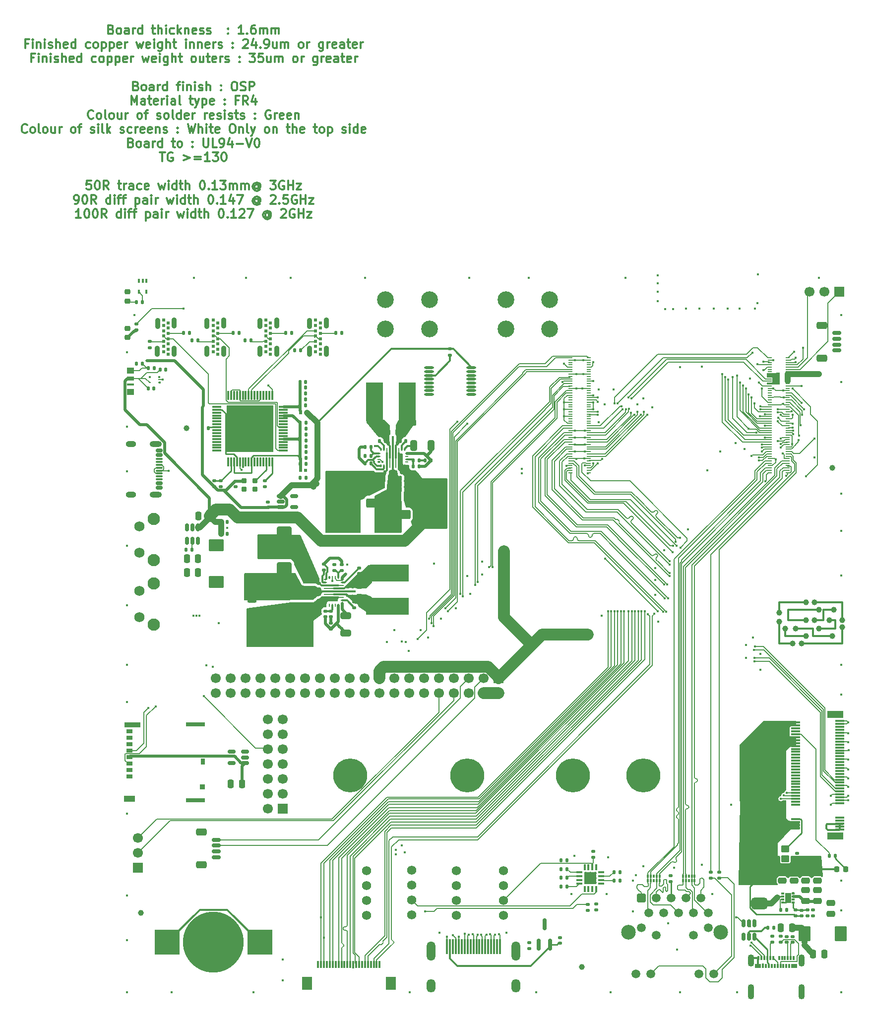
<source format=gtl>
G04 #@! TF.GenerationSoftware,KiCad,Pcbnew,9.0.6*
G04 #@! TF.CreationDate,2025-10-31T11:06:37-04:00*
G04 #@! TF.ProjectId,libreboard,6c696272-6562-46f6-9172-642e6b696361,rev?*
G04 #@! TF.SameCoordinates,Original*
G04 #@! TF.FileFunction,Copper,L1,Top*
G04 #@! TF.FilePolarity,Positive*
%FSLAX46Y46*%
G04 Gerber Fmt 4.6, Leading zero omitted, Abs format (unit mm)*
G04 Created by KiCad (PCBNEW 9.0.6) date 2025-10-31 11:06:37*
%MOMM*%
%LPD*%
G01*
G04 APERTURE LIST*
G04 Aperture macros list*
%AMRoundRect*
0 Rectangle with rounded corners*
0 $1 Rounding radius*
0 $2 $3 $4 $5 $6 $7 $8 $9 X,Y pos of 4 corners*
0 Add a 4 corners polygon primitive as box body*
4,1,4,$2,$3,$4,$5,$6,$7,$8,$9,$2,$3,0*
0 Add four circle primitives for the rounded corners*
1,1,$1+$1,$2,$3*
1,1,$1+$1,$4,$5*
1,1,$1+$1,$6,$7*
1,1,$1+$1,$8,$9*
0 Add four rect primitives between the rounded corners*
20,1,$1+$1,$2,$3,$4,$5,0*
20,1,$1+$1,$4,$5,$6,$7,0*
20,1,$1+$1,$6,$7,$8,$9,0*
20,1,$1+$1,$8,$9,$2,$3,0*%
G04 Aperture macros list end*
%ADD10C,0.300000*%
G04 #@! TA.AperFunction,NonConductor*
%ADD11C,0.300000*%
G04 #@! TD*
G04 #@! TA.AperFunction,SMDPad,CuDef*
%ADD12R,0.599999X0.240000*%
G04 #@! TD*
G04 #@! TA.AperFunction,SMDPad,CuDef*
%ADD13R,0.240000X0.599999*%
G04 #@! TD*
G04 #@! TA.AperFunction,SMDPad,CuDef*
%ADD14R,0.240000X3.400001*%
G04 #@! TD*
G04 #@! TA.AperFunction,SMDPad,CuDef*
%ADD15C,0.297000*%
G04 #@! TD*
G04 #@! TA.AperFunction,SMDPad,CuDef*
%ADD16R,3.400001X0.240000*%
G04 #@! TD*
G04 #@! TA.AperFunction,ComponentPad*
%ADD17C,0.609600*%
G04 #@! TD*
G04 #@! TA.AperFunction,ComponentPad*
%ADD18O,0.889000X1.905000*%
G04 #@! TD*
G04 #@! TA.AperFunction,SMDPad,CuDef*
%ADD19RoundRect,0.140000X0.170000X-0.140000X0.170000X0.140000X-0.170000X0.140000X-0.170000X-0.140000X0*%
G04 #@! TD*
G04 #@! TA.AperFunction,SMDPad,CuDef*
%ADD20RoundRect,0.135000X0.185000X-0.135000X0.185000X0.135000X-0.185000X0.135000X-0.185000X-0.135000X0*%
G04 #@! TD*
G04 #@! TA.AperFunction,SMDPad,CuDef*
%ADD21R,6.600000X2.850000*%
G04 #@! TD*
G04 #@! TA.AperFunction,SMDPad,CuDef*
%ADD22RoundRect,0.250000X-1.000000X1.750000X-1.000000X-1.750000X1.000000X-1.750000X1.000000X1.750000X0*%
G04 #@! TD*
G04 #@! TA.AperFunction,SMDPad,CuDef*
%ADD23RoundRect,0.250000X0.650000X-0.325000X0.650000X0.325000X-0.650000X0.325000X-0.650000X-0.325000X0*%
G04 #@! TD*
G04 #@! TA.AperFunction,SMDPad,CuDef*
%ADD24RoundRect,0.140000X-0.170000X0.140000X-0.170000X-0.140000X0.170000X-0.140000X0.170000X0.140000X0*%
G04 #@! TD*
G04 #@! TA.AperFunction,SMDPad,CuDef*
%ADD25RoundRect,0.250000X-0.650000X0.325000X-0.650000X-0.325000X0.650000X-0.325000X0.650000X0.325000X0*%
G04 #@! TD*
G04 #@! TA.AperFunction,SMDPad,CuDef*
%ADD26RoundRect,0.135000X-0.185000X0.135000X-0.185000X-0.135000X0.185000X-0.135000X0.185000X0.135000X0*%
G04 #@! TD*
G04 #@! TA.AperFunction,SMDPad,CuDef*
%ADD27RoundRect,0.150000X-0.150000X0.512500X-0.150000X-0.512500X0.150000X-0.512500X0.150000X0.512500X0*%
G04 #@! TD*
G04 #@! TA.AperFunction,SMDPad,CuDef*
%ADD28RoundRect,0.087500X-0.425000X-0.087500X0.425000X-0.087500X0.425000X0.087500X-0.425000X0.087500X0*%
G04 #@! TD*
G04 #@! TA.AperFunction,SMDPad,CuDef*
%ADD29RoundRect,0.087500X-0.087500X-0.425000X0.087500X-0.425000X0.087500X0.425000X-0.087500X0.425000X0*%
G04 #@! TD*
G04 #@! TA.AperFunction,HeatsinkPad*
%ADD30C,0.500000*%
G04 #@! TD*
G04 #@! TA.AperFunction,HeatsinkPad*
%ADD31R,2.100000X2.100000*%
G04 #@! TD*
G04 #@! TA.AperFunction,SMDPad,CuDef*
%ADD32RoundRect,0.150000X0.512500X0.150000X-0.512500X0.150000X-0.512500X-0.150000X0.512500X-0.150000X0*%
G04 #@! TD*
G04 #@! TA.AperFunction,SMDPad,CuDef*
%ADD33RoundRect,0.250000X0.250000X0.475000X-0.250000X0.475000X-0.250000X-0.475000X0.250000X-0.475000X0*%
G04 #@! TD*
G04 #@! TA.AperFunction,SMDPad,CuDef*
%ADD34R,0.300000X1.300000*%
G04 #@! TD*
G04 #@! TA.AperFunction,SMDPad,CuDef*
%ADD35R,1.800000X2.200000*%
G04 #@! TD*
G04 #@! TA.AperFunction,SMDPad,CuDef*
%ADD36RoundRect,0.135000X-0.135000X-0.185000X0.135000X-0.185000X0.135000X0.185000X-0.135000X0.185000X0*%
G04 #@! TD*
G04 #@! TA.AperFunction,SMDPad,CuDef*
%ADD37RoundRect,0.075000X0.075000X0.200000X-0.075000X0.200000X-0.075000X-0.200000X0.075000X-0.200000X0*%
G04 #@! TD*
G04 #@! TA.AperFunction,SMDPad,CuDef*
%ADD38RoundRect,0.162500X0.162500X-0.837500X0.162500X0.837500X-0.162500X0.837500X-0.162500X-0.837500X0*%
G04 #@! TD*
G04 #@! TA.AperFunction,ComponentPad*
%ADD39R,1.700000X1.700000*%
G04 #@! TD*
G04 #@! TA.AperFunction,ComponentPad*
%ADD40C,1.700000*%
G04 #@! TD*
G04 #@! TA.AperFunction,SMDPad,CuDef*
%ADD41RoundRect,0.218750X0.256250X-0.218750X0.256250X0.218750X-0.256250X0.218750X-0.256250X-0.218750X0*%
G04 #@! TD*
G04 #@! TA.AperFunction,SMDPad,CuDef*
%ADD42RoundRect,0.150000X-0.425000X0.150000X-0.425000X-0.150000X0.425000X-0.150000X0.425000X0.150000X0*%
G04 #@! TD*
G04 #@! TA.AperFunction,SMDPad,CuDef*
%ADD43RoundRect,0.075000X-0.500000X0.075000X-0.500000X-0.075000X0.500000X-0.075000X0.500000X0.075000X0*%
G04 #@! TD*
G04 #@! TA.AperFunction,HeatsinkPad*
%ADD44O,2.100000X1.000000*%
G04 #@! TD*
G04 #@! TA.AperFunction,HeatsinkPad*
%ADD45O,1.800000X1.000000*%
G04 #@! TD*
G04 #@! TA.AperFunction,SMDPad,CuDef*
%ADD46RoundRect,0.100000X-0.100000X0.225000X-0.100000X-0.225000X0.100000X-0.225000X0.100000X0.225000X0*%
G04 #@! TD*
G04 #@! TA.AperFunction,ComponentPad*
%ADD47RoundRect,0.250500X-0.499500X-0.499500X0.499500X-0.499500X0.499500X0.499500X-0.499500X0.499500X0*%
G04 #@! TD*
G04 #@! TA.AperFunction,ComponentPad*
%ADD48C,1.500000*%
G04 #@! TD*
G04 #@! TA.AperFunction,ComponentPad*
%ADD49C,2.500000*%
G04 #@! TD*
G04 #@! TA.AperFunction,SMDPad,CuDef*
%ADD50R,0.300000X2.600000*%
G04 #@! TD*
G04 #@! TA.AperFunction,ComponentPad*
%ADD51O,1.500000X3.300000*%
G04 #@! TD*
G04 #@! TA.AperFunction,ComponentPad*
%ADD52O,1.500000X2.300000*%
G04 #@! TD*
G04 #@! TA.AperFunction,SMDPad,CuDef*
%ADD53RoundRect,0.218750X0.218750X0.256250X-0.218750X0.256250X-0.218750X-0.256250X0.218750X-0.256250X0*%
G04 #@! TD*
G04 #@! TA.AperFunction,SMDPad,CuDef*
%ADD54R,0.500000X0.300000*%
G04 #@! TD*
G04 #@! TA.AperFunction,SMDPad,CuDef*
%ADD55R,1.050000X1.750000*%
G04 #@! TD*
G04 #@! TA.AperFunction,SMDPad,CuDef*
%ADD56R,1.100000X0.700000*%
G04 #@! TD*
G04 #@! TA.AperFunction,SMDPad,CuDef*
%ADD57R,0.930000X0.900000*%
G04 #@! TD*
G04 #@! TA.AperFunction,SMDPad,CuDef*
%ADD58R,0.780000X1.050000*%
G04 #@! TD*
G04 #@! TA.AperFunction,SMDPad,CuDef*
%ADD59R,3.330000X0.700000*%
G04 #@! TD*
G04 #@! TA.AperFunction,SMDPad,CuDef*
%ADD60R,1.830000X1.140000*%
G04 #@! TD*
G04 #@! TA.AperFunction,SMDPad,CuDef*
%ADD61R,2.800000X0.860000*%
G04 #@! TD*
G04 #@! TA.AperFunction,SMDPad,CuDef*
%ADD62R,1.550000X0.300000*%
G04 #@! TD*
G04 #@! TA.AperFunction,ComponentPad*
%ADD63C,5.800000*%
G04 #@! TD*
G04 #@! TA.AperFunction,SMDPad,CuDef*
%ADD64R,2.750000X1.200000*%
G04 #@! TD*
G04 #@! TA.AperFunction,SMDPad,CuDef*
%ADD65RoundRect,0.135000X0.135000X0.185000X-0.135000X0.185000X-0.135000X-0.185000X0.135000X-0.185000X0*%
G04 #@! TD*
G04 #@! TA.AperFunction,ComponentPad*
%ADD66C,1.574800*%
G04 #@! TD*
G04 #@! TA.AperFunction,SMDPad,CuDef*
%ADD67RoundRect,0.250000X0.475000X-0.250000X0.475000X0.250000X-0.475000X0.250000X-0.475000X-0.250000X0*%
G04 #@! TD*
G04 #@! TA.AperFunction,ComponentPad*
%ADD68C,2.850000*%
G04 #@! TD*
G04 #@! TA.AperFunction,SMDPad,CuDef*
%ADD69RoundRect,0.250000X-0.475000X0.250000X-0.475000X-0.250000X0.475000X-0.250000X0.475000X0.250000X0*%
G04 #@! TD*
G04 #@! TA.AperFunction,SMDPad,CuDef*
%ADD70C,10.400000*%
G04 #@! TD*
G04 #@! TA.AperFunction,SMDPad,CuDef*
%ADD71R,4.200000X4.200000*%
G04 #@! TD*
G04 #@! TA.AperFunction,SMDPad,CuDef*
%ADD72RoundRect,0.140000X0.140000X0.170000X-0.140000X0.170000X-0.140000X-0.170000X0.140000X-0.170000X0*%
G04 #@! TD*
G04 #@! TA.AperFunction,SMDPad,CuDef*
%ADD73RoundRect,0.140000X-0.140000X-0.170000X0.140000X-0.170000X0.140000X0.170000X-0.140000X0.170000X0*%
G04 #@! TD*
G04 #@! TA.AperFunction,SMDPad,CuDef*
%ADD74RoundRect,0.250000X-0.250000X-0.475000X0.250000X-0.475000X0.250000X0.475000X-0.250000X0.475000X0*%
G04 #@! TD*
G04 #@! TA.AperFunction,SMDPad,CuDef*
%ADD75C,1.000000*%
G04 #@! TD*
G04 #@! TA.AperFunction,SMDPad,CuDef*
%ADD76R,0.300000X0.700000*%
G04 #@! TD*
G04 #@! TA.AperFunction,SMDPad,CuDef*
%ADD77R,1.000000X0.700000*%
G04 #@! TD*
G04 #@! TA.AperFunction,HeatsinkPad*
%ADD78O,1.100000X2.100000*%
G04 #@! TD*
G04 #@! TA.AperFunction,HeatsinkPad*
%ADD79O,1.100000X2.600000*%
G04 #@! TD*
G04 #@! TA.AperFunction,SMDPad,CuDef*
%ADD80RoundRect,0.150000X0.625000X-0.150000X0.625000X0.150000X-0.625000X0.150000X-0.625000X-0.150000X0*%
G04 #@! TD*
G04 #@! TA.AperFunction,SMDPad,CuDef*
%ADD81RoundRect,0.250000X0.650000X-0.350000X0.650000X0.350000X-0.650000X0.350000X-0.650000X-0.350000X0*%
G04 #@! TD*
G04 #@! TA.AperFunction,SMDPad,CuDef*
%ADD82RoundRect,0.250000X1.500000X0.550000X-1.500000X0.550000X-1.500000X-0.550000X1.500000X-0.550000X0*%
G04 #@! TD*
G04 #@! TA.AperFunction,SMDPad,CuDef*
%ADD83RoundRect,0.250000X-1.045000X0.785000X-1.045000X-0.785000X1.045000X-0.785000X1.045000X0.785000X0*%
G04 #@! TD*
G04 #@! TA.AperFunction,ComponentPad*
%ADD84C,2.100000*%
G04 #@! TD*
G04 #@! TA.AperFunction,ComponentPad*
%ADD85C,1.750000*%
G04 #@! TD*
G04 #@! TA.AperFunction,SMDPad,CuDef*
%ADD86RoundRect,0.250000X-0.785000X-1.045000X0.785000X-1.045000X0.785000X1.045000X-0.785000X1.045000X0*%
G04 #@! TD*
G04 #@! TA.AperFunction,SMDPad,CuDef*
%ADD87RoundRect,0.250000X-1.500000X-0.550000X1.500000X-0.550000X1.500000X0.550000X-1.500000X0.550000X0*%
G04 #@! TD*
G04 #@! TA.AperFunction,SMDPad,CuDef*
%ADD88RoundRect,0.250000X-0.450000X-0.350000X0.450000X-0.350000X0.450000X0.350000X-0.450000X0.350000X0*%
G04 #@! TD*
G04 #@! TA.AperFunction,SMDPad,CuDef*
%ADD89RoundRect,0.500000X0.900000X-0.500000X0.900000X0.500000X-0.900000X0.500000X-0.900000X-0.500000X0*%
G04 #@! TD*
G04 #@! TA.AperFunction,SMDPad,CuDef*
%ADD90R,0.355600X0.203200*%
G04 #@! TD*
G04 #@! TA.AperFunction,SMDPad,CuDef*
%ADD91RoundRect,0.250000X-0.325000X-0.650000X0.325000X-0.650000X0.325000X0.650000X-0.325000X0.650000X0*%
G04 #@! TD*
G04 #@! TA.AperFunction,SMDPad,CuDef*
%ADD92R,1.200000X1.000000*%
G04 #@! TD*
G04 #@! TA.AperFunction,SMDPad,CuDef*
%ADD93R,1.200000X0.700000*%
G04 #@! TD*
G04 #@! TA.AperFunction,SMDPad,CuDef*
%ADD94R,1.200000X0.450000*%
G04 #@! TD*
G04 #@! TA.AperFunction,SMDPad,CuDef*
%ADD95R,0.700000X0.200000*%
G04 #@! TD*
G04 #@! TA.AperFunction,SMDPad,CuDef*
%ADD96R,2.850000X6.600000*%
G04 #@! TD*
G04 #@! TA.AperFunction,SMDPad,CuDef*
%ADD97RoundRect,0.250000X0.550000X-1.250000X0.550000X1.250000X-0.550000X1.250000X-0.550000X-1.250000X0*%
G04 #@! TD*
G04 #@! TA.AperFunction,SMDPad,CuDef*
%ADD98O,1.649999X0.449999*%
G04 #@! TD*
G04 #@! TA.AperFunction,SMDPad,CuDef*
%ADD99R,0.540000X0.600000*%
G04 #@! TD*
G04 #@! TA.AperFunction,SMDPad,CuDef*
%ADD100RoundRect,0.200000X0.250000X-0.200000X0.250000X0.200000X-0.250000X0.200000X-0.250000X-0.200000X0*%
G04 #@! TD*
G04 #@! TA.AperFunction,SMDPad,CuDef*
%ADD101RoundRect,0.150000X-0.512500X-0.150000X0.512500X-0.150000X0.512500X0.150000X-0.512500X0.150000X0*%
G04 #@! TD*
G04 #@! TA.AperFunction,SMDPad,CuDef*
%ADD102RoundRect,0.075000X-0.700000X-0.075000X0.700000X-0.075000X0.700000X0.075000X-0.700000X0.075000X0*%
G04 #@! TD*
G04 #@! TA.AperFunction,SMDPad,CuDef*
%ADD103RoundRect,0.075000X-0.075000X-0.700000X0.075000X-0.700000X0.075000X0.700000X-0.075000X0.700000X0*%
G04 #@! TD*
G04 #@! TA.AperFunction,HeatsinkPad*
%ADD104R,8.000000X8.000000*%
G04 #@! TD*
G04 #@! TA.AperFunction,ViaPad*
%ADD105C,0.450000*%
G04 #@! TD*
G04 #@! TA.AperFunction,ViaPad*
%ADD106C,1.000000*%
G04 #@! TD*
G04 #@! TA.AperFunction,Conductor*
%ADD107C,0.300000*%
G04 #@! TD*
G04 #@! TA.AperFunction,Conductor*
%ADD108C,0.500000*%
G04 #@! TD*
G04 #@! TA.AperFunction,Conductor*
%ADD109C,0.200000*%
G04 #@! TD*
G04 #@! TA.AperFunction,Conductor*
%ADD110C,0.230000*%
G04 #@! TD*
G04 #@! TA.AperFunction,Conductor*
%ADD111C,0.130000*%
G04 #@! TD*
G04 #@! TA.AperFunction,Conductor*
%ADD112C,0.147000*%
G04 #@! TD*
G04 #@! TA.AperFunction,Conductor*
%ADD113C,2.000000*%
G04 #@! TD*
G04 #@! TA.AperFunction,Conductor*
%ADD114C,1.000000*%
G04 #@! TD*
G04 #@! TA.AperFunction,Conductor*
%ADD115C,0.127000*%
G04 #@! TD*
G04 APERTURE END LIST*
D10*
D11*
X115881171Y-37399760D02*
X116095457Y-37471188D01*
X116095457Y-37471188D02*
X116166886Y-37542617D01*
X116166886Y-37542617D02*
X116238314Y-37685474D01*
X116238314Y-37685474D02*
X116238314Y-37899760D01*
X116238314Y-37899760D02*
X116166886Y-38042617D01*
X116166886Y-38042617D02*
X116095457Y-38114046D01*
X116095457Y-38114046D02*
X115952600Y-38185474D01*
X115952600Y-38185474D02*
X115381171Y-38185474D01*
X115381171Y-38185474D02*
X115381171Y-36685474D01*
X115381171Y-36685474D02*
X115881171Y-36685474D01*
X115881171Y-36685474D02*
X116024029Y-36756903D01*
X116024029Y-36756903D02*
X116095457Y-36828331D01*
X116095457Y-36828331D02*
X116166886Y-36971188D01*
X116166886Y-36971188D02*
X116166886Y-37114046D01*
X116166886Y-37114046D02*
X116095457Y-37256903D01*
X116095457Y-37256903D02*
X116024029Y-37328331D01*
X116024029Y-37328331D02*
X115881171Y-37399760D01*
X115881171Y-37399760D02*
X115381171Y-37399760D01*
X117095457Y-38185474D02*
X116952600Y-38114046D01*
X116952600Y-38114046D02*
X116881171Y-38042617D01*
X116881171Y-38042617D02*
X116809743Y-37899760D01*
X116809743Y-37899760D02*
X116809743Y-37471188D01*
X116809743Y-37471188D02*
X116881171Y-37328331D01*
X116881171Y-37328331D02*
X116952600Y-37256903D01*
X116952600Y-37256903D02*
X117095457Y-37185474D01*
X117095457Y-37185474D02*
X117309743Y-37185474D01*
X117309743Y-37185474D02*
X117452600Y-37256903D01*
X117452600Y-37256903D02*
X117524029Y-37328331D01*
X117524029Y-37328331D02*
X117595457Y-37471188D01*
X117595457Y-37471188D02*
X117595457Y-37899760D01*
X117595457Y-37899760D02*
X117524029Y-38042617D01*
X117524029Y-38042617D02*
X117452600Y-38114046D01*
X117452600Y-38114046D02*
X117309743Y-38185474D01*
X117309743Y-38185474D02*
X117095457Y-38185474D01*
X118881172Y-38185474D02*
X118881172Y-37399760D01*
X118881172Y-37399760D02*
X118809743Y-37256903D01*
X118809743Y-37256903D02*
X118666886Y-37185474D01*
X118666886Y-37185474D02*
X118381172Y-37185474D01*
X118381172Y-37185474D02*
X118238314Y-37256903D01*
X118881172Y-38114046D02*
X118738314Y-38185474D01*
X118738314Y-38185474D02*
X118381172Y-38185474D01*
X118381172Y-38185474D02*
X118238314Y-38114046D01*
X118238314Y-38114046D02*
X118166886Y-37971188D01*
X118166886Y-37971188D02*
X118166886Y-37828331D01*
X118166886Y-37828331D02*
X118238314Y-37685474D01*
X118238314Y-37685474D02*
X118381172Y-37614046D01*
X118381172Y-37614046D02*
X118738314Y-37614046D01*
X118738314Y-37614046D02*
X118881172Y-37542617D01*
X119595457Y-38185474D02*
X119595457Y-37185474D01*
X119595457Y-37471188D02*
X119666886Y-37328331D01*
X119666886Y-37328331D02*
X119738315Y-37256903D01*
X119738315Y-37256903D02*
X119881172Y-37185474D01*
X119881172Y-37185474D02*
X120024029Y-37185474D01*
X121166886Y-38185474D02*
X121166886Y-36685474D01*
X121166886Y-38114046D02*
X121024028Y-38185474D01*
X121024028Y-38185474D02*
X120738314Y-38185474D01*
X120738314Y-38185474D02*
X120595457Y-38114046D01*
X120595457Y-38114046D02*
X120524028Y-38042617D01*
X120524028Y-38042617D02*
X120452600Y-37899760D01*
X120452600Y-37899760D02*
X120452600Y-37471188D01*
X120452600Y-37471188D02*
X120524028Y-37328331D01*
X120524028Y-37328331D02*
X120595457Y-37256903D01*
X120595457Y-37256903D02*
X120738314Y-37185474D01*
X120738314Y-37185474D02*
X121024028Y-37185474D01*
X121024028Y-37185474D02*
X121166886Y-37256903D01*
X122809743Y-37185474D02*
X123381171Y-37185474D01*
X123024028Y-36685474D02*
X123024028Y-37971188D01*
X123024028Y-37971188D02*
X123095457Y-38114046D01*
X123095457Y-38114046D02*
X123238314Y-38185474D01*
X123238314Y-38185474D02*
X123381171Y-38185474D01*
X123881171Y-38185474D02*
X123881171Y-36685474D01*
X124524029Y-38185474D02*
X124524029Y-37399760D01*
X124524029Y-37399760D02*
X124452600Y-37256903D01*
X124452600Y-37256903D02*
X124309743Y-37185474D01*
X124309743Y-37185474D02*
X124095457Y-37185474D01*
X124095457Y-37185474D02*
X123952600Y-37256903D01*
X123952600Y-37256903D02*
X123881171Y-37328331D01*
X125238314Y-38185474D02*
X125238314Y-37185474D01*
X125238314Y-36685474D02*
X125166886Y-36756903D01*
X125166886Y-36756903D02*
X125238314Y-36828331D01*
X125238314Y-36828331D02*
X125309743Y-36756903D01*
X125309743Y-36756903D02*
X125238314Y-36685474D01*
X125238314Y-36685474D02*
X125238314Y-36828331D01*
X126595458Y-38114046D02*
X126452600Y-38185474D01*
X126452600Y-38185474D02*
X126166886Y-38185474D01*
X126166886Y-38185474D02*
X126024029Y-38114046D01*
X126024029Y-38114046D02*
X125952600Y-38042617D01*
X125952600Y-38042617D02*
X125881172Y-37899760D01*
X125881172Y-37899760D02*
X125881172Y-37471188D01*
X125881172Y-37471188D02*
X125952600Y-37328331D01*
X125952600Y-37328331D02*
X126024029Y-37256903D01*
X126024029Y-37256903D02*
X126166886Y-37185474D01*
X126166886Y-37185474D02*
X126452600Y-37185474D01*
X126452600Y-37185474D02*
X126595458Y-37256903D01*
X127238314Y-38185474D02*
X127238314Y-36685474D01*
X127381172Y-37614046D02*
X127809743Y-38185474D01*
X127809743Y-37185474D02*
X127238314Y-37756903D01*
X128452600Y-37185474D02*
X128452600Y-38185474D01*
X128452600Y-37328331D02*
X128524029Y-37256903D01*
X128524029Y-37256903D02*
X128666886Y-37185474D01*
X128666886Y-37185474D02*
X128881172Y-37185474D01*
X128881172Y-37185474D02*
X129024029Y-37256903D01*
X129024029Y-37256903D02*
X129095458Y-37399760D01*
X129095458Y-37399760D02*
X129095458Y-38185474D01*
X130381172Y-38114046D02*
X130238315Y-38185474D01*
X130238315Y-38185474D02*
X129952601Y-38185474D01*
X129952601Y-38185474D02*
X129809743Y-38114046D01*
X129809743Y-38114046D02*
X129738315Y-37971188D01*
X129738315Y-37971188D02*
X129738315Y-37399760D01*
X129738315Y-37399760D02*
X129809743Y-37256903D01*
X129809743Y-37256903D02*
X129952601Y-37185474D01*
X129952601Y-37185474D02*
X130238315Y-37185474D01*
X130238315Y-37185474D02*
X130381172Y-37256903D01*
X130381172Y-37256903D02*
X130452601Y-37399760D01*
X130452601Y-37399760D02*
X130452601Y-37542617D01*
X130452601Y-37542617D02*
X129738315Y-37685474D01*
X131024029Y-38114046D02*
X131166886Y-38185474D01*
X131166886Y-38185474D02*
X131452600Y-38185474D01*
X131452600Y-38185474D02*
X131595457Y-38114046D01*
X131595457Y-38114046D02*
X131666886Y-37971188D01*
X131666886Y-37971188D02*
X131666886Y-37899760D01*
X131666886Y-37899760D02*
X131595457Y-37756903D01*
X131595457Y-37756903D02*
X131452600Y-37685474D01*
X131452600Y-37685474D02*
X131238315Y-37685474D01*
X131238315Y-37685474D02*
X131095457Y-37614046D01*
X131095457Y-37614046D02*
X131024029Y-37471188D01*
X131024029Y-37471188D02*
X131024029Y-37399760D01*
X131024029Y-37399760D02*
X131095457Y-37256903D01*
X131095457Y-37256903D02*
X131238315Y-37185474D01*
X131238315Y-37185474D02*
X131452600Y-37185474D01*
X131452600Y-37185474D02*
X131595457Y-37256903D01*
X132238315Y-38114046D02*
X132381172Y-38185474D01*
X132381172Y-38185474D02*
X132666886Y-38185474D01*
X132666886Y-38185474D02*
X132809743Y-38114046D01*
X132809743Y-38114046D02*
X132881172Y-37971188D01*
X132881172Y-37971188D02*
X132881172Y-37899760D01*
X132881172Y-37899760D02*
X132809743Y-37756903D01*
X132809743Y-37756903D02*
X132666886Y-37685474D01*
X132666886Y-37685474D02*
X132452601Y-37685474D01*
X132452601Y-37685474D02*
X132309743Y-37614046D01*
X132309743Y-37614046D02*
X132238315Y-37471188D01*
X132238315Y-37471188D02*
X132238315Y-37399760D01*
X132238315Y-37399760D02*
X132309743Y-37256903D01*
X132309743Y-37256903D02*
X132452601Y-37185474D01*
X132452601Y-37185474D02*
X132666886Y-37185474D01*
X132666886Y-37185474D02*
X132809743Y-37256903D01*
X135809743Y-38042617D02*
X135881172Y-38114046D01*
X135881172Y-38114046D02*
X135809743Y-38185474D01*
X135809743Y-38185474D02*
X135738315Y-38114046D01*
X135738315Y-38114046D02*
X135809743Y-38042617D01*
X135809743Y-38042617D02*
X135809743Y-38185474D01*
X135809743Y-37256903D02*
X135881172Y-37328331D01*
X135881172Y-37328331D02*
X135809743Y-37399760D01*
X135809743Y-37399760D02*
X135738315Y-37328331D01*
X135738315Y-37328331D02*
X135809743Y-37256903D01*
X135809743Y-37256903D02*
X135809743Y-37399760D01*
X138452601Y-38185474D02*
X137595458Y-38185474D01*
X138024029Y-38185474D02*
X138024029Y-36685474D01*
X138024029Y-36685474D02*
X137881172Y-36899760D01*
X137881172Y-36899760D02*
X137738315Y-37042617D01*
X137738315Y-37042617D02*
X137595458Y-37114046D01*
X139095457Y-38042617D02*
X139166886Y-38114046D01*
X139166886Y-38114046D02*
X139095457Y-38185474D01*
X139095457Y-38185474D02*
X139024029Y-38114046D01*
X139024029Y-38114046D02*
X139095457Y-38042617D01*
X139095457Y-38042617D02*
X139095457Y-38185474D01*
X140452601Y-36685474D02*
X140166886Y-36685474D01*
X140166886Y-36685474D02*
X140024029Y-36756903D01*
X140024029Y-36756903D02*
X139952601Y-36828331D01*
X139952601Y-36828331D02*
X139809743Y-37042617D01*
X139809743Y-37042617D02*
X139738315Y-37328331D01*
X139738315Y-37328331D02*
X139738315Y-37899760D01*
X139738315Y-37899760D02*
X139809743Y-38042617D01*
X139809743Y-38042617D02*
X139881172Y-38114046D01*
X139881172Y-38114046D02*
X140024029Y-38185474D01*
X140024029Y-38185474D02*
X140309743Y-38185474D01*
X140309743Y-38185474D02*
X140452601Y-38114046D01*
X140452601Y-38114046D02*
X140524029Y-38042617D01*
X140524029Y-38042617D02*
X140595458Y-37899760D01*
X140595458Y-37899760D02*
X140595458Y-37542617D01*
X140595458Y-37542617D02*
X140524029Y-37399760D01*
X140524029Y-37399760D02*
X140452601Y-37328331D01*
X140452601Y-37328331D02*
X140309743Y-37256903D01*
X140309743Y-37256903D02*
X140024029Y-37256903D01*
X140024029Y-37256903D02*
X139881172Y-37328331D01*
X139881172Y-37328331D02*
X139809743Y-37399760D01*
X139809743Y-37399760D02*
X139738315Y-37542617D01*
X141238314Y-38185474D02*
X141238314Y-37185474D01*
X141238314Y-37328331D02*
X141309743Y-37256903D01*
X141309743Y-37256903D02*
X141452600Y-37185474D01*
X141452600Y-37185474D02*
X141666886Y-37185474D01*
X141666886Y-37185474D02*
X141809743Y-37256903D01*
X141809743Y-37256903D02*
X141881172Y-37399760D01*
X141881172Y-37399760D02*
X141881172Y-38185474D01*
X141881172Y-37399760D02*
X141952600Y-37256903D01*
X141952600Y-37256903D02*
X142095457Y-37185474D01*
X142095457Y-37185474D02*
X142309743Y-37185474D01*
X142309743Y-37185474D02*
X142452600Y-37256903D01*
X142452600Y-37256903D02*
X142524029Y-37399760D01*
X142524029Y-37399760D02*
X142524029Y-38185474D01*
X143238314Y-38185474D02*
X143238314Y-37185474D01*
X143238314Y-37328331D02*
X143309743Y-37256903D01*
X143309743Y-37256903D02*
X143452600Y-37185474D01*
X143452600Y-37185474D02*
X143666886Y-37185474D01*
X143666886Y-37185474D02*
X143809743Y-37256903D01*
X143809743Y-37256903D02*
X143881172Y-37399760D01*
X143881172Y-37399760D02*
X143881172Y-38185474D01*
X143881172Y-37399760D02*
X143952600Y-37256903D01*
X143952600Y-37256903D02*
X144095457Y-37185474D01*
X144095457Y-37185474D02*
X144309743Y-37185474D01*
X144309743Y-37185474D02*
X144452600Y-37256903D01*
X144452600Y-37256903D02*
X144524029Y-37399760D01*
X144524029Y-37399760D02*
X144524029Y-38185474D01*
X101702600Y-39814676D02*
X101202600Y-39814676D01*
X101202600Y-40600390D02*
X101202600Y-39100390D01*
X101202600Y-39100390D02*
X101916886Y-39100390D01*
X102488314Y-40600390D02*
X102488314Y-39600390D01*
X102488314Y-39100390D02*
X102416886Y-39171819D01*
X102416886Y-39171819D02*
X102488314Y-39243247D01*
X102488314Y-39243247D02*
X102559743Y-39171819D01*
X102559743Y-39171819D02*
X102488314Y-39100390D01*
X102488314Y-39100390D02*
X102488314Y-39243247D01*
X103202600Y-39600390D02*
X103202600Y-40600390D01*
X103202600Y-39743247D02*
X103274029Y-39671819D01*
X103274029Y-39671819D02*
X103416886Y-39600390D01*
X103416886Y-39600390D02*
X103631172Y-39600390D01*
X103631172Y-39600390D02*
X103774029Y-39671819D01*
X103774029Y-39671819D02*
X103845458Y-39814676D01*
X103845458Y-39814676D02*
X103845458Y-40600390D01*
X104559743Y-40600390D02*
X104559743Y-39600390D01*
X104559743Y-39100390D02*
X104488315Y-39171819D01*
X104488315Y-39171819D02*
X104559743Y-39243247D01*
X104559743Y-39243247D02*
X104631172Y-39171819D01*
X104631172Y-39171819D02*
X104559743Y-39100390D01*
X104559743Y-39100390D02*
X104559743Y-39243247D01*
X105202601Y-40528962D02*
X105345458Y-40600390D01*
X105345458Y-40600390D02*
X105631172Y-40600390D01*
X105631172Y-40600390D02*
X105774029Y-40528962D01*
X105774029Y-40528962D02*
X105845458Y-40386104D01*
X105845458Y-40386104D02*
X105845458Y-40314676D01*
X105845458Y-40314676D02*
X105774029Y-40171819D01*
X105774029Y-40171819D02*
X105631172Y-40100390D01*
X105631172Y-40100390D02*
X105416887Y-40100390D01*
X105416887Y-40100390D02*
X105274029Y-40028962D01*
X105274029Y-40028962D02*
X105202601Y-39886104D01*
X105202601Y-39886104D02*
X105202601Y-39814676D01*
X105202601Y-39814676D02*
X105274029Y-39671819D01*
X105274029Y-39671819D02*
X105416887Y-39600390D01*
X105416887Y-39600390D02*
X105631172Y-39600390D01*
X105631172Y-39600390D02*
X105774029Y-39671819D01*
X106488315Y-40600390D02*
X106488315Y-39100390D01*
X107131173Y-40600390D02*
X107131173Y-39814676D01*
X107131173Y-39814676D02*
X107059744Y-39671819D01*
X107059744Y-39671819D02*
X106916887Y-39600390D01*
X106916887Y-39600390D02*
X106702601Y-39600390D01*
X106702601Y-39600390D02*
X106559744Y-39671819D01*
X106559744Y-39671819D02*
X106488315Y-39743247D01*
X108416887Y-40528962D02*
X108274030Y-40600390D01*
X108274030Y-40600390D02*
X107988316Y-40600390D01*
X107988316Y-40600390D02*
X107845458Y-40528962D01*
X107845458Y-40528962D02*
X107774030Y-40386104D01*
X107774030Y-40386104D02*
X107774030Y-39814676D01*
X107774030Y-39814676D02*
X107845458Y-39671819D01*
X107845458Y-39671819D02*
X107988316Y-39600390D01*
X107988316Y-39600390D02*
X108274030Y-39600390D01*
X108274030Y-39600390D02*
X108416887Y-39671819D01*
X108416887Y-39671819D02*
X108488316Y-39814676D01*
X108488316Y-39814676D02*
X108488316Y-39957533D01*
X108488316Y-39957533D02*
X107774030Y-40100390D01*
X109774030Y-40600390D02*
X109774030Y-39100390D01*
X109774030Y-40528962D02*
X109631172Y-40600390D01*
X109631172Y-40600390D02*
X109345458Y-40600390D01*
X109345458Y-40600390D02*
X109202601Y-40528962D01*
X109202601Y-40528962D02*
X109131172Y-40457533D01*
X109131172Y-40457533D02*
X109059744Y-40314676D01*
X109059744Y-40314676D02*
X109059744Y-39886104D01*
X109059744Y-39886104D02*
X109131172Y-39743247D01*
X109131172Y-39743247D02*
X109202601Y-39671819D01*
X109202601Y-39671819D02*
X109345458Y-39600390D01*
X109345458Y-39600390D02*
X109631172Y-39600390D01*
X109631172Y-39600390D02*
X109774030Y-39671819D01*
X112274030Y-40528962D02*
X112131172Y-40600390D01*
X112131172Y-40600390D02*
X111845458Y-40600390D01*
X111845458Y-40600390D02*
X111702601Y-40528962D01*
X111702601Y-40528962D02*
X111631172Y-40457533D01*
X111631172Y-40457533D02*
X111559744Y-40314676D01*
X111559744Y-40314676D02*
X111559744Y-39886104D01*
X111559744Y-39886104D02*
X111631172Y-39743247D01*
X111631172Y-39743247D02*
X111702601Y-39671819D01*
X111702601Y-39671819D02*
X111845458Y-39600390D01*
X111845458Y-39600390D02*
X112131172Y-39600390D01*
X112131172Y-39600390D02*
X112274030Y-39671819D01*
X113131172Y-40600390D02*
X112988315Y-40528962D01*
X112988315Y-40528962D02*
X112916886Y-40457533D01*
X112916886Y-40457533D02*
X112845458Y-40314676D01*
X112845458Y-40314676D02*
X112845458Y-39886104D01*
X112845458Y-39886104D02*
X112916886Y-39743247D01*
X112916886Y-39743247D02*
X112988315Y-39671819D01*
X112988315Y-39671819D02*
X113131172Y-39600390D01*
X113131172Y-39600390D02*
X113345458Y-39600390D01*
X113345458Y-39600390D02*
X113488315Y-39671819D01*
X113488315Y-39671819D02*
X113559744Y-39743247D01*
X113559744Y-39743247D02*
X113631172Y-39886104D01*
X113631172Y-39886104D02*
X113631172Y-40314676D01*
X113631172Y-40314676D02*
X113559744Y-40457533D01*
X113559744Y-40457533D02*
X113488315Y-40528962D01*
X113488315Y-40528962D02*
X113345458Y-40600390D01*
X113345458Y-40600390D02*
X113131172Y-40600390D01*
X114274029Y-39600390D02*
X114274029Y-41100390D01*
X114274029Y-39671819D02*
X114416887Y-39600390D01*
X114416887Y-39600390D02*
X114702601Y-39600390D01*
X114702601Y-39600390D02*
X114845458Y-39671819D01*
X114845458Y-39671819D02*
X114916887Y-39743247D01*
X114916887Y-39743247D02*
X114988315Y-39886104D01*
X114988315Y-39886104D02*
X114988315Y-40314676D01*
X114988315Y-40314676D02*
X114916887Y-40457533D01*
X114916887Y-40457533D02*
X114845458Y-40528962D01*
X114845458Y-40528962D02*
X114702601Y-40600390D01*
X114702601Y-40600390D02*
X114416887Y-40600390D01*
X114416887Y-40600390D02*
X114274029Y-40528962D01*
X115631172Y-39600390D02*
X115631172Y-41100390D01*
X115631172Y-39671819D02*
X115774030Y-39600390D01*
X115774030Y-39600390D02*
X116059744Y-39600390D01*
X116059744Y-39600390D02*
X116202601Y-39671819D01*
X116202601Y-39671819D02*
X116274030Y-39743247D01*
X116274030Y-39743247D02*
X116345458Y-39886104D01*
X116345458Y-39886104D02*
X116345458Y-40314676D01*
X116345458Y-40314676D02*
X116274030Y-40457533D01*
X116274030Y-40457533D02*
X116202601Y-40528962D01*
X116202601Y-40528962D02*
X116059744Y-40600390D01*
X116059744Y-40600390D02*
X115774030Y-40600390D01*
X115774030Y-40600390D02*
X115631172Y-40528962D01*
X117559744Y-40528962D02*
X117416887Y-40600390D01*
X117416887Y-40600390D02*
X117131173Y-40600390D01*
X117131173Y-40600390D02*
X116988315Y-40528962D01*
X116988315Y-40528962D02*
X116916887Y-40386104D01*
X116916887Y-40386104D02*
X116916887Y-39814676D01*
X116916887Y-39814676D02*
X116988315Y-39671819D01*
X116988315Y-39671819D02*
X117131173Y-39600390D01*
X117131173Y-39600390D02*
X117416887Y-39600390D01*
X117416887Y-39600390D02*
X117559744Y-39671819D01*
X117559744Y-39671819D02*
X117631173Y-39814676D01*
X117631173Y-39814676D02*
X117631173Y-39957533D01*
X117631173Y-39957533D02*
X116916887Y-40100390D01*
X118274029Y-40600390D02*
X118274029Y-39600390D01*
X118274029Y-39886104D02*
X118345458Y-39743247D01*
X118345458Y-39743247D02*
X118416887Y-39671819D01*
X118416887Y-39671819D02*
X118559744Y-39600390D01*
X118559744Y-39600390D02*
X118702601Y-39600390D01*
X120202600Y-39600390D02*
X120488315Y-40600390D01*
X120488315Y-40600390D02*
X120774029Y-39886104D01*
X120774029Y-39886104D02*
X121059743Y-40600390D01*
X121059743Y-40600390D02*
X121345457Y-39600390D01*
X122488315Y-40528962D02*
X122345458Y-40600390D01*
X122345458Y-40600390D02*
X122059744Y-40600390D01*
X122059744Y-40600390D02*
X121916886Y-40528962D01*
X121916886Y-40528962D02*
X121845458Y-40386104D01*
X121845458Y-40386104D02*
X121845458Y-39814676D01*
X121845458Y-39814676D02*
X121916886Y-39671819D01*
X121916886Y-39671819D02*
X122059744Y-39600390D01*
X122059744Y-39600390D02*
X122345458Y-39600390D01*
X122345458Y-39600390D02*
X122488315Y-39671819D01*
X122488315Y-39671819D02*
X122559744Y-39814676D01*
X122559744Y-39814676D02*
X122559744Y-39957533D01*
X122559744Y-39957533D02*
X121845458Y-40100390D01*
X123202600Y-40600390D02*
X123202600Y-39600390D01*
X123202600Y-39100390D02*
X123131172Y-39171819D01*
X123131172Y-39171819D02*
X123202600Y-39243247D01*
X123202600Y-39243247D02*
X123274029Y-39171819D01*
X123274029Y-39171819D02*
X123202600Y-39100390D01*
X123202600Y-39100390D02*
X123202600Y-39243247D01*
X124559744Y-39600390D02*
X124559744Y-40814676D01*
X124559744Y-40814676D02*
X124488315Y-40957533D01*
X124488315Y-40957533D02*
X124416886Y-41028962D01*
X124416886Y-41028962D02*
X124274029Y-41100390D01*
X124274029Y-41100390D02*
X124059744Y-41100390D01*
X124059744Y-41100390D02*
X123916886Y-41028962D01*
X124559744Y-40528962D02*
X124416886Y-40600390D01*
X124416886Y-40600390D02*
X124131172Y-40600390D01*
X124131172Y-40600390D02*
X123988315Y-40528962D01*
X123988315Y-40528962D02*
X123916886Y-40457533D01*
X123916886Y-40457533D02*
X123845458Y-40314676D01*
X123845458Y-40314676D02*
X123845458Y-39886104D01*
X123845458Y-39886104D02*
X123916886Y-39743247D01*
X123916886Y-39743247D02*
X123988315Y-39671819D01*
X123988315Y-39671819D02*
X124131172Y-39600390D01*
X124131172Y-39600390D02*
X124416886Y-39600390D01*
X124416886Y-39600390D02*
X124559744Y-39671819D01*
X125274029Y-40600390D02*
X125274029Y-39100390D01*
X125916887Y-40600390D02*
X125916887Y-39814676D01*
X125916887Y-39814676D02*
X125845458Y-39671819D01*
X125845458Y-39671819D02*
X125702601Y-39600390D01*
X125702601Y-39600390D02*
X125488315Y-39600390D01*
X125488315Y-39600390D02*
X125345458Y-39671819D01*
X125345458Y-39671819D02*
X125274029Y-39743247D01*
X126416887Y-39600390D02*
X126988315Y-39600390D01*
X126631172Y-39100390D02*
X126631172Y-40386104D01*
X126631172Y-40386104D02*
X126702601Y-40528962D01*
X126702601Y-40528962D02*
X126845458Y-40600390D01*
X126845458Y-40600390D02*
X126988315Y-40600390D01*
X128631172Y-40600390D02*
X128631172Y-39600390D01*
X128631172Y-39100390D02*
X128559744Y-39171819D01*
X128559744Y-39171819D02*
X128631172Y-39243247D01*
X128631172Y-39243247D02*
X128702601Y-39171819D01*
X128702601Y-39171819D02*
X128631172Y-39100390D01*
X128631172Y-39100390D02*
X128631172Y-39243247D01*
X129345458Y-39600390D02*
X129345458Y-40600390D01*
X129345458Y-39743247D02*
X129416887Y-39671819D01*
X129416887Y-39671819D02*
X129559744Y-39600390D01*
X129559744Y-39600390D02*
X129774030Y-39600390D01*
X129774030Y-39600390D02*
X129916887Y-39671819D01*
X129916887Y-39671819D02*
X129988316Y-39814676D01*
X129988316Y-39814676D02*
X129988316Y-40600390D01*
X130702601Y-39600390D02*
X130702601Y-40600390D01*
X130702601Y-39743247D02*
X130774030Y-39671819D01*
X130774030Y-39671819D02*
X130916887Y-39600390D01*
X130916887Y-39600390D02*
X131131173Y-39600390D01*
X131131173Y-39600390D02*
X131274030Y-39671819D01*
X131274030Y-39671819D02*
X131345459Y-39814676D01*
X131345459Y-39814676D02*
X131345459Y-40600390D01*
X132631173Y-40528962D02*
X132488316Y-40600390D01*
X132488316Y-40600390D02*
X132202602Y-40600390D01*
X132202602Y-40600390D02*
X132059744Y-40528962D01*
X132059744Y-40528962D02*
X131988316Y-40386104D01*
X131988316Y-40386104D02*
X131988316Y-39814676D01*
X131988316Y-39814676D02*
X132059744Y-39671819D01*
X132059744Y-39671819D02*
X132202602Y-39600390D01*
X132202602Y-39600390D02*
X132488316Y-39600390D01*
X132488316Y-39600390D02*
X132631173Y-39671819D01*
X132631173Y-39671819D02*
X132702602Y-39814676D01*
X132702602Y-39814676D02*
X132702602Y-39957533D01*
X132702602Y-39957533D02*
X131988316Y-40100390D01*
X133345458Y-40600390D02*
X133345458Y-39600390D01*
X133345458Y-39886104D02*
X133416887Y-39743247D01*
X133416887Y-39743247D02*
X133488316Y-39671819D01*
X133488316Y-39671819D02*
X133631173Y-39600390D01*
X133631173Y-39600390D02*
X133774030Y-39600390D01*
X134202601Y-40528962D02*
X134345458Y-40600390D01*
X134345458Y-40600390D02*
X134631172Y-40600390D01*
X134631172Y-40600390D02*
X134774029Y-40528962D01*
X134774029Y-40528962D02*
X134845458Y-40386104D01*
X134845458Y-40386104D02*
X134845458Y-40314676D01*
X134845458Y-40314676D02*
X134774029Y-40171819D01*
X134774029Y-40171819D02*
X134631172Y-40100390D01*
X134631172Y-40100390D02*
X134416887Y-40100390D01*
X134416887Y-40100390D02*
X134274029Y-40028962D01*
X134274029Y-40028962D02*
X134202601Y-39886104D01*
X134202601Y-39886104D02*
X134202601Y-39814676D01*
X134202601Y-39814676D02*
X134274029Y-39671819D01*
X134274029Y-39671819D02*
X134416887Y-39600390D01*
X134416887Y-39600390D02*
X134631172Y-39600390D01*
X134631172Y-39600390D02*
X134774029Y-39671819D01*
X136631172Y-40457533D02*
X136702601Y-40528962D01*
X136702601Y-40528962D02*
X136631172Y-40600390D01*
X136631172Y-40600390D02*
X136559744Y-40528962D01*
X136559744Y-40528962D02*
X136631172Y-40457533D01*
X136631172Y-40457533D02*
X136631172Y-40600390D01*
X136631172Y-39671819D02*
X136702601Y-39743247D01*
X136702601Y-39743247D02*
X136631172Y-39814676D01*
X136631172Y-39814676D02*
X136559744Y-39743247D01*
X136559744Y-39743247D02*
X136631172Y-39671819D01*
X136631172Y-39671819D02*
X136631172Y-39814676D01*
X138416887Y-39243247D02*
X138488315Y-39171819D01*
X138488315Y-39171819D02*
X138631173Y-39100390D01*
X138631173Y-39100390D02*
X138988315Y-39100390D01*
X138988315Y-39100390D02*
X139131173Y-39171819D01*
X139131173Y-39171819D02*
X139202601Y-39243247D01*
X139202601Y-39243247D02*
X139274030Y-39386104D01*
X139274030Y-39386104D02*
X139274030Y-39528962D01*
X139274030Y-39528962D02*
X139202601Y-39743247D01*
X139202601Y-39743247D02*
X138345458Y-40600390D01*
X138345458Y-40600390D02*
X139274030Y-40600390D01*
X140559744Y-39600390D02*
X140559744Y-40600390D01*
X140202601Y-39028962D02*
X139845458Y-40100390D01*
X139845458Y-40100390D02*
X140774029Y-40100390D01*
X141345457Y-40457533D02*
X141416886Y-40528962D01*
X141416886Y-40528962D02*
X141345457Y-40600390D01*
X141345457Y-40600390D02*
X141274029Y-40528962D01*
X141274029Y-40528962D02*
X141345457Y-40457533D01*
X141345457Y-40457533D02*
X141345457Y-40600390D01*
X142131172Y-40600390D02*
X142416886Y-40600390D01*
X142416886Y-40600390D02*
X142559743Y-40528962D01*
X142559743Y-40528962D02*
X142631172Y-40457533D01*
X142631172Y-40457533D02*
X142774029Y-40243247D01*
X142774029Y-40243247D02*
X142845458Y-39957533D01*
X142845458Y-39957533D02*
X142845458Y-39386104D01*
X142845458Y-39386104D02*
X142774029Y-39243247D01*
X142774029Y-39243247D02*
X142702601Y-39171819D01*
X142702601Y-39171819D02*
X142559743Y-39100390D01*
X142559743Y-39100390D02*
X142274029Y-39100390D01*
X142274029Y-39100390D02*
X142131172Y-39171819D01*
X142131172Y-39171819D02*
X142059743Y-39243247D01*
X142059743Y-39243247D02*
X141988315Y-39386104D01*
X141988315Y-39386104D02*
X141988315Y-39743247D01*
X141988315Y-39743247D02*
X142059743Y-39886104D01*
X142059743Y-39886104D02*
X142131172Y-39957533D01*
X142131172Y-39957533D02*
X142274029Y-40028962D01*
X142274029Y-40028962D02*
X142559743Y-40028962D01*
X142559743Y-40028962D02*
X142702601Y-39957533D01*
X142702601Y-39957533D02*
X142774029Y-39886104D01*
X142774029Y-39886104D02*
X142845458Y-39743247D01*
X144131172Y-39600390D02*
X144131172Y-40600390D01*
X143488314Y-39600390D02*
X143488314Y-40386104D01*
X143488314Y-40386104D02*
X143559743Y-40528962D01*
X143559743Y-40528962D02*
X143702600Y-40600390D01*
X143702600Y-40600390D02*
X143916886Y-40600390D01*
X143916886Y-40600390D02*
X144059743Y-40528962D01*
X144059743Y-40528962D02*
X144131172Y-40457533D01*
X144845457Y-40600390D02*
X144845457Y-39600390D01*
X144845457Y-39743247D02*
X144916886Y-39671819D01*
X144916886Y-39671819D02*
X145059743Y-39600390D01*
X145059743Y-39600390D02*
X145274029Y-39600390D01*
X145274029Y-39600390D02*
X145416886Y-39671819D01*
X145416886Y-39671819D02*
X145488315Y-39814676D01*
X145488315Y-39814676D02*
X145488315Y-40600390D01*
X145488315Y-39814676D02*
X145559743Y-39671819D01*
X145559743Y-39671819D02*
X145702600Y-39600390D01*
X145702600Y-39600390D02*
X145916886Y-39600390D01*
X145916886Y-39600390D02*
X146059743Y-39671819D01*
X146059743Y-39671819D02*
X146131172Y-39814676D01*
X146131172Y-39814676D02*
X146131172Y-40600390D01*
X148202600Y-40600390D02*
X148059743Y-40528962D01*
X148059743Y-40528962D02*
X147988314Y-40457533D01*
X147988314Y-40457533D02*
X147916886Y-40314676D01*
X147916886Y-40314676D02*
X147916886Y-39886104D01*
X147916886Y-39886104D02*
X147988314Y-39743247D01*
X147988314Y-39743247D02*
X148059743Y-39671819D01*
X148059743Y-39671819D02*
X148202600Y-39600390D01*
X148202600Y-39600390D02*
X148416886Y-39600390D01*
X148416886Y-39600390D02*
X148559743Y-39671819D01*
X148559743Y-39671819D02*
X148631172Y-39743247D01*
X148631172Y-39743247D02*
X148702600Y-39886104D01*
X148702600Y-39886104D02*
X148702600Y-40314676D01*
X148702600Y-40314676D02*
X148631172Y-40457533D01*
X148631172Y-40457533D02*
X148559743Y-40528962D01*
X148559743Y-40528962D02*
X148416886Y-40600390D01*
X148416886Y-40600390D02*
X148202600Y-40600390D01*
X149345457Y-40600390D02*
X149345457Y-39600390D01*
X149345457Y-39886104D02*
X149416886Y-39743247D01*
X149416886Y-39743247D02*
X149488315Y-39671819D01*
X149488315Y-39671819D02*
X149631172Y-39600390D01*
X149631172Y-39600390D02*
X149774029Y-39600390D01*
X152059743Y-39600390D02*
X152059743Y-40814676D01*
X152059743Y-40814676D02*
X151988314Y-40957533D01*
X151988314Y-40957533D02*
X151916885Y-41028962D01*
X151916885Y-41028962D02*
X151774028Y-41100390D01*
X151774028Y-41100390D02*
X151559743Y-41100390D01*
X151559743Y-41100390D02*
X151416885Y-41028962D01*
X152059743Y-40528962D02*
X151916885Y-40600390D01*
X151916885Y-40600390D02*
X151631171Y-40600390D01*
X151631171Y-40600390D02*
X151488314Y-40528962D01*
X151488314Y-40528962D02*
X151416885Y-40457533D01*
X151416885Y-40457533D02*
X151345457Y-40314676D01*
X151345457Y-40314676D02*
X151345457Y-39886104D01*
X151345457Y-39886104D02*
X151416885Y-39743247D01*
X151416885Y-39743247D02*
X151488314Y-39671819D01*
X151488314Y-39671819D02*
X151631171Y-39600390D01*
X151631171Y-39600390D02*
X151916885Y-39600390D01*
X151916885Y-39600390D02*
X152059743Y-39671819D01*
X152774028Y-40600390D02*
X152774028Y-39600390D01*
X152774028Y-39886104D02*
X152845457Y-39743247D01*
X152845457Y-39743247D02*
X152916886Y-39671819D01*
X152916886Y-39671819D02*
X153059743Y-39600390D01*
X153059743Y-39600390D02*
X153202600Y-39600390D01*
X154274028Y-40528962D02*
X154131171Y-40600390D01*
X154131171Y-40600390D02*
X153845457Y-40600390D01*
X153845457Y-40600390D02*
X153702599Y-40528962D01*
X153702599Y-40528962D02*
X153631171Y-40386104D01*
X153631171Y-40386104D02*
X153631171Y-39814676D01*
X153631171Y-39814676D02*
X153702599Y-39671819D01*
X153702599Y-39671819D02*
X153845457Y-39600390D01*
X153845457Y-39600390D02*
X154131171Y-39600390D01*
X154131171Y-39600390D02*
X154274028Y-39671819D01*
X154274028Y-39671819D02*
X154345457Y-39814676D01*
X154345457Y-39814676D02*
X154345457Y-39957533D01*
X154345457Y-39957533D02*
X153631171Y-40100390D01*
X155631171Y-40600390D02*
X155631171Y-39814676D01*
X155631171Y-39814676D02*
X155559742Y-39671819D01*
X155559742Y-39671819D02*
X155416885Y-39600390D01*
X155416885Y-39600390D02*
X155131171Y-39600390D01*
X155131171Y-39600390D02*
X154988313Y-39671819D01*
X155631171Y-40528962D02*
X155488313Y-40600390D01*
X155488313Y-40600390D02*
X155131171Y-40600390D01*
X155131171Y-40600390D02*
X154988313Y-40528962D01*
X154988313Y-40528962D02*
X154916885Y-40386104D01*
X154916885Y-40386104D02*
X154916885Y-40243247D01*
X154916885Y-40243247D02*
X154988313Y-40100390D01*
X154988313Y-40100390D02*
X155131171Y-40028962D01*
X155131171Y-40028962D02*
X155488313Y-40028962D01*
X155488313Y-40028962D02*
X155631171Y-39957533D01*
X156131171Y-39600390D02*
X156702599Y-39600390D01*
X156345456Y-39100390D02*
X156345456Y-40386104D01*
X156345456Y-40386104D02*
X156416885Y-40528962D01*
X156416885Y-40528962D02*
X156559742Y-40600390D01*
X156559742Y-40600390D02*
X156702599Y-40600390D01*
X157774028Y-40528962D02*
X157631171Y-40600390D01*
X157631171Y-40600390D02*
X157345457Y-40600390D01*
X157345457Y-40600390D02*
X157202599Y-40528962D01*
X157202599Y-40528962D02*
X157131171Y-40386104D01*
X157131171Y-40386104D02*
X157131171Y-39814676D01*
X157131171Y-39814676D02*
X157202599Y-39671819D01*
X157202599Y-39671819D02*
X157345457Y-39600390D01*
X157345457Y-39600390D02*
X157631171Y-39600390D01*
X157631171Y-39600390D02*
X157774028Y-39671819D01*
X157774028Y-39671819D02*
X157845457Y-39814676D01*
X157845457Y-39814676D02*
X157845457Y-39957533D01*
X157845457Y-39957533D02*
X157131171Y-40100390D01*
X158488313Y-40600390D02*
X158488313Y-39600390D01*
X158488313Y-39886104D02*
X158559742Y-39743247D01*
X158559742Y-39743247D02*
X158631171Y-39671819D01*
X158631171Y-39671819D02*
X158774028Y-39600390D01*
X158774028Y-39600390D02*
X158916885Y-39600390D01*
X102702600Y-42229592D02*
X102202600Y-42229592D01*
X102202600Y-43015306D02*
X102202600Y-41515306D01*
X102202600Y-41515306D02*
X102916886Y-41515306D01*
X103488314Y-43015306D02*
X103488314Y-42015306D01*
X103488314Y-41515306D02*
X103416886Y-41586735D01*
X103416886Y-41586735D02*
X103488314Y-41658163D01*
X103488314Y-41658163D02*
X103559743Y-41586735D01*
X103559743Y-41586735D02*
X103488314Y-41515306D01*
X103488314Y-41515306D02*
X103488314Y-41658163D01*
X104202600Y-42015306D02*
X104202600Y-43015306D01*
X104202600Y-42158163D02*
X104274029Y-42086735D01*
X104274029Y-42086735D02*
X104416886Y-42015306D01*
X104416886Y-42015306D02*
X104631172Y-42015306D01*
X104631172Y-42015306D02*
X104774029Y-42086735D01*
X104774029Y-42086735D02*
X104845458Y-42229592D01*
X104845458Y-42229592D02*
X104845458Y-43015306D01*
X105559743Y-43015306D02*
X105559743Y-42015306D01*
X105559743Y-41515306D02*
X105488315Y-41586735D01*
X105488315Y-41586735D02*
X105559743Y-41658163D01*
X105559743Y-41658163D02*
X105631172Y-41586735D01*
X105631172Y-41586735D02*
X105559743Y-41515306D01*
X105559743Y-41515306D02*
X105559743Y-41658163D01*
X106202601Y-42943878D02*
X106345458Y-43015306D01*
X106345458Y-43015306D02*
X106631172Y-43015306D01*
X106631172Y-43015306D02*
X106774029Y-42943878D01*
X106774029Y-42943878D02*
X106845458Y-42801020D01*
X106845458Y-42801020D02*
X106845458Y-42729592D01*
X106845458Y-42729592D02*
X106774029Y-42586735D01*
X106774029Y-42586735D02*
X106631172Y-42515306D01*
X106631172Y-42515306D02*
X106416887Y-42515306D01*
X106416887Y-42515306D02*
X106274029Y-42443878D01*
X106274029Y-42443878D02*
X106202601Y-42301020D01*
X106202601Y-42301020D02*
X106202601Y-42229592D01*
X106202601Y-42229592D02*
X106274029Y-42086735D01*
X106274029Y-42086735D02*
X106416887Y-42015306D01*
X106416887Y-42015306D02*
X106631172Y-42015306D01*
X106631172Y-42015306D02*
X106774029Y-42086735D01*
X107488315Y-43015306D02*
X107488315Y-41515306D01*
X108131173Y-43015306D02*
X108131173Y-42229592D01*
X108131173Y-42229592D02*
X108059744Y-42086735D01*
X108059744Y-42086735D02*
X107916887Y-42015306D01*
X107916887Y-42015306D02*
X107702601Y-42015306D01*
X107702601Y-42015306D02*
X107559744Y-42086735D01*
X107559744Y-42086735D02*
X107488315Y-42158163D01*
X109416887Y-42943878D02*
X109274030Y-43015306D01*
X109274030Y-43015306D02*
X108988316Y-43015306D01*
X108988316Y-43015306D02*
X108845458Y-42943878D01*
X108845458Y-42943878D02*
X108774030Y-42801020D01*
X108774030Y-42801020D02*
X108774030Y-42229592D01*
X108774030Y-42229592D02*
X108845458Y-42086735D01*
X108845458Y-42086735D02*
X108988316Y-42015306D01*
X108988316Y-42015306D02*
X109274030Y-42015306D01*
X109274030Y-42015306D02*
X109416887Y-42086735D01*
X109416887Y-42086735D02*
X109488316Y-42229592D01*
X109488316Y-42229592D02*
X109488316Y-42372449D01*
X109488316Y-42372449D02*
X108774030Y-42515306D01*
X110774030Y-43015306D02*
X110774030Y-41515306D01*
X110774030Y-42943878D02*
X110631172Y-43015306D01*
X110631172Y-43015306D02*
X110345458Y-43015306D01*
X110345458Y-43015306D02*
X110202601Y-42943878D01*
X110202601Y-42943878D02*
X110131172Y-42872449D01*
X110131172Y-42872449D02*
X110059744Y-42729592D01*
X110059744Y-42729592D02*
X110059744Y-42301020D01*
X110059744Y-42301020D02*
X110131172Y-42158163D01*
X110131172Y-42158163D02*
X110202601Y-42086735D01*
X110202601Y-42086735D02*
X110345458Y-42015306D01*
X110345458Y-42015306D02*
X110631172Y-42015306D01*
X110631172Y-42015306D02*
X110774030Y-42086735D01*
X113274030Y-42943878D02*
X113131172Y-43015306D01*
X113131172Y-43015306D02*
X112845458Y-43015306D01*
X112845458Y-43015306D02*
X112702601Y-42943878D01*
X112702601Y-42943878D02*
X112631172Y-42872449D01*
X112631172Y-42872449D02*
X112559744Y-42729592D01*
X112559744Y-42729592D02*
X112559744Y-42301020D01*
X112559744Y-42301020D02*
X112631172Y-42158163D01*
X112631172Y-42158163D02*
X112702601Y-42086735D01*
X112702601Y-42086735D02*
X112845458Y-42015306D01*
X112845458Y-42015306D02*
X113131172Y-42015306D01*
X113131172Y-42015306D02*
X113274030Y-42086735D01*
X114131172Y-43015306D02*
X113988315Y-42943878D01*
X113988315Y-42943878D02*
X113916886Y-42872449D01*
X113916886Y-42872449D02*
X113845458Y-42729592D01*
X113845458Y-42729592D02*
X113845458Y-42301020D01*
X113845458Y-42301020D02*
X113916886Y-42158163D01*
X113916886Y-42158163D02*
X113988315Y-42086735D01*
X113988315Y-42086735D02*
X114131172Y-42015306D01*
X114131172Y-42015306D02*
X114345458Y-42015306D01*
X114345458Y-42015306D02*
X114488315Y-42086735D01*
X114488315Y-42086735D02*
X114559744Y-42158163D01*
X114559744Y-42158163D02*
X114631172Y-42301020D01*
X114631172Y-42301020D02*
X114631172Y-42729592D01*
X114631172Y-42729592D02*
X114559744Y-42872449D01*
X114559744Y-42872449D02*
X114488315Y-42943878D01*
X114488315Y-42943878D02*
X114345458Y-43015306D01*
X114345458Y-43015306D02*
X114131172Y-43015306D01*
X115274029Y-42015306D02*
X115274029Y-43515306D01*
X115274029Y-42086735D02*
X115416887Y-42015306D01*
X115416887Y-42015306D02*
X115702601Y-42015306D01*
X115702601Y-42015306D02*
X115845458Y-42086735D01*
X115845458Y-42086735D02*
X115916887Y-42158163D01*
X115916887Y-42158163D02*
X115988315Y-42301020D01*
X115988315Y-42301020D02*
X115988315Y-42729592D01*
X115988315Y-42729592D02*
X115916887Y-42872449D01*
X115916887Y-42872449D02*
X115845458Y-42943878D01*
X115845458Y-42943878D02*
X115702601Y-43015306D01*
X115702601Y-43015306D02*
X115416887Y-43015306D01*
X115416887Y-43015306D02*
X115274029Y-42943878D01*
X116631172Y-42015306D02*
X116631172Y-43515306D01*
X116631172Y-42086735D02*
X116774030Y-42015306D01*
X116774030Y-42015306D02*
X117059744Y-42015306D01*
X117059744Y-42015306D02*
X117202601Y-42086735D01*
X117202601Y-42086735D02*
X117274030Y-42158163D01*
X117274030Y-42158163D02*
X117345458Y-42301020D01*
X117345458Y-42301020D02*
X117345458Y-42729592D01*
X117345458Y-42729592D02*
X117274030Y-42872449D01*
X117274030Y-42872449D02*
X117202601Y-42943878D01*
X117202601Y-42943878D02*
X117059744Y-43015306D01*
X117059744Y-43015306D02*
X116774030Y-43015306D01*
X116774030Y-43015306D02*
X116631172Y-42943878D01*
X118559744Y-42943878D02*
X118416887Y-43015306D01*
X118416887Y-43015306D02*
X118131173Y-43015306D01*
X118131173Y-43015306D02*
X117988315Y-42943878D01*
X117988315Y-42943878D02*
X117916887Y-42801020D01*
X117916887Y-42801020D02*
X117916887Y-42229592D01*
X117916887Y-42229592D02*
X117988315Y-42086735D01*
X117988315Y-42086735D02*
X118131173Y-42015306D01*
X118131173Y-42015306D02*
X118416887Y-42015306D01*
X118416887Y-42015306D02*
X118559744Y-42086735D01*
X118559744Y-42086735D02*
X118631173Y-42229592D01*
X118631173Y-42229592D02*
X118631173Y-42372449D01*
X118631173Y-42372449D02*
X117916887Y-42515306D01*
X119274029Y-43015306D02*
X119274029Y-42015306D01*
X119274029Y-42301020D02*
X119345458Y-42158163D01*
X119345458Y-42158163D02*
X119416887Y-42086735D01*
X119416887Y-42086735D02*
X119559744Y-42015306D01*
X119559744Y-42015306D02*
X119702601Y-42015306D01*
X121202600Y-42015306D02*
X121488315Y-43015306D01*
X121488315Y-43015306D02*
X121774029Y-42301020D01*
X121774029Y-42301020D02*
X122059743Y-43015306D01*
X122059743Y-43015306D02*
X122345457Y-42015306D01*
X123488315Y-42943878D02*
X123345458Y-43015306D01*
X123345458Y-43015306D02*
X123059744Y-43015306D01*
X123059744Y-43015306D02*
X122916886Y-42943878D01*
X122916886Y-42943878D02*
X122845458Y-42801020D01*
X122845458Y-42801020D02*
X122845458Y-42229592D01*
X122845458Y-42229592D02*
X122916886Y-42086735D01*
X122916886Y-42086735D02*
X123059744Y-42015306D01*
X123059744Y-42015306D02*
X123345458Y-42015306D01*
X123345458Y-42015306D02*
X123488315Y-42086735D01*
X123488315Y-42086735D02*
X123559744Y-42229592D01*
X123559744Y-42229592D02*
X123559744Y-42372449D01*
X123559744Y-42372449D02*
X122845458Y-42515306D01*
X124202600Y-43015306D02*
X124202600Y-42015306D01*
X124202600Y-41515306D02*
X124131172Y-41586735D01*
X124131172Y-41586735D02*
X124202600Y-41658163D01*
X124202600Y-41658163D02*
X124274029Y-41586735D01*
X124274029Y-41586735D02*
X124202600Y-41515306D01*
X124202600Y-41515306D02*
X124202600Y-41658163D01*
X125559744Y-42015306D02*
X125559744Y-43229592D01*
X125559744Y-43229592D02*
X125488315Y-43372449D01*
X125488315Y-43372449D02*
X125416886Y-43443878D01*
X125416886Y-43443878D02*
X125274029Y-43515306D01*
X125274029Y-43515306D02*
X125059744Y-43515306D01*
X125059744Y-43515306D02*
X124916886Y-43443878D01*
X125559744Y-42943878D02*
X125416886Y-43015306D01*
X125416886Y-43015306D02*
X125131172Y-43015306D01*
X125131172Y-43015306D02*
X124988315Y-42943878D01*
X124988315Y-42943878D02*
X124916886Y-42872449D01*
X124916886Y-42872449D02*
X124845458Y-42729592D01*
X124845458Y-42729592D02*
X124845458Y-42301020D01*
X124845458Y-42301020D02*
X124916886Y-42158163D01*
X124916886Y-42158163D02*
X124988315Y-42086735D01*
X124988315Y-42086735D02*
X125131172Y-42015306D01*
X125131172Y-42015306D02*
X125416886Y-42015306D01*
X125416886Y-42015306D02*
X125559744Y-42086735D01*
X126274029Y-43015306D02*
X126274029Y-41515306D01*
X126916887Y-43015306D02*
X126916887Y-42229592D01*
X126916887Y-42229592D02*
X126845458Y-42086735D01*
X126845458Y-42086735D02*
X126702601Y-42015306D01*
X126702601Y-42015306D02*
X126488315Y-42015306D01*
X126488315Y-42015306D02*
X126345458Y-42086735D01*
X126345458Y-42086735D02*
X126274029Y-42158163D01*
X127416887Y-42015306D02*
X127988315Y-42015306D01*
X127631172Y-41515306D02*
X127631172Y-42801020D01*
X127631172Y-42801020D02*
X127702601Y-42943878D01*
X127702601Y-42943878D02*
X127845458Y-43015306D01*
X127845458Y-43015306D02*
X127988315Y-43015306D01*
X129845458Y-43015306D02*
X129702601Y-42943878D01*
X129702601Y-42943878D02*
X129631172Y-42872449D01*
X129631172Y-42872449D02*
X129559744Y-42729592D01*
X129559744Y-42729592D02*
X129559744Y-42301020D01*
X129559744Y-42301020D02*
X129631172Y-42158163D01*
X129631172Y-42158163D02*
X129702601Y-42086735D01*
X129702601Y-42086735D02*
X129845458Y-42015306D01*
X129845458Y-42015306D02*
X130059744Y-42015306D01*
X130059744Y-42015306D02*
X130202601Y-42086735D01*
X130202601Y-42086735D02*
X130274030Y-42158163D01*
X130274030Y-42158163D02*
X130345458Y-42301020D01*
X130345458Y-42301020D02*
X130345458Y-42729592D01*
X130345458Y-42729592D02*
X130274030Y-42872449D01*
X130274030Y-42872449D02*
X130202601Y-42943878D01*
X130202601Y-42943878D02*
X130059744Y-43015306D01*
X130059744Y-43015306D02*
X129845458Y-43015306D01*
X131631173Y-42015306D02*
X131631173Y-43015306D01*
X130988315Y-42015306D02*
X130988315Y-42801020D01*
X130988315Y-42801020D02*
X131059744Y-42943878D01*
X131059744Y-42943878D02*
X131202601Y-43015306D01*
X131202601Y-43015306D02*
X131416887Y-43015306D01*
X131416887Y-43015306D02*
X131559744Y-42943878D01*
X131559744Y-42943878D02*
X131631173Y-42872449D01*
X132131173Y-42015306D02*
X132702601Y-42015306D01*
X132345458Y-41515306D02*
X132345458Y-42801020D01*
X132345458Y-42801020D02*
X132416887Y-42943878D01*
X132416887Y-42943878D02*
X132559744Y-43015306D01*
X132559744Y-43015306D02*
X132702601Y-43015306D01*
X133774030Y-42943878D02*
X133631173Y-43015306D01*
X133631173Y-43015306D02*
X133345459Y-43015306D01*
X133345459Y-43015306D02*
X133202601Y-42943878D01*
X133202601Y-42943878D02*
X133131173Y-42801020D01*
X133131173Y-42801020D02*
X133131173Y-42229592D01*
X133131173Y-42229592D02*
X133202601Y-42086735D01*
X133202601Y-42086735D02*
X133345459Y-42015306D01*
X133345459Y-42015306D02*
X133631173Y-42015306D01*
X133631173Y-42015306D02*
X133774030Y-42086735D01*
X133774030Y-42086735D02*
X133845459Y-42229592D01*
X133845459Y-42229592D02*
X133845459Y-42372449D01*
X133845459Y-42372449D02*
X133131173Y-42515306D01*
X134488315Y-43015306D02*
X134488315Y-42015306D01*
X134488315Y-42301020D02*
X134559744Y-42158163D01*
X134559744Y-42158163D02*
X134631173Y-42086735D01*
X134631173Y-42086735D02*
X134774030Y-42015306D01*
X134774030Y-42015306D02*
X134916887Y-42015306D01*
X135345458Y-42943878D02*
X135488315Y-43015306D01*
X135488315Y-43015306D02*
X135774029Y-43015306D01*
X135774029Y-43015306D02*
X135916886Y-42943878D01*
X135916886Y-42943878D02*
X135988315Y-42801020D01*
X135988315Y-42801020D02*
X135988315Y-42729592D01*
X135988315Y-42729592D02*
X135916886Y-42586735D01*
X135916886Y-42586735D02*
X135774029Y-42515306D01*
X135774029Y-42515306D02*
X135559744Y-42515306D01*
X135559744Y-42515306D02*
X135416886Y-42443878D01*
X135416886Y-42443878D02*
X135345458Y-42301020D01*
X135345458Y-42301020D02*
X135345458Y-42229592D01*
X135345458Y-42229592D02*
X135416886Y-42086735D01*
X135416886Y-42086735D02*
X135559744Y-42015306D01*
X135559744Y-42015306D02*
X135774029Y-42015306D01*
X135774029Y-42015306D02*
X135916886Y-42086735D01*
X137774029Y-42872449D02*
X137845458Y-42943878D01*
X137845458Y-42943878D02*
X137774029Y-43015306D01*
X137774029Y-43015306D02*
X137702601Y-42943878D01*
X137702601Y-42943878D02*
X137774029Y-42872449D01*
X137774029Y-42872449D02*
X137774029Y-43015306D01*
X137774029Y-42086735D02*
X137845458Y-42158163D01*
X137845458Y-42158163D02*
X137774029Y-42229592D01*
X137774029Y-42229592D02*
X137702601Y-42158163D01*
X137702601Y-42158163D02*
X137774029Y-42086735D01*
X137774029Y-42086735D02*
X137774029Y-42229592D01*
X139488315Y-41515306D02*
X140416887Y-41515306D01*
X140416887Y-41515306D02*
X139916887Y-42086735D01*
X139916887Y-42086735D02*
X140131172Y-42086735D01*
X140131172Y-42086735D02*
X140274030Y-42158163D01*
X140274030Y-42158163D02*
X140345458Y-42229592D01*
X140345458Y-42229592D02*
X140416887Y-42372449D01*
X140416887Y-42372449D02*
X140416887Y-42729592D01*
X140416887Y-42729592D02*
X140345458Y-42872449D01*
X140345458Y-42872449D02*
X140274030Y-42943878D01*
X140274030Y-42943878D02*
X140131172Y-43015306D01*
X140131172Y-43015306D02*
X139702601Y-43015306D01*
X139702601Y-43015306D02*
X139559744Y-42943878D01*
X139559744Y-42943878D02*
X139488315Y-42872449D01*
X141774029Y-41515306D02*
X141059743Y-41515306D01*
X141059743Y-41515306D02*
X140988315Y-42229592D01*
X140988315Y-42229592D02*
X141059743Y-42158163D01*
X141059743Y-42158163D02*
X141202601Y-42086735D01*
X141202601Y-42086735D02*
X141559743Y-42086735D01*
X141559743Y-42086735D02*
X141702601Y-42158163D01*
X141702601Y-42158163D02*
X141774029Y-42229592D01*
X141774029Y-42229592D02*
X141845458Y-42372449D01*
X141845458Y-42372449D02*
X141845458Y-42729592D01*
X141845458Y-42729592D02*
X141774029Y-42872449D01*
X141774029Y-42872449D02*
X141702601Y-42943878D01*
X141702601Y-42943878D02*
X141559743Y-43015306D01*
X141559743Y-43015306D02*
X141202601Y-43015306D01*
X141202601Y-43015306D02*
X141059743Y-42943878D01*
X141059743Y-42943878D02*
X140988315Y-42872449D01*
X143131172Y-42015306D02*
X143131172Y-43015306D01*
X142488314Y-42015306D02*
X142488314Y-42801020D01*
X142488314Y-42801020D02*
X142559743Y-42943878D01*
X142559743Y-42943878D02*
X142702600Y-43015306D01*
X142702600Y-43015306D02*
X142916886Y-43015306D01*
X142916886Y-43015306D02*
X143059743Y-42943878D01*
X143059743Y-42943878D02*
X143131172Y-42872449D01*
X143845457Y-43015306D02*
X143845457Y-42015306D01*
X143845457Y-42158163D02*
X143916886Y-42086735D01*
X143916886Y-42086735D02*
X144059743Y-42015306D01*
X144059743Y-42015306D02*
X144274029Y-42015306D01*
X144274029Y-42015306D02*
X144416886Y-42086735D01*
X144416886Y-42086735D02*
X144488315Y-42229592D01*
X144488315Y-42229592D02*
X144488315Y-43015306D01*
X144488315Y-42229592D02*
X144559743Y-42086735D01*
X144559743Y-42086735D02*
X144702600Y-42015306D01*
X144702600Y-42015306D02*
X144916886Y-42015306D01*
X144916886Y-42015306D02*
X145059743Y-42086735D01*
X145059743Y-42086735D02*
X145131172Y-42229592D01*
X145131172Y-42229592D02*
X145131172Y-43015306D01*
X147202600Y-43015306D02*
X147059743Y-42943878D01*
X147059743Y-42943878D02*
X146988314Y-42872449D01*
X146988314Y-42872449D02*
X146916886Y-42729592D01*
X146916886Y-42729592D02*
X146916886Y-42301020D01*
X146916886Y-42301020D02*
X146988314Y-42158163D01*
X146988314Y-42158163D02*
X147059743Y-42086735D01*
X147059743Y-42086735D02*
X147202600Y-42015306D01*
X147202600Y-42015306D02*
X147416886Y-42015306D01*
X147416886Y-42015306D02*
X147559743Y-42086735D01*
X147559743Y-42086735D02*
X147631172Y-42158163D01*
X147631172Y-42158163D02*
X147702600Y-42301020D01*
X147702600Y-42301020D02*
X147702600Y-42729592D01*
X147702600Y-42729592D02*
X147631172Y-42872449D01*
X147631172Y-42872449D02*
X147559743Y-42943878D01*
X147559743Y-42943878D02*
X147416886Y-43015306D01*
X147416886Y-43015306D02*
X147202600Y-43015306D01*
X148345457Y-43015306D02*
X148345457Y-42015306D01*
X148345457Y-42301020D02*
X148416886Y-42158163D01*
X148416886Y-42158163D02*
X148488315Y-42086735D01*
X148488315Y-42086735D02*
X148631172Y-42015306D01*
X148631172Y-42015306D02*
X148774029Y-42015306D01*
X151059743Y-42015306D02*
X151059743Y-43229592D01*
X151059743Y-43229592D02*
X150988314Y-43372449D01*
X150988314Y-43372449D02*
X150916885Y-43443878D01*
X150916885Y-43443878D02*
X150774028Y-43515306D01*
X150774028Y-43515306D02*
X150559743Y-43515306D01*
X150559743Y-43515306D02*
X150416885Y-43443878D01*
X151059743Y-42943878D02*
X150916885Y-43015306D01*
X150916885Y-43015306D02*
X150631171Y-43015306D01*
X150631171Y-43015306D02*
X150488314Y-42943878D01*
X150488314Y-42943878D02*
X150416885Y-42872449D01*
X150416885Y-42872449D02*
X150345457Y-42729592D01*
X150345457Y-42729592D02*
X150345457Y-42301020D01*
X150345457Y-42301020D02*
X150416885Y-42158163D01*
X150416885Y-42158163D02*
X150488314Y-42086735D01*
X150488314Y-42086735D02*
X150631171Y-42015306D01*
X150631171Y-42015306D02*
X150916885Y-42015306D01*
X150916885Y-42015306D02*
X151059743Y-42086735D01*
X151774028Y-43015306D02*
X151774028Y-42015306D01*
X151774028Y-42301020D02*
X151845457Y-42158163D01*
X151845457Y-42158163D02*
X151916886Y-42086735D01*
X151916886Y-42086735D02*
X152059743Y-42015306D01*
X152059743Y-42015306D02*
X152202600Y-42015306D01*
X153274028Y-42943878D02*
X153131171Y-43015306D01*
X153131171Y-43015306D02*
X152845457Y-43015306D01*
X152845457Y-43015306D02*
X152702599Y-42943878D01*
X152702599Y-42943878D02*
X152631171Y-42801020D01*
X152631171Y-42801020D02*
X152631171Y-42229592D01*
X152631171Y-42229592D02*
X152702599Y-42086735D01*
X152702599Y-42086735D02*
X152845457Y-42015306D01*
X152845457Y-42015306D02*
X153131171Y-42015306D01*
X153131171Y-42015306D02*
X153274028Y-42086735D01*
X153274028Y-42086735D02*
X153345457Y-42229592D01*
X153345457Y-42229592D02*
X153345457Y-42372449D01*
X153345457Y-42372449D02*
X152631171Y-42515306D01*
X154631171Y-43015306D02*
X154631171Y-42229592D01*
X154631171Y-42229592D02*
X154559742Y-42086735D01*
X154559742Y-42086735D02*
X154416885Y-42015306D01*
X154416885Y-42015306D02*
X154131171Y-42015306D01*
X154131171Y-42015306D02*
X153988313Y-42086735D01*
X154631171Y-42943878D02*
X154488313Y-43015306D01*
X154488313Y-43015306D02*
X154131171Y-43015306D01*
X154131171Y-43015306D02*
X153988313Y-42943878D01*
X153988313Y-42943878D02*
X153916885Y-42801020D01*
X153916885Y-42801020D02*
X153916885Y-42658163D01*
X153916885Y-42658163D02*
X153988313Y-42515306D01*
X153988313Y-42515306D02*
X154131171Y-42443878D01*
X154131171Y-42443878D02*
X154488313Y-42443878D01*
X154488313Y-42443878D02*
X154631171Y-42372449D01*
X155131171Y-42015306D02*
X155702599Y-42015306D01*
X155345456Y-41515306D02*
X155345456Y-42801020D01*
X155345456Y-42801020D02*
X155416885Y-42943878D01*
X155416885Y-42943878D02*
X155559742Y-43015306D01*
X155559742Y-43015306D02*
X155702599Y-43015306D01*
X156774028Y-42943878D02*
X156631171Y-43015306D01*
X156631171Y-43015306D02*
X156345457Y-43015306D01*
X156345457Y-43015306D02*
X156202599Y-42943878D01*
X156202599Y-42943878D02*
X156131171Y-42801020D01*
X156131171Y-42801020D02*
X156131171Y-42229592D01*
X156131171Y-42229592D02*
X156202599Y-42086735D01*
X156202599Y-42086735D02*
X156345457Y-42015306D01*
X156345457Y-42015306D02*
X156631171Y-42015306D01*
X156631171Y-42015306D02*
X156774028Y-42086735D01*
X156774028Y-42086735D02*
X156845457Y-42229592D01*
X156845457Y-42229592D02*
X156845457Y-42372449D01*
X156845457Y-42372449D02*
X156131171Y-42515306D01*
X157488313Y-43015306D02*
X157488313Y-42015306D01*
X157488313Y-42301020D02*
X157559742Y-42158163D01*
X157559742Y-42158163D02*
X157631171Y-42086735D01*
X157631171Y-42086735D02*
X157774028Y-42015306D01*
X157774028Y-42015306D02*
X157916885Y-42015306D01*
X120131170Y-47059424D02*
X120345456Y-47130852D01*
X120345456Y-47130852D02*
X120416885Y-47202281D01*
X120416885Y-47202281D02*
X120488313Y-47345138D01*
X120488313Y-47345138D02*
X120488313Y-47559424D01*
X120488313Y-47559424D02*
X120416885Y-47702281D01*
X120416885Y-47702281D02*
X120345456Y-47773710D01*
X120345456Y-47773710D02*
X120202599Y-47845138D01*
X120202599Y-47845138D02*
X119631170Y-47845138D01*
X119631170Y-47845138D02*
X119631170Y-46345138D01*
X119631170Y-46345138D02*
X120131170Y-46345138D01*
X120131170Y-46345138D02*
X120274028Y-46416567D01*
X120274028Y-46416567D02*
X120345456Y-46487995D01*
X120345456Y-46487995D02*
X120416885Y-46630852D01*
X120416885Y-46630852D02*
X120416885Y-46773710D01*
X120416885Y-46773710D02*
X120345456Y-46916567D01*
X120345456Y-46916567D02*
X120274028Y-46987995D01*
X120274028Y-46987995D02*
X120131170Y-47059424D01*
X120131170Y-47059424D02*
X119631170Y-47059424D01*
X121345456Y-47845138D02*
X121202599Y-47773710D01*
X121202599Y-47773710D02*
X121131170Y-47702281D01*
X121131170Y-47702281D02*
X121059742Y-47559424D01*
X121059742Y-47559424D02*
X121059742Y-47130852D01*
X121059742Y-47130852D02*
X121131170Y-46987995D01*
X121131170Y-46987995D02*
X121202599Y-46916567D01*
X121202599Y-46916567D02*
X121345456Y-46845138D01*
X121345456Y-46845138D02*
X121559742Y-46845138D01*
X121559742Y-46845138D02*
X121702599Y-46916567D01*
X121702599Y-46916567D02*
X121774028Y-46987995D01*
X121774028Y-46987995D02*
X121845456Y-47130852D01*
X121845456Y-47130852D02*
X121845456Y-47559424D01*
X121845456Y-47559424D02*
X121774028Y-47702281D01*
X121774028Y-47702281D02*
X121702599Y-47773710D01*
X121702599Y-47773710D02*
X121559742Y-47845138D01*
X121559742Y-47845138D02*
X121345456Y-47845138D01*
X123131171Y-47845138D02*
X123131171Y-47059424D01*
X123131171Y-47059424D02*
X123059742Y-46916567D01*
X123059742Y-46916567D02*
X122916885Y-46845138D01*
X122916885Y-46845138D02*
X122631171Y-46845138D01*
X122631171Y-46845138D02*
X122488313Y-46916567D01*
X123131171Y-47773710D02*
X122988313Y-47845138D01*
X122988313Y-47845138D02*
X122631171Y-47845138D01*
X122631171Y-47845138D02*
X122488313Y-47773710D01*
X122488313Y-47773710D02*
X122416885Y-47630852D01*
X122416885Y-47630852D02*
X122416885Y-47487995D01*
X122416885Y-47487995D02*
X122488313Y-47345138D01*
X122488313Y-47345138D02*
X122631171Y-47273710D01*
X122631171Y-47273710D02*
X122988313Y-47273710D01*
X122988313Y-47273710D02*
X123131171Y-47202281D01*
X123845456Y-47845138D02*
X123845456Y-46845138D01*
X123845456Y-47130852D02*
X123916885Y-46987995D01*
X123916885Y-46987995D02*
X123988314Y-46916567D01*
X123988314Y-46916567D02*
X124131171Y-46845138D01*
X124131171Y-46845138D02*
X124274028Y-46845138D01*
X125416885Y-47845138D02*
X125416885Y-46345138D01*
X125416885Y-47773710D02*
X125274027Y-47845138D01*
X125274027Y-47845138D02*
X124988313Y-47845138D01*
X124988313Y-47845138D02*
X124845456Y-47773710D01*
X124845456Y-47773710D02*
X124774027Y-47702281D01*
X124774027Y-47702281D02*
X124702599Y-47559424D01*
X124702599Y-47559424D02*
X124702599Y-47130852D01*
X124702599Y-47130852D02*
X124774027Y-46987995D01*
X124774027Y-46987995D02*
X124845456Y-46916567D01*
X124845456Y-46916567D02*
X124988313Y-46845138D01*
X124988313Y-46845138D02*
X125274027Y-46845138D01*
X125274027Y-46845138D02*
X125416885Y-46916567D01*
X127059742Y-46845138D02*
X127631170Y-46845138D01*
X127274027Y-47845138D02*
X127274027Y-46559424D01*
X127274027Y-46559424D02*
X127345456Y-46416567D01*
X127345456Y-46416567D02*
X127488313Y-46345138D01*
X127488313Y-46345138D02*
X127631170Y-46345138D01*
X128131170Y-47845138D02*
X128131170Y-46845138D01*
X128131170Y-46345138D02*
X128059742Y-46416567D01*
X128059742Y-46416567D02*
X128131170Y-46487995D01*
X128131170Y-46487995D02*
X128202599Y-46416567D01*
X128202599Y-46416567D02*
X128131170Y-46345138D01*
X128131170Y-46345138D02*
X128131170Y-46487995D01*
X128845456Y-46845138D02*
X128845456Y-47845138D01*
X128845456Y-46987995D02*
X128916885Y-46916567D01*
X128916885Y-46916567D02*
X129059742Y-46845138D01*
X129059742Y-46845138D02*
X129274028Y-46845138D01*
X129274028Y-46845138D02*
X129416885Y-46916567D01*
X129416885Y-46916567D02*
X129488314Y-47059424D01*
X129488314Y-47059424D02*
X129488314Y-47845138D01*
X130202599Y-47845138D02*
X130202599Y-46845138D01*
X130202599Y-46345138D02*
X130131171Y-46416567D01*
X130131171Y-46416567D02*
X130202599Y-46487995D01*
X130202599Y-46487995D02*
X130274028Y-46416567D01*
X130274028Y-46416567D02*
X130202599Y-46345138D01*
X130202599Y-46345138D02*
X130202599Y-46487995D01*
X130845457Y-47773710D02*
X130988314Y-47845138D01*
X130988314Y-47845138D02*
X131274028Y-47845138D01*
X131274028Y-47845138D02*
X131416885Y-47773710D01*
X131416885Y-47773710D02*
X131488314Y-47630852D01*
X131488314Y-47630852D02*
X131488314Y-47559424D01*
X131488314Y-47559424D02*
X131416885Y-47416567D01*
X131416885Y-47416567D02*
X131274028Y-47345138D01*
X131274028Y-47345138D02*
X131059743Y-47345138D01*
X131059743Y-47345138D02*
X130916885Y-47273710D01*
X130916885Y-47273710D02*
X130845457Y-47130852D01*
X130845457Y-47130852D02*
X130845457Y-47059424D01*
X130845457Y-47059424D02*
X130916885Y-46916567D01*
X130916885Y-46916567D02*
X131059743Y-46845138D01*
X131059743Y-46845138D02*
X131274028Y-46845138D01*
X131274028Y-46845138D02*
X131416885Y-46916567D01*
X132131171Y-47845138D02*
X132131171Y-46345138D01*
X132774029Y-47845138D02*
X132774029Y-47059424D01*
X132774029Y-47059424D02*
X132702600Y-46916567D01*
X132702600Y-46916567D02*
X132559743Y-46845138D01*
X132559743Y-46845138D02*
X132345457Y-46845138D01*
X132345457Y-46845138D02*
X132202600Y-46916567D01*
X132202600Y-46916567D02*
X132131171Y-46987995D01*
X134631171Y-47702281D02*
X134702600Y-47773710D01*
X134702600Y-47773710D02*
X134631171Y-47845138D01*
X134631171Y-47845138D02*
X134559743Y-47773710D01*
X134559743Y-47773710D02*
X134631171Y-47702281D01*
X134631171Y-47702281D02*
X134631171Y-47845138D01*
X134631171Y-46916567D02*
X134702600Y-46987995D01*
X134702600Y-46987995D02*
X134631171Y-47059424D01*
X134631171Y-47059424D02*
X134559743Y-46987995D01*
X134559743Y-46987995D02*
X134631171Y-46916567D01*
X134631171Y-46916567D02*
X134631171Y-47059424D01*
X136774029Y-46345138D02*
X137059743Y-46345138D01*
X137059743Y-46345138D02*
X137202600Y-46416567D01*
X137202600Y-46416567D02*
X137345457Y-46559424D01*
X137345457Y-46559424D02*
X137416886Y-46845138D01*
X137416886Y-46845138D02*
X137416886Y-47345138D01*
X137416886Y-47345138D02*
X137345457Y-47630852D01*
X137345457Y-47630852D02*
X137202600Y-47773710D01*
X137202600Y-47773710D02*
X137059743Y-47845138D01*
X137059743Y-47845138D02*
X136774029Y-47845138D01*
X136774029Y-47845138D02*
X136631172Y-47773710D01*
X136631172Y-47773710D02*
X136488314Y-47630852D01*
X136488314Y-47630852D02*
X136416886Y-47345138D01*
X136416886Y-47345138D02*
X136416886Y-46845138D01*
X136416886Y-46845138D02*
X136488314Y-46559424D01*
X136488314Y-46559424D02*
X136631172Y-46416567D01*
X136631172Y-46416567D02*
X136774029Y-46345138D01*
X137988315Y-47773710D02*
X138202601Y-47845138D01*
X138202601Y-47845138D02*
X138559743Y-47845138D01*
X138559743Y-47845138D02*
X138702601Y-47773710D01*
X138702601Y-47773710D02*
X138774029Y-47702281D01*
X138774029Y-47702281D02*
X138845458Y-47559424D01*
X138845458Y-47559424D02*
X138845458Y-47416567D01*
X138845458Y-47416567D02*
X138774029Y-47273710D01*
X138774029Y-47273710D02*
X138702601Y-47202281D01*
X138702601Y-47202281D02*
X138559743Y-47130852D01*
X138559743Y-47130852D02*
X138274029Y-47059424D01*
X138274029Y-47059424D02*
X138131172Y-46987995D01*
X138131172Y-46987995D02*
X138059743Y-46916567D01*
X138059743Y-46916567D02*
X137988315Y-46773710D01*
X137988315Y-46773710D02*
X137988315Y-46630852D01*
X137988315Y-46630852D02*
X138059743Y-46487995D01*
X138059743Y-46487995D02*
X138131172Y-46416567D01*
X138131172Y-46416567D02*
X138274029Y-46345138D01*
X138274029Y-46345138D02*
X138631172Y-46345138D01*
X138631172Y-46345138D02*
X138845458Y-46416567D01*
X139488314Y-47845138D02*
X139488314Y-46345138D01*
X139488314Y-46345138D02*
X140059743Y-46345138D01*
X140059743Y-46345138D02*
X140202600Y-46416567D01*
X140202600Y-46416567D02*
X140274029Y-46487995D01*
X140274029Y-46487995D02*
X140345457Y-46630852D01*
X140345457Y-46630852D02*
X140345457Y-46845138D01*
X140345457Y-46845138D02*
X140274029Y-46987995D01*
X140274029Y-46987995D02*
X140202600Y-47059424D01*
X140202600Y-47059424D02*
X140059743Y-47130852D01*
X140059743Y-47130852D02*
X139488314Y-47130852D01*
X119309743Y-50260054D02*
X119309743Y-48760054D01*
X119309743Y-48760054D02*
X119809743Y-49831483D01*
X119809743Y-49831483D02*
X120309743Y-48760054D01*
X120309743Y-48760054D02*
X120309743Y-50260054D01*
X121666887Y-50260054D02*
X121666887Y-49474340D01*
X121666887Y-49474340D02*
X121595458Y-49331483D01*
X121595458Y-49331483D02*
X121452601Y-49260054D01*
X121452601Y-49260054D02*
X121166887Y-49260054D01*
X121166887Y-49260054D02*
X121024029Y-49331483D01*
X121666887Y-50188626D02*
X121524029Y-50260054D01*
X121524029Y-50260054D02*
X121166887Y-50260054D01*
X121166887Y-50260054D02*
X121024029Y-50188626D01*
X121024029Y-50188626D02*
X120952601Y-50045768D01*
X120952601Y-50045768D02*
X120952601Y-49902911D01*
X120952601Y-49902911D02*
X121024029Y-49760054D01*
X121024029Y-49760054D02*
X121166887Y-49688626D01*
X121166887Y-49688626D02*
X121524029Y-49688626D01*
X121524029Y-49688626D02*
X121666887Y-49617197D01*
X122166887Y-49260054D02*
X122738315Y-49260054D01*
X122381172Y-48760054D02*
X122381172Y-50045768D01*
X122381172Y-50045768D02*
X122452601Y-50188626D01*
X122452601Y-50188626D02*
X122595458Y-50260054D01*
X122595458Y-50260054D02*
X122738315Y-50260054D01*
X123809744Y-50188626D02*
X123666887Y-50260054D01*
X123666887Y-50260054D02*
X123381173Y-50260054D01*
X123381173Y-50260054D02*
X123238315Y-50188626D01*
X123238315Y-50188626D02*
X123166887Y-50045768D01*
X123166887Y-50045768D02*
X123166887Y-49474340D01*
X123166887Y-49474340D02*
X123238315Y-49331483D01*
X123238315Y-49331483D02*
X123381173Y-49260054D01*
X123381173Y-49260054D02*
X123666887Y-49260054D01*
X123666887Y-49260054D02*
X123809744Y-49331483D01*
X123809744Y-49331483D02*
X123881173Y-49474340D01*
X123881173Y-49474340D02*
X123881173Y-49617197D01*
X123881173Y-49617197D02*
X123166887Y-49760054D01*
X124524029Y-50260054D02*
X124524029Y-49260054D01*
X124524029Y-49545768D02*
X124595458Y-49402911D01*
X124595458Y-49402911D02*
X124666887Y-49331483D01*
X124666887Y-49331483D02*
X124809744Y-49260054D01*
X124809744Y-49260054D02*
X124952601Y-49260054D01*
X125452600Y-50260054D02*
X125452600Y-49260054D01*
X125452600Y-48760054D02*
X125381172Y-48831483D01*
X125381172Y-48831483D02*
X125452600Y-48902911D01*
X125452600Y-48902911D02*
X125524029Y-48831483D01*
X125524029Y-48831483D02*
X125452600Y-48760054D01*
X125452600Y-48760054D02*
X125452600Y-48902911D01*
X126809744Y-50260054D02*
X126809744Y-49474340D01*
X126809744Y-49474340D02*
X126738315Y-49331483D01*
X126738315Y-49331483D02*
X126595458Y-49260054D01*
X126595458Y-49260054D02*
X126309744Y-49260054D01*
X126309744Y-49260054D02*
X126166886Y-49331483D01*
X126809744Y-50188626D02*
X126666886Y-50260054D01*
X126666886Y-50260054D02*
X126309744Y-50260054D01*
X126309744Y-50260054D02*
X126166886Y-50188626D01*
X126166886Y-50188626D02*
X126095458Y-50045768D01*
X126095458Y-50045768D02*
X126095458Y-49902911D01*
X126095458Y-49902911D02*
X126166886Y-49760054D01*
X126166886Y-49760054D02*
X126309744Y-49688626D01*
X126309744Y-49688626D02*
X126666886Y-49688626D01*
X126666886Y-49688626D02*
X126809744Y-49617197D01*
X127738315Y-50260054D02*
X127595458Y-50188626D01*
X127595458Y-50188626D02*
X127524029Y-50045768D01*
X127524029Y-50045768D02*
X127524029Y-48760054D01*
X129238315Y-49260054D02*
X129809743Y-49260054D01*
X129452600Y-48760054D02*
X129452600Y-50045768D01*
X129452600Y-50045768D02*
X129524029Y-50188626D01*
X129524029Y-50188626D02*
X129666886Y-50260054D01*
X129666886Y-50260054D02*
X129809743Y-50260054D01*
X130166886Y-49260054D02*
X130524029Y-50260054D01*
X130881172Y-49260054D02*
X130524029Y-50260054D01*
X130524029Y-50260054D02*
X130381172Y-50617197D01*
X130381172Y-50617197D02*
X130309743Y-50688626D01*
X130309743Y-50688626D02*
X130166886Y-50760054D01*
X131452600Y-49260054D02*
X131452600Y-50760054D01*
X131452600Y-49331483D02*
X131595458Y-49260054D01*
X131595458Y-49260054D02*
X131881172Y-49260054D01*
X131881172Y-49260054D02*
X132024029Y-49331483D01*
X132024029Y-49331483D02*
X132095458Y-49402911D01*
X132095458Y-49402911D02*
X132166886Y-49545768D01*
X132166886Y-49545768D02*
X132166886Y-49974340D01*
X132166886Y-49974340D02*
X132095458Y-50117197D01*
X132095458Y-50117197D02*
X132024029Y-50188626D01*
X132024029Y-50188626D02*
X131881172Y-50260054D01*
X131881172Y-50260054D02*
X131595458Y-50260054D01*
X131595458Y-50260054D02*
X131452600Y-50188626D01*
X133381172Y-50188626D02*
X133238315Y-50260054D01*
X133238315Y-50260054D02*
X132952601Y-50260054D01*
X132952601Y-50260054D02*
X132809743Y-50188626D01*
X132809743Y-50188626D02*
X132738315Y-50045768D01*
X132738315Y-50045768D02*
X132738315Y-49474340D01*
X132738315Y-49474340D02*
X132809743Y-49331483D01*
X132809743Y-49331483D02*
X132952601Y-49260054D01*
X132952601Y-49260054D02*
X133238315Y-49260054D01*
X133238315Y-49260054D02*
X133381172Y-49331483D01*
X133381172Y-49331483D02*
X133452601Y-49474340D01*
X133452601Y-49474340D02*
X133452601Y-49617197D01*
X133452601Y-49617197D02*
X132738315Y-49760054D01*
X135238314Y-50117197D02*
X135309743Y-50188626D01*
X135309743Y-50188626D02*
X135238314Y-50260054D01*
X135238314Y-50260054D02*
X135166886Y-50188626D01*
X135166886Y-50188626D02*
X135238314Y-50117197D01*
X135238314Y-50117197D02*
X135238314Y-50260054D01*
X135238314Y-49331483D02*
X135309743Y-49402911D01*
X135309743Y-49402911D02*
X135238314Y-49474340D01*
X135238314Y-49474340D02*
X135166886Y-49402911D01*
X135166886Y-49402911D02*
X135238314Y-49331483D01*
X135238314Y-49331483D02*
X135238314Y-49474340D01*
X137595457Y-49474340D02*
X137095457Y-49474340D01*
X137095457Y-50260054D02*
X137095457Y-48760054D01*
X137095457Y-48760054D02*
X137809743Y-48760054D01*
X139238314Y-50260054D02*
X138738314Y-49545768D01*
X138381171Y-50260054D02*
X138381171Y-48760054D01*
X138381171Y-48760054D02*
X138952600Y-48760054D01*
X138952600Y-48760054D02*
X139095457Y-48831483D01*
X139095457Y-48831483D02*
X139166886Y-48902911D01*
X139166886Y-48902911D02*
X139238314Y-49045768D01*
X139238314Y-49045768D02*
X139238314Y-49260054D01*
X139238314Y-49260054D02*
X139166886Y-49402911D01*
X139166886Y-49402911D02*
X139095457Y-49474340D01*
X139095457Y-49474340D02*
X138952600Y-49545768D01*
X138952600Y-49545768D02*
X138381171Y-49545768D01*
X140524029Y-49260054D02*
X140524029Y-50260054D01*
X140166886Y-48688626D02*
X139809743Y-49760054D01*
X139809743Y-49760054D02*
X140738314Y-49760054D01*
X112845457Y-52532113D02*
X112774029Y-52603542D01*
X112774029Y-52603542D02*
X112559743Y-52674970D01*
X112559743Y-52674970D02*
X112416886Y-52674970D01*
X112416886Y-52674970D02*
X112202600Y-52603542D01*
X112202600Y-52603542D02*
X112059743Y-52460684D01*
X112059743Y-52460684D02*
X111988314Y-52317827D01*
X111988314Y-52317827D02*
X111916886Y-52032113D01*
X111916886Y-52032113D02*
X111916886Y-51817827D01*
X111916886Y-51817827D02*
X111988314Y-51532113D01*
X111988314Y-51532113D02*
X112059743Y-51389256D01*
X112059743Y-51389256D02*
X112202600Y-51246399D01*
X112202600Y-51246399D02*
X112416886Y-51174970D01*
X112416886Y-51174970D02*
X112559743Y-51174970D01*
X112559743Y-51174970D02*
X112774029Y-51246399D01*
X112774029Y-51246399D02*
X112845457Y-51317827D01*
X113702600Y-52674970D02*
X113559743Y-52603542D01*
X113559743Y-52603542D02*
X113488314Y-52532113D01*
X113488314Y-52532113D02*
X113416886Y-52389256D01*
X113416886Y-52389256D02*
X113416886Y-51960684D01*
X113416886Y-51960684D02*
X113488314Y-51817827D01*
X113488314Y-51817827D02*
X113559743Y-51746399D01*
X113559743Y-51746399D02*
X113702600Y-51674970D01*
X113702600Y-51674970D02*
X113916886Y-51674970D01*
X113916886Y-51674970D02*
X114059743Y-51746399D01*
X114059743Y-51746399D02*
X114131172Y-51817827D01*
X114131172Y-51817827D02*
X114202600Y-51960684D01*
X114202600Y-51960684D02*
X114202600Y-52389256D01*
X114202600Y-52389256D02*
X114131172Y-52532113D01*
X114131172Y-52532113D02*
X114059743Y-52603542D01*
X114059743Y-52603542D02*
X113916886Y-52674970D01*
X113916886Y-52674970D02*
X113702600Y-52674970D01*
X115059743Y-52674970D02*
X114916886Y-52603542D01*
X114916886Y-52603542D02*
X114845457Y-52460684D01*
X114845457Y-52460684D02*
X114845457Y-51174970D01*
X115845457Y-52674970D02*
X115702600Y-52603542D01*
X115702600Y-52603542D02*
X115631171Y-52532113D01*
X115631171Y-52532113D02*
X115559743Y-52389256D01*
X115559743Y-52389256D02*
X115559743Y-51960684D01*
X115559743Y-51960684D02*
X115631171Y-51817827D01*
X115631171Y-51817827D02*
X115702600Y-51746399D01*
X115702600Y-51746399D02*
X115845457Y-51674970D01*
X115845457Y-51674970D02*
X116059743Y-51674970D01*
X116059743Y-51674970D02*
X116202600Y-51746399D01*
X116202600Y-51746399D02*
X116274029Y-51817827D01*
X116274029Y-51817827D02*
X116345457Y-51960684D01*
X116345457Y-51960684D02*
X116345457Y-52389256D01*
X116345457Y-52389256D02*
X116274029Y-52532113D01*
X116274029Y-52532113D02*
X116202600Y-52603542D01*
X116202600Y-52603542D02*
X116059743Y-52674970D01*
X116059743Y-52674970D02*
X115845457Y-52674970D01*
X117631172Y-51674970D02*
X117631172Y-52674970D01*
X116988314Y-51674970D02*
X116988314Y-52460684D01*
X116988314Y-52460684D02*
X117059743Y-52603542D01*
X117059743Y-52603542D02*
X117202600Y-52674970D01*
X117202600Y-52674970D02*
X117416886Y-52674970D01*
X117416886Y-52674970D02*
X117559743Y-52603542D01*
X117559743Y-52603542D02*
X117631172Y-52532113D01*
X118345457Y-52674970D02*
X118345457Y-51674970D01*
X118345457Y-51960684D02*
X118416886Y-51817827D01*
X118416886Y-51817827D02*
X118488315Y-51746399D01*
X118488315Y-51746399D02*
X118631172Y-51674970D01*
X118631172Y-51674970D02*
X118774029Y-51674970D01*
X120631171Y-52674970D02*
X120488314Y-52603542D01*
X120488314Y-52603542D02*
X120416885Y-52532113D01*
X120416885Y-52532113D02*
X120345457Y-52389256D01*
X120345457Y-52389256D02*
X120345457Y-51960684D01*
X120345457Y-51960684D02*
X120416885Y-51817827D01*
X120416885Y-51817827D02*
X120488314Y-51746399D01*
X120488314Y-51746399D02*
X120631171Y-51674970D01*
X120631171Y-51674970D02*
X120845457Y-51674970D01*
X120845457Y-51674970D02*
X120988314Y-51746399D01*
X120988314Y-51746399D02*
X121059743Y-51817827D01*
X121059743Y-51817827D02*
X121131171Y-51960684D01*
X121131171Y-51960684D02*
X121131171Y-52389256D01*
X121131171Y-52389256D02*
X121059743Y-52532113D01*
X121059743Y-52532113D02*
X120988314Y-52603542D01*
X120988314Y-52603542D02*
X120845457Y-52674970D01*
X120845457Y-52674970D02*
X120631171Y-52674970D01*
X121559743Y-51674970D02*
X122131171Y-51674970D01*
X121774028Y-52674970D02*
X121774028Y-51389256D01*
X121774028Y-51389256D02*
X121845457Y-51246399D01*
X121845457Y-51246399D02*
X121988314Y-51174970D01*
X121988314Y-51174970D02*
X122131171Y-51174970D01*
X123702600Y-52603542D02*
X123845457Y-52674970D01*
X123845457Y-52674970D02*
X124131171Y-52674970D01*
X124131171Y-52674970D02*
X124274028Y-52603542D01*
X124274028Y-52603542D02*
X124345457Y-52460684D01*
X124345457Y-52460684D02*
X124345457Y-52389256D01*
X124345457Y-52389256D02*
X124274028Y-52246399D01*
X124274028Y-52246399D02*
X124131171Y-52174970D01*
X124131171Y-52174970D02*
X123916886Y-52174970D01*
X123916886Y-52174970D02*
X123774028Y-52103542D01*
X123774028Y-52103542D02*
X123702600Y-51960684D01*
X123702600Y-51960684D02*
X123702600Y-51889256D01*
X123702600Y-51889256D02*
X123774028Y-51746399D01*
X123774028Y-51746399D02*
X123916886Y-51674970D01*
X123916886Y-51674970D02*
X124131171Y-51674970D01*
X124131171Y-51674970D02*
X124274028Y-51746399D01*
X125202600Y-52674970D02*
X125059743Y-52603542D01*
X125059743Y-52603542D02*
X124988314Y-52532113D01*
X124988314Y-52532113D02*
X124916886Y-52389256D01*
X124916886Y-52389256D02*
X124916886Y-51960684D01*
X124916886Y-51960684D02*
X124988314Y-51817827D01*
X124988314Y-51817827D02*
X125059743Y-51746399D01*
X125059743Y-51746399D02*
X125202600Y-51674970D01*
X125202600Y-51674970D02*
X125416886Y-51674970D01*
X125416886Y-51674970D02*
X125559743Y-51746399D01*
X125559743Y-51746399D02*
X125631172Y-51817827D01*
X125631172Y-51817827D02*
X125702600Y-51960684D01*
X125702600Y-51960684D02*
X125702600Y-52389256D01*
X125702600Y-52389256D02*
X125631172Y-52532113D01*
X125631172Y-52532113D02*
X125559743Y-52603542D01*
X125559743Y-52603542D02*
X125416886Y-52674970D01*
X125416886Y-52674970D02*
X125202600Y-52674970D01*
X126559743Y-52674970D02*
X126416886Y-52603542D01*
X126416886Y-52603542D02*
X126345457Y-52460684D01*
X126345457Y-52460684D02*
X126345457Y-51174970D01*
X127774029Y-52674970D02*
X127774029Y-51174970D01*
X127774029Y-52603542D02*
X127631171Y-52674970D01*
X127631171Y-52674970D02*
X127345457Y-52674970D01*
X127345457Y-52674970D02*
X127202600Y-52603542D01*
X127202600Y-52603542D02*
X127131171Y-52532113D01*
X127131171Y-52532113D02*
X127059743Y-52389256D01*
X127059743Y-52389256D02*
X127059743Y-51960684D01*
X127059743Y-51960684D02*
X127131171Y-51817827D01*
X127131171Y-51817827D02*
X127202600Y-51746399D01*
X127202600Y-51746399D02*
X127345457Y-51674970D01*
X127345457Y-51674970D02*
X127631171Y-51674970D01*
X127631171Y-51674970D02*
X127774029Y-51746399D01*
X129059743Y-52603542D02*
X128916886Y-52674970D01*
X128916886Y-52674970D02*
X128631172Y-52674970D01*
X128631172Y-52674970D02*
X128488314Y-52603542D01*
X128488314Y-52603542D02*
X128416886Y-52460684D01*
X128416886Y-52460684D02*
X128416886Y-51889256D01*
X128416886Y-51889256D02*
X128488314Y-51746399D01*
X128488314Y-51746399D02*
X128631172Y-51674970D01*
X128631172Y-51674970D02*
X128916886Y-51674970D01*
X128916886Y-51674970D02*
X129059743Y-51746399D01*
X129059743Y-51746399D02*
X129131172Y-51889256D01*
X129131172Y-51889256D02*
X129131172Y-52032113D01*
X129131172Y-52032113D02*
X128416886Y-52174970D01*
X129774028Y-52674970D02*
X129774028Y-51674970D01*
X129774028Y-51960684D02*
X129845457Y-51817827D01*
X129845457Y-51817827D02*
X129916886Y-51746399D01*
X129916886Y-51746399D02*
X130059743Y-51674970D01*
X130059743Y-51674970D02*
X130202600Y-51674970D01*
X131845456Y-52674970D02*
X131845456Y-51674970D01*
X131845456Y-51960684D02*
X131916885Y-51817827D01*
X131916885Y-51817827D02*
X131988314Y-51746399D01*
X131988314Y-51746399D02*
X132131171Y-51674970D01*
X132131171Y-51674970D02*
X132274028Y-51674970D01*
X133345456Y-52603542D02*
X133202599Y-52674970D01*
X133202599Y-52674970D02*
X132916885Y-52674970D01*
X132916885Y-52674970D02*
X132774027Y-52603542D01*
X132774027Y-52603542D02*
X132702599Y-52460684D01*
X132702599Y-52460684D02*
X132702599Y-51889256D01*
X132702599Y-51889256D02*
X132774027Y-51746399D01*
X132774027Y-51746399D02*
X132916885Y-51674970D01*
X132916885Y-51674970D02*
X133202599Y-51674970D01*
X133202599Y-51674970D02*
X133345456Y-51746399D01*
X133345456Y-51746399D02*
X133416885Y-51889256D01*
X133416885Y-51889256D02*
X133416885Y-52032113D01*
X133416885Y-52032113D02*
X132702599Y-52174970D01*
X133988313Y-52603542D02*
X134131170Y-52674970D01*
X134131170Y-52674970D02*
X134416884Y-52674970D01*
X134416884Y-52674970D02*
X134559741Y-52603542D01*
X134559741Y-52603542D02*
X134631170Y-52460684D01*
X134631170Y-52460684D02*
X134631170Y-52389256D01*
X134631170Y-52389256D02*
X134559741Y-52246399D01*
X134559741Y-52246399D02*
X134416884Y-52174970D01*
X134416884Y-52174970D02*
X134202599Y-52174970D01*
X134202599Y-52174970D02*
X134059741Y-52103542D01*
X134059741Y-52103542D02*
X133988313Y-51960684D01*
X133988313Y-51960684D02*
X133988313Y-51889256D01*
X133988313Y-51889256D02*
X134059741Y-51746399D01*
X134059741Y-51746399D02*
X134202599Y-51674970D01*
X134202599Y-51674970D02*
X134416884Y-51674970D01*
X134416884Y-51674970D02*
X134559741Y-51746399D01*
X135274027Y-52674970D02*
X135274027Y-51674970D01*
X135274027Y-51174970D02*
X135202599Y-51246399D01*
X135202599Y-51246399D02*
X135274027Y-51317827D01*
X135274027Y-51317827D02*
X135345456Y-51246399D01*
X135345456Y-51246399D02*
X135274027Y-51174970D01*
X135274027Y-51174970D02*
X135274027Y-51317827D01*
X135916885Y-52603542D02*
X136059742Y-52674970D01*
X136059742Y-52674970D02*
X136345456Y-52674970D01*
X136345456Y-52674970D02*
X136488313Y-52603542D01*
X136488313Y-52603542D02*
X136559742Y-52460684D01*
X136559742Y-52460684D02*
X136559742Y-52389256D01*
X136559742Y-52389256D02*
X136488313Y-52246399D01*
X136488313Y-52246399D02*
X136345456Y-52174970D01*
X136345456Y-52174970D02*
X136131171Y-52174970D01*
X136131171Y-52174970D02*
X135988313Y-52103542D01*
X135988313Y-52103542D02*
X135916885Y-51960684D01*
X135916885Y-51960684D02*
X135916885Y-51889256D01*
X135916885Y-51889256D02*
X135988313Y-51746399D01*
X135988313Y-51746399D02*
X136131171Y-51674970D01*
X136131171Y-51674970D02*
X136345456Y-51674970D01*
X136345456Y-51674970D02*
X136488313Y-51746399D01*
X136988314Y-51674970D02*
X137559742Y-51674970D01*
X137202599Y-51174970D02*
X137202599Y-52460684D01*
X137202599Y-52460684D02*
X137274028Y-52603542D01*
X137274028Y-52603542D02*
X137416885Y-52674970D01*
X137416885Y-52674970D02*
X137559742Y-52674970D01*
X137988314Y-52603542D02*
X138131171Y-52674970D01*
X138131171Y-52674970D02*
X138416885Y-52674970D01*
X138416885Y-52674970D02*
X138559742Y-52603542D01*
X138559742Y-52603542D02*
X138631171Y-52460684D01*
X138631171Y-52460684D02*
X138631171Y-52389256D01*
X138631171Y-52389256D02*
X138559742Y-52246399D01*
X138559742Y-52246399D02*
X138416885Y-52174970D01*
X138416885Y-52174970D02*
X138202600Y-52174970D01*
X138202600Y-52174970D02*
X138059742Y-52103542D01*
X138059742Y-52103542D02*
X137988314Y-51960684D01*
X137988314Y-51960684D02*
X137988314Y-51889256D01*
X137988314Y-51889256D02*
X138059742Y-51746399D01*
X138059742Y-51746399D02*
X138202600Y-51674970D01*
X138202600Y-51674970D02*
X138416885Y-51674970D01*
X138416885Y-51674970D02*
X138559742Y-51746399D01*
X140416885Y-52532113D02*
X140488314Y-52603542D01*
X140488314Y-52603542D02*
X140416885Y-52674970D01*
X140416885Y-52674970D02*
X140345457Y-52603542D01*
X140345457Y-52603542D02*
X140416885Y-52532113D01*
X140416885Y-52532113D02*
X140416885Y-52674970D01*
X140416885Y-51746399D02*
X140488314Y-51817827D01*
X140488314Y-51817827D02*
X140416885Y-51889256D01*
X140416885Y-51889256D02*
X140345457Y-51817827D01*
X140345457Y-51817827D02*
X140416885Y-51746399D01*
X140416885Y-51746399D02*
X140416885Y-51889256D01*
X143059743Y-51246399D02*
X142916886Y-51174970D01*
X142916886Y-51174970D02*
X142702600Y-51174970D01*
X142702600Y-51174970D02*
X142488314Y-51246399D01*
X142488314Y-51246399D02*
X142345457Y-51389256D01*
X142345457Y-51389256D02*
X142274028Y-51532113D01*
X142274028Y-51532113D02*
X142202600Y-51817827D01*
X142202600Y-51817827D02*
X142202600Y-52032113D01*
X142202600Y-52032113D02*
X142274028Y-52317827D01*
X142274028Y-52317827D02*
X142345457Y-52460684D01*
X142345457Y-52460684D02*
X142488314Y-52603542D01*
X142488314Y-52603542D02*
X142702600Y-52674970D01*
X142702600Y-52674970D02*
X142845457Y-52674970D01*
X142845457Y-52674970D02*
X143059743Y-52603542D01*
X143059743Y-52603542D02*
X143131171Y-52532113D01*
X143131171Y-52532113D02*
X143131171Y-52032113D01*
X143131171Y-52032113D02*
X142845457Y-52032113D01*
X143774028Y-52674970D02*
X143774028Y-51674970D01*
X143774028Y-51960684D02*
X143845457Y-51817827D01*
X143845457Y-51817827D02*
X143916886Y-51746399D01*
X143916886Y-51746399D02*
X144059743Y-51674970D01*
X144059743Y-51674970D02*
X144202600Y-51674970D01*
X145274028Y-52603542D02*
X145131171Y-52674970D01*
X145131171Y-52674970D02*
X144845457Y-52674970D01*
X144845457Y-52674970D02*
X144702599Y-52603542D01*
X144702599Y-52603542D02*
X144631171Y-52460684D01*
X144631171Y-52460684D02*
X144631171Y-51889256D01*
X144631171Y-51889256D02*
X144702599Y-51746399D01*
X144702599Y-51746399D02*
X144845457Y-51674970D01*
X144845457Y-51674970D02*
X145131171Y-51674970D01*
X145131171Y-51674970D02*
X145274028Y-51746399D01*
X145274028Y-51746399D02*
X145345457Y-51889256D01*
X145345457Y-51889256D02*
X145345457Y-52032113D01*
X145345457Y-52032113D02*
X144631171Y-52174970D01*
X146559742Y-52603542D02*
X146416885Y-52674970D01*
X146416885Y-52674970D02*
X146131171Y-52674970D01*
X146131171Y-52674970D02*
X145988313Y-52603542D01*
X145988313Y-52603542D02*
X145916885Y-52460684D01*
X145916885Y-52460684D02*
X145916885Y-51889256D01*
X145916885Y-51889256D02*
X145988313Y-51746399D01*
X145988313Y-51746399D02*
X146131171Y-51674970D01*
X146131171Y-51674970D02*
X146416885Y-51674970D01*
X146416885Y-51674970D02*
X146559742Y-51746399D01*
X146559742Y-51746399D02*
X146631171Y-51889256D01*
X146631171Y-51889256D02*
X146631171Y-52032113D01*
X146631171Y-52032113D02*
X145916885Y-52174970D01*
X147274027Y-51674970D02*
X147274027Y-52674970D01*
X147274027Y-51817827D02*
X147345456Y-51746399D01*
X147345456Y-51746399D02*
X147488313Y-51674970D01*
X147488313Y-51674970D02*
X147702599Y-51674970D01*
X147702599Y-51674970D02*
X147845456Y-51746399D01*
X147845456Y-51746399D02*
X147916885Y-51889256D01*
X147916885Y-51889256D02*
X147916885Y-52674970D01*
X101524028Y-54947029D02*
X101452600Y-55018458D01*
X101452600Y-55018458D02*
X101238314Y-55089886D01*
X101238314Y-55089886D02*
X101095457Y-55089886D01*
X101095457Y-55089886D02*
X100881171Y-55018458D01*
X100881171Y-55018458D02*
X100738314Y-54875600D01*
X100738314Y-54875600D02*
X100666885Y-54732743D01*
X100666885Y-54732743D02*
X100595457Y-54447029D01*
X100595457Y-54447029D02*
X100595457Y-54232743D01*
X100595457Y-54232743D02*
X100666885Y-53947029D01*
X100666885Y-53947029D02*
X100738314Y-53804172D01*
X100738314Y-53804172D02*
X100881171Y-53661315D01*
X100881171Y-53661315D02*
X101095457Y-53589886D01*
X101095457Y-53589886D02*
X101238314Y-53589886D01*
X101238314Y-53589886D02*
X101452600Y-53661315D01*
X101452600Y-53661315D02*
X101524028Y-53732743D01*
X102381171Y-55089886D02*
X102238314Y-55018458D01*
X102238314Y-55018458D02*
X102166885Y-54947029D01*
X102166885Y-54947029D02*
X102095457Y-54804172D01*
X102095457Y-54804172D02*
X102095457Y-54375600D01*
X102095457Y-54375600D02*
X102166885Y-54232743D01*
X102166885Y-54232743D02*
X102238314Y-54161315D01*
X102238314Y-54161315D02*
X102381171Y-54089886D01*
X102381171Y-54089886D02*
X102595457Y-54089886D01*
X102595457Y-54089886D02*
X102738314Y-54161315D01*
X102738314Y-54161315D02*
X102809743Y-54232743D01*
X102809743Y-54232743D02*
X102881171Y-54375600D01*
X102881171Y-54375600D02*
X102881171Y-54804172D01*
X102881171Y-54804172D02*
X102809743Y-54947029D01*
X102809743Y-54947029D02*
X102738314Y-55018458D01*
X102738314Y-55018458D02*
X102595457Y-55089886D01*
X102595457Y-55089886D02*
X102381171Y-55089886D01*
X103738314Y-55089886D02*
X103595457Y-55018458D01*
X103595457Y-55018458D02*
X103524028Y-54875600D01*
X103524028Y-54875600D02*
X103524028Y-53589886D01*
X104524028Y-55089886D02*
X104381171Y-55018458D01*
X104381171Y-55018458D02*
X104309742Y-54947029D01*
X104309742Y-54947029D02*
X104238314Y-54804172D01*
X104238314Y-54804172D02*
X104238314Y-54375600D01*
X104238314Y-54375600D02*
X104309742Y-54232743D01*
X104309742Y-54232743D02*
X104381171Y-54161315D01*
X104381171Y-54161315D02*
X104524028Y-54089886D01*
X104524028Y-54089886D02*
X104738314Y-54089886D01*
X104738314Y-54089886D02*
X104881171Y-54161315D01*
X104881171Y-54161315D02*
X104952600Y-54232743D01*
X104952600Y-54232743D02*
X105024028Y-54375600D01*
X105024028Y-54375600D02*
X105024028Y-54804172D01*
X105024028Y-54804172D02*
X104952600Y-54947029D01*
X104952600Y-54947029D02*
X104881171Y-55018458D01*
X104881171Y-55018458D02*
X104738314Y-55089886D01*
X104738314Y-55089886D02*
X104524028Y-55089886D01*
X106309743Y-54089886D02*
X106309743Y-55089886D01*
X105666885Y-54089886D02*
X105666885Y-54875600D01*
X105666885Y-54875600D02*
X105738314Y-55018458D01*
X105738314Y-55018458D02*
X105881171Y-55089886D01*
X105881171Y-55089886D02*
X106095457Y-55089886D01*
X106095457Y-55089886D02*
X106238314Y-55018458D01*
X106238314Y-55018458D02*
X106309743Y-54947029D01*
X107024028Y-55089886D02*
X107024028Y-54089886D01*
X107024028Y-54375600D02*
X107095457Y-54232743D01*
X107095457Y-54232743D02*
X107166886Y-54161315D01*
X107166886Y-54161315D02*
X107309743Y-54089886D01*
X107309743Y-54089886D02*
X107452600Y-54089886D01*
X109309742Y-55089886D02*
X109166885Y-55018458D01*
X109166885Y-55018458D02*
X109095456Y-54947029D01*
X109095456Y-54947029D02*
X109024028Y-54804172D01*
X109024028Y-54804172D02*
X109024028Y-54375600D01*
X109024028Y-54375600D02*
X109095456Y-54232743D01*
X109095456Y-54232743D02*
X109166885Y-54161315D01*
X109166885Y-54161315D02*
X109309742Y-54089886D01*
X109309742Y-54089886D02*
X109524028Y-54089886D01*
X109524028Y-54089886D02*
X109666885Y-54161315D01*
X109666885Y-54161315D02*
X109738314Y-54232743D01*
X109738314Y-54232743D02*
X109809742Y-54375600D01*
X109809742Y-54375600D02*
X109809742Y-54804172D01*
X109809742Y-54804172D02*
X109738314Y-54947029D01*
X109738314Y-54947029D02*
X109666885Y-55018458D01*
X109666885Y-55018458D02*
X109524028Y-55089886D01*
X109524028Y-55089886D02*
X109309742Y-55089886D01*
X110238314Y-54089886D02*
X110809742Y-54089886D01*
X110452599Y-55089886D02*
X110452599Y-53804172D01*
X110452599Y-53804172D02*
X110524028Y-53661315D01*
X110524028Y-53661315D02*
X110666885Y-53589886D01*
X110666885Y-53589886D02*
X110809742Y-53589886D01*
X112381171Y-55018458D02*
X112524028Y-55089886D01*
X112524028Y-55089886D02*
X112809742Y-55089886D01*
X112809742Y-55089886D02*
X112952599Y-55018458D01*
X112952599Y-55018458D02*
X113024028Y-54875600D01*
X113024028Y-54875600D02*
X113024028Y-54804172D01*
X113024028Y-54804172D02*
X112952599Y-54661315D01*
X112952599Y-54661315D02*
X112809742Y-54589886D01*
X112809742Y-54589886D02*
X112595457Y-54589886D01*
X112595457Y-54589886D02*
X112452599Y-54518458D01*
X112452599Y-54518458D02*
X112381171Y-54375600D01*
X112381171Y-54375600D02*
X112381171Y-54304172D01*
X112381171Y-54304172D02*
X112452599Y-54161315D01*
X112452599Y-54161315D02*
X112595457Y-54089886D01*
X112595457Y-54089886D02*
X112809742Y-54089886D01*
X112809742Y-54089886D02*
X112952599Y-54161315D01*
X113666885Y-55089886D02*
X113666885Y-54089886D01*
X113666885Y-53589886D02*
X113595457Y-53661315D01*
X113595457Y-53661315D02*
X113666885Y-53732743D01*
X113666885Y-53732743D02*
X113738314Y-53661315D01*
X113738314Y-53661315D02*
X113666885Y-53589886D01*
X113666885Y-53589886D02*
X113666885Y-53732743D01*
X114595457Y-55089886D02*
X114452600Y-55018458D01*
X114452600Y-55018458D02*
X114381171Y-54875600D01*
X114381171Y-54875600D02*
X114381171Y-53589886D01*
X115166885Y-55089886D02*
X115166885Y-53589886D01*
X115309743Y-54518458D02*
X115738314Y-55089886D01*
X115738314Y-54089886D02*
X115166885Y-54661315D01*
X117452600Y-55018458D02*
X117595457Y-55089886D01*
X117595457Y-55089886D02*
X117881171Y-55089886D01*
X117881171Y-55089886D02*
X118024028Y-55018458D01*
X118024028Y-55018458D02*
X118095457Y-54875600D01*
X118095457Y-54875600D02*
X118095457Y-54804172D01*
X118095457Y-54804172D02*
X118024028Y-54661315D01*
X118024028Y-54661315D02*
X117881171Y-54589886D01*
X117881171Y-54589886D02*
X117666886Y-54589886D01*
X117666886Y-54589886D02*
X117524028Y-54518458D01*
X117524028Y-54518458D02*
X117452600Y-54375600D01*
X117452600Y-54375600D02*
X117452600Y-54304172D01*
X117452600Y-54304172D02*
X117524028Y-54161315D01*
X117524028Y-54161315D02*
X117666886Y-54089886D01*
X117666886Y-54089886D02*
X117881171Y-54089886D01*
X117881171Y-54089886D02*
X118024028Y-54161315D01*
X119381172Y-55018458D02*
X119238314Y-55089886D01*
X119238314Y-55089886D02*
X118952600Y-55089886D01*
X118952600Y-55089886D02*
X118809743Y-55018458D01*
X118809743Y-55018458D02*
X118738314Y-54947029D01*
X118738314Y-54947029D02*
X118666886Y-54804172D01*
X118666886Y-54804172D02*
X118666886Y-54375600D01*
X118666886Y-54375600D02*
X118738314Y-54232743D01*
X118738314Y-54232743D02*
X118809743Y-54161315D01*
X118809743Y-54161315D02*
X118952600Y-54089886D01*
X118952600Y-54089886D02*
X119238314Y-54089886D01*
X119238314Y-54089886D02*
X119381172Y-54161315D01*
X120024028Y-55089886D02*
X120024028Y-54089886D01*
X120024028Y-54375600D02*
X120095457Y-54232743D01*
X120095457Y-54232743D02*
X120166886Y-54161315D01*
X120166886Y-54161315D02*
X120309743Y-54089886D01*
X120309743Y-54089886D02*
X120452600Y-54089886D01*
X121524028Y-55018458D02*
X121381171Y-55089886D01*
X121381171Y-55089886D02*
X121095457Y-55089886D01*
X121095457Y-55089886D02*
X120952599Y-55018458D01*
X120952599Y-55018458D02*
X120881171Y-54875600D01*
X120881171Y-54875600D02*
X120881171Y-54304172D01*
X120881171Y-54304172D02*
X120952599Y-54161315D01*
X120952599Y-54161315D02*
X121095457Y-54089886D01*
X121095457Y-54089886D02*
X121381171Y-54089886D01*
X121381171Y-54089886D02*
X121524028Y-54161315D01*
X121524028Y-54161315D02*
X121595457Y-54304172D01*
X121595457Y-54304172D02*
X121595457Y-54447029D01*
X121595457Y-54447029D02*
X120881171Y-54589886D01*
X122809742Y-55018458D02*
X122666885Y-55089886D01*
X122666885Y-55089886D02*
X122381171Y-55089886D01*
X122381171Y-55089886D02*
X122238313Y-55018458D01*
X122238313Y-55018458D02*
X122166885Y-54875600D01*
X122166885Y-54875600D02*
X122166885Y-54304172D01*
X122166885Y-54304172D02*
X122238313Y-54161315D01*
X122238313Y-54161315D02*
X122381171Y-54089886D01*
X122381171Y-54089886D02*
X122666885Y-54089886D01*
X122666885Y-54089886D02*
X122809742Y-54161315D01*
X122809742Y-54161315D02*
X122881171Y-54304172D01*
X122881171Y-54304172D02*
X122881171Y-54447029D01*
X122881171Y-54447029D02*
X122166885Y-54589886D01*
X123524027Y-54089886D02*
X123524027Y-55089886D01*
X123524027Y-54232743D02*
X123595456Y-54161315D01*
X123595456Y-54161315D02*
X123738313Y-54089886D01*
X123738313Y-54089886D02*
X123952599Y-54089886D01*
X123952599Y-54089886D02*
X124095456Y-54161315D01*
X124095456Y-54161315D02*
X124166885Y-54304172D01*
X124166885Y-54304172D02*
X124166885Y-55089886D01*
X124809742Y-55018458D02*
X124952599Y-55089886D01*
X124952599Y-55089886D02*
X125238313Y-55089886D01*
X125238313Y-55089886D02*
X125381170Y-55018458D01*
X125381170Y-55018458D02*
X125452599Y-54875600D01*
X125452599Y-54875600D02*
X125452599Y-54804172D01*
X125452599Y-54804172D02*
X125381170Y-54661315D01*
X125381170Y-54661315D02*
X125238313Y-54589886D01*
X125238313Y-54589886D02*
X125024028Y-54589886D01*
X125024028Y-54589886D02*
X124881170Y-54518458D01*
X124881170Y-54518458D02*
X124809742Y-54375600D01*
X124809742Y-54375600D02*
X124809742Y-54304172D01*
X124809742Y-54304172D02*
X124881170Y-54161315D01*
X124881170Y-54161315D02*
X125024028Y-54089886D01*
X125024028Y-54089886D02*
X125238313Y-54089886D01*
X125238313Y-54089886D02*
X125381170Y-54161315D01*
X127238313Y-54947029D02*
X127309742Y-55018458D01*
X127309742Y-55018458D02*
X127238313Y-55089886D01*
X127238313Y-55089886D02*
X127166885Y-55018458D01*
X127166885Y-55018458D02*
X127238313Y-54947029D01*
X127238313Y-54947029D02*
X127238313Y-55089886D01*
X127238313Y-54161315D02*
X127309742Y-54232743D01*
X127309742Y-54232743D02*
X127238313Y-54304172D01*
X127238313Y-54304172D02*
X127166885Y-54232743D01*
X127166885Y-54232743D02*
X127238313Y-54161315D01*
X127238313Y-54161315D02*
X127238313Y-54304172D01*
X128952599Y-53589886D02*
X129309742Y-55089886D01*
X129309742Y-55089886D02*
X129595456Y-54018458D01*
X129595456Y-54018458D02*
X129881171Y-55089886D01*
X129881171Y-55089886D02*
X130238314Y-53589886D01*
X130809742Y-55089886D02*
X130809742Y-53589886D01*
X131452600Y-55089886D02*
X131452600Y-54304172D01*
X131452600Y-54304172D02*
X131381171Y-54161315D01*
X131381171Y-54161315D02*
X131238314Y-54089886D01*
X131238314Y-54089886D02*
X131024028Y-54089886D01*
X131024028Y-54089886D02*
X130881171Y-54161315D01*
X130881171Y-54161315D02*
X130809742Y-54232743D01*
X132166885Y-55089886D02*
X132166885Y-54089886D01*
X132166885Y-53589886D02*
X132095457Y-53661315D01*
X132095457Y-53661315D02*
X132166885Y-53732743D01*
X132166885Y-53732743D02*
X132238314Y-53661315D01*
X132238314Y-53661315D02*
X132166885Y-53589886D01*
X132166885Y-53589886D02*
X132166885Y-53732743D01*
X132666886Y-54089886D02*
X133238314Y-54089886D01*
X132881171Y-53589886D02*
X132881171Y-54875600D01*
X132881171Y-54875600D02*
X132952600Y-55018458D01*
X132952600Y-55018458D02*
X133095457Y-55089886D01*
X133095457Y-55089886D02*
X133238314Y-55089886D01*
X134309743Y-55018458D02*
X134166886Y-55089886D01*
X134166886Y-55089886D02*
X133881172Y-55089886D01*
X133881172Y-55089886D02*
X133738314Y-55018458D01*
X133738314Y-55018458D02*
X133666886Y-54875600D01*
X133666886Y-54875600D02*
X133666886Y-54304172D01*
X133666886Y-54304172D02*
X133738314Y-54161315D01*
X133738314Y-54161315D02*
X133881172Y-54089886D01*
X133881172Y-54089886D02*
X134166886Y-54089886D01*
X134166886Y-54089886D02*
X134309743Y-54161315D01*
X134309743Y-54161315D02*
X134381172Y-54304172D01*
X134381172Y-54304172D02*
X134381172Y-54447029D01*
X134381172Y-54447029D02*
X133666886Y-54589886D01*
X136452600Y-53589886D02*
X136738314Y-53589886D01*
X136738314Y-53589886D02*
X136881171Y-53661315D01*
X136881171Y-53661315D02*
X137024028Y-53804172D01*
X137024028Y-53804172D02*
X137095457Y-54089886D01*
X137095457Y-54089886D02*
X137095457Y-54589886D01*
X137095457Y-54589886D02*
X137024028Y-54875600D01*
X137024028Y-54875600D02*
X136881171Y-55018458D01*
X136881171Y-55018458D02*
X136738314Y-55089886D01*
X136738314Y-55089886D02*
X136452600Y-55089886D01*
X136452600Y-55089886D02*
X136309743Y-55018458D01*
X136309743Y-55018458D02*
X136166885Y-54875600D01*
X136166885Y-54875600D02*
X136095457Y-54589886D01*
X136095457Y-54589886D02*
X136095457Y-54089886D01*
X136095457Y-54089886D02*
X136166885Y-53804172D01*
X136166885Y-53804172D02*
X136309743Y-53661315D01*
X136309743Y-53661315D02*
X136452600Y-53589886D01*
X137738314Y-54089886D02*
X137738314Y-55089886D01*
X137738314Y-54232743D02*
X137809743Y-54161315D01*
X137809743Y-54161315D02*
X137952600Y-54089886D01*
X137952600Y-54089886D02*
X138166886Y-54089886D01*
X138166886Y-54089886D02*
X138309743Y-54161315D01*
X138309743Y-54161315D02*
X138381172Y-54304172D01*
X138381172Y-54304172D02*
X138381172Y-55089886D01*
X139309743Y-55089886D02*
X139166886Y-55018458D01*
X139166886Y-55018458D02*
X139095457Y-54875600D01*
X139095457Y-54875600D02*
X139095457Y-53589886D01*
X139738314Y-54089886D02*
X140095457Y-55089886D01*
X140452600Y-54089886D02*
X140095457Y-55089886D01*
X140095457Y-55089886D02*
X139952600Y-55447029D01*
X139952600Y-55447029D02*
X139881171Y-55518458D01*
X139881171Y-55518458D02*
X139738314Y-55589886D01*
X142381171Y-55089886D02*
X142238314Y-55018458D01*
X142238314Y-55018458D02*
X142166885Y-54947029D01*
X142166885Y-54947029D02*
X142095457Y-54804172D01*
X142095457Y-54804172D02*
X142095457Y-54375600D01*
X142095457Y-54375600D02*
X142166885Y-54232743D01*
X142166885Y-54232743D02*
X142238314Y-54161315D01*
X142238314Y-54161315D02*
X142381171Y-54089886D01*
X142381171Y-54089886D02*
X142595457Y-54089886D01*
X142595457Y-54089886D02*
X142738314Y-54161315D01*
X142738314Y-54161315D02*
X142809743Y-54232743D01*
X142809743Y-54232743D02*
X142881171Y-54375600D01*
X142881171Y-54375600D02*
X142881171Y-54804172D01*
X142881171Y-54804172D02*
X142809743Y-54947029D01*
X142809743Y-54947029D02*
X142738314Y-55018458D01*
X142738314Y-55018458D02*
X142595457Y-55089886D01*
X142595457Y-55089886D02*
X142381171Y-55089886D01*
X143524028Y-54089886D02*
X143524028Y-55089886D01*
X143524028Y-54232743D02*
X143595457Y-54161315D01*
X143595457Y-54161315D02*
X143738314Y-54089886D01*
X143738314Y-54089886D02*
X143952600Y-54089886D01*
X143952600Y-54089886D02*
X144095457Y-54161315D01*
X144095457Y-54161315D02*
X144166886Y-54304172D01*
X144166886Y-54304172D02*
X144166886Y-55089886D01*
X145809743Y-54089886D02*
X146381171Y-54089886D01*
X146024028Y-53589886D02*
X146024028Y-54875600D01*
X146024028Y-54875600D02*
X146095457Y-55018458D01*
X146095457Y-55018458D02*
X146238314Y-55089886D01*
X146238314Y-55089886D02*
X146381171Y-55089886D01*
X146881171Y-55089886D02*
X146881171Y-53589886D01*
X147524029Y-55089886D02*
X147524029Y-54304172D01*
X147524029Y-54304172D02*
X147452600Y-54161315D01*
X147452600Y-54161315D02*
X147309743Y-54089886D01*
X147309743Y-54089886D02*
X147095457Y-54089886D01*
X147095457Y-54089886D02*
X146952600Y-54161315D01*
X146952600Y-54161315D02*
X146881171Y-54232743D01*
X148809743Y-55018458D02*
X148666886Y-55089886D01*
X148666886Y-55089886D02*
X148381172Y-55089886D01*
X148381172Y-55089886D02*
X148238314Y-55018458D01*
X148238314Y-55018458D02*
X148166886Y-54875600D01*
X148166886Y-54875600D02*
X148166886Y-54304172D01*
X148166886Y-54304172D02*
X148238314Y-54161315D01*
X148238314Y-54161315D02*
X148381172Y-54089886D01*
X148381172Y-54089886D02*
X148666886Y-54089886D01*
X148666886Y-54089886D02*
X148809743Y-54161315D01*
X148809743Y-54161315D02*
X148881172Y-54304172D01*
X148881172Y-54304172D02*
X148881172Y-54447029D01*
X148881172Y-54447029D02*
X148166886Y-54589886D01*
X150452600Y-54089886D02*
X151024028Y-54089886D01*
X150666885Y-53589886D02*
X150666885Y-54875600D01*
X150666885Y-54875600D02*
X150738314Y-55018458D01*
X150738314Y-55018458D02*
X150881171Y-55089886D01*
X150881171Y-55089886D02*
X151024028Y-55089886D01*
X151738314Y-55089886D02*
X151595457Y-55018458D01*
X151595457Y-55018458D02*
X151524028Y-54947029D01*
X151524028Y-54947029D02*
X151452600Y-54804172D01*
X151452600Y-54804172D02*
X151452600Y-54375600D01*
X151452600Y-54375600D02*
X151524028Y-54232743D01*
X151524028Y-54232743D02*
X151595457Y-54161315D01*
X151595457Y-54161315D02*
X151738314Y-54089886D01*
X151738314Y-54089886D02*
X151952600Y-54089886D01*
X151952600Y-54089886D02*
X152095457Y-54161315D01*
X152095457Y-54161315D02*
X152166886Y-54232743D01*
X152166886Y-54232743D02*
X152238314Y-54375600D01*
X152238314Y-54375600D02*
X152238314Y-54804172D01*
X152238314Y-54804172D02*
X152166886Y-54947029D01*
X152166886Y-54947029D02*
X152095457Y-55018458D01*
X152095457Y-55018458D02*
X151952600Y-55089886D01*
X151952600Y-55089886D02*
X151738314Y-55089886D01*
X152881171Y-54089886D02*
X152881171Y-55589886D01*
X152881171Y-54161315D02*
X153024029Y-54089886D01*
X153024029Y-54089886D02*
X153309743Y-54089886D01*
X153309743Y-54089886D02*
X153452600Y-54161315D01*
X153452600Y-54161315D02*
X153524029Y-54232743D01*
X153524029Y-54232743D02*
X153595457Y-54375600D01*
X153595457Y-54375600D02*
X153595457Y-54804172D01*
X153595457Y-54804172D02*
X153524029Y-54947029D01*
X153524029Y-54947029D02*
X153452600Y-55018458D01*
X153452600Y-55018458D02*
X153309743Y-55089886D01*
X153309743Y-55089886D02*
X153024029Y-55089886D01*
X153024029Y-55089886D02*
X152881171Y-55018458D01*
X155309743Y-55018458D02*
X155452600Y-55089886D01*
X155452600Y-55089886D02*
X155738314Y-55089886D01*
X155738314Y-55089886D02*
X155881171Y-55018458D01*
X155881171Y-55018458D02*
X155952600Y-54875600D01*
X155952600Y-54875600D02*
X155952600Y-54804172D01*
X155952600Y-54804172D02*
X155881171Y-54661315D01*
X155881171Y-54661315D02*
X155738314Y-54589886D01*
X155738314Y-54589886D02*
X155524029Y-54589886D01*
X155524029Y-54589886D02*
X155381171Y-54518458D01*
X155381171Y-54518458D02*
X155309743Y-54375600D01*
X155309743Y-54375600D02*
X155309743Y-54304172D01*
X155309743Y-54304172D02*
X155381171Y-54161315D01*
X155381171Y-54161315D02*
X155524029Y-54089886D01*
X155524029Y-54089886D02*
X155738314Y-54089886D01*
X155738314Y-54089886D02*
X155881171Y-54161315D01*
X156595457Y-55089886D02*
X156595457Y-54089886D01*
X156595457Y-53589886D02*
X156524029Y-53661315D01*
X156524029Y-53661315D02*
X156595457Y-53732743D01*
X156595457Y-53732743D02*
X156666886Y-53661315D01*
X156666886Y-53661315D02*
X156595457Y-53589886D01*
X156595457Y-53589886D02*
X156595457Y-53732743D01*
X157952601Y-55089886D02*
X157952601Y-53589886D01*
X157952601Y-55018458D02*
X157809743Y-55089886D01*
X157809743Y-55089886D02*
X157524029Y-55089886D01*
X157524029Y-55089886D02*
X157381172Y-55018458D01*
X157381172Y-55018458D02*
X157309743Y-54947029D01*
X157309743Y-54947029D02*
X157238315Y-54804172D01*
X157238315Y-54804172D02*
X157238315Y-54375600D01*
X157238315Y-54375600D02*
X157309743Y-54232743D01*
X157309743Y-54232743D02*
X157381172Y-54161315D01*
X157381172Y-54161315D02*
X157524029Y-54089886D01*
X157524029Y-54089886D02*
X157809743Y-54089886D01*
X157809743Y-54089886D02*
X157952601Y-54161315D01*
X159238315Y-55018458D02*
X159095458Y-55089886D01*
X159095458Y-55089886D02*
X158809744Y-55089886D01*
X158809744Y-55089886D02*
X158666886Y-55018458D01*
X158666886Y-55018458D02*
X158595458Y-54875600D01*
X158595458Y-54875600D02*
X158595458Y-54304172D01*
X158595458Y-54304172D02*
X158666886Y-54161315D01*
X158666886Y-54161315D02*
X158809744Y-54089886D01*
X158809744Y-54089886D02*
X159095458Y-54089886D01*
X159095458Y-54089886D02*
X159238315Y-54161315D01*
X159238315Y-54161315D02*
X159309744Y-54304172D01*
X159309744Y-54304172D02*
X159309744Y-54447029D01*
X159309744Y-54447029D02*
X158595458Y-54589886D01*
X119274028Y-56719088D02*
X119488314Y-56790516D01*
X119488314Y-56790516D02*
X119559743Y-56861945D01*
X119559743Y-56861945D02*
X119631171Y-57004802D01*
X119631171Y-57004802D02*
X119631171Y-57219088D01*
X119631171Y-57219088D02*
X119559743Y-57361945D01*
X119559743Y-57361945D02*
X119488314Y-57433374D01*
X119488314Y-57433374D02*
X119345457Y-57504802D01*
X119345457Y-57504802D02*
X118774028Y-57504802D01*
X118774028Y-57504802D02*
X118774028Y-56004802D01*
X118774028Y-56004802D02*
X119274028Y-56004802D01*
X119274028Y-56004802D02*
X119416886Y-56076231D01*
X119416886Y-56076231D02*
X119488314Y-56147659D01*
X119488314Y-56147659D02*
X119559743Y-56290516D01*
X119559743Y-56290516D02*
X119559743Y-56433374D01*
X119559743Y-56433374D02*
X119488314Y-56576231D01*
X119488314Y-56576231D02*
X119416886Y-56647659D01*
X119416886Y-56647659D02*
X119274028Y-56719088D01*
X119274028Y-56719088D02*
X118774028Y-56719088D01*
X120488314Y-57504802D02*
X120345457Y-57433374D01*
X120345457Y-57433374D02*
X120274028Y-57361945D01*
X120274028Y-57361945D02*
X120202600Y-57219088D01*
X120202600Y-57219088D02*
X120202600Y-56790516D01*
X120202600Y-56790516D02*
X120274028Y-56647659D01*
X120274028Y-56647659D02*
X120345457Y-56576231D01*
X120345457Y-56576231D02*
X120488314Y-56504802D01*
X120488314Y-56504802D02*
X120702600Y-56504802D01*
X120702600Y-56504802D02*
X120845457Y-56576231D01*
X120845457Y-56576231D02*
X120916886Y-56647659D01*
X120916886Y-56647659D02*
X120988314Y-56790516D01*
X120988314Y-56790516D02*
X120988314Y-57219088D01*
X120988314Y-57219088D02*
X120916886Y-57361945D01*
X120916886Y-57361945D02*
X120845457Y-57433374D01*
X120845457Y-57433374D02*
X120702600Y-57504802D01*
X120702600Y-57504802D02*
X120488314Y-57504802D01*
X122274029Y-57504802D02*
X122274029Y-56719088D01*
X122274029Y-56719088D02*
X122202600Y-56576231D01*
X122202600Y-56576231D02*
X122059743Y-56504802D01*
X122059743Y-56504802D02*
X121774029Y-56504802D01*
X121774029Y-56504802D02*
X121631171Y-56576231D01*
X122274029Y-57433374D02*
X122131171Y-57504802D01*
X122131171Y-57504802D02*
X121774029Y-57504802D01*
X121774029Y-57504802D02*
X121631171Y-57433374D01*
X121631171Y-57433374D02*
X121559743Y-57290516D01*
X121559743Y-57290516D02*
X121559743Y-57147659D01*
X121559743Y-57147659D02*
X121631171Y-57004802D01*
X121631171Y-57004802D02*
X121774029Y-56933374D01*
X121774029Y-56933374D02*
X122131171Y-56933374D01*
X122131171Y-56933374D02*
X122274029Y-56861945D01*
X122988314Y-57504802D02*
X122988314Y-56504802D01*
X122988314Y-56790516D02*
X123059743Y-56647659D01*
X123059743Y-56647659D02*
X123131172Y-56576231D01*
X123131172Y-56576231D02*
X123274029Y-56504802D01*
X123274029Y-56504802D02*
X123416886Y-56504802D01*
X124559743Y-57504802D02*
X124559743Y-56004802D01*
X124559743Y-57433374D02*
X124416885Y-57504802D01*
X124416885Y-57504802D02*
X124131171Y-57504802D01*
X124131171Y-57504802D02*
X123988314Y-57433374D01*
X123988314Y-57433374D02*
X123916885Y-57361945D01*
X123916885Y-57361945D02*
X123845457Y-57219088D01*
X123845457Y-57219088D02*
X123845457Y-56790516D01*
X123845457Y-56790516D02*
X123916885Y-56647659D01*
X123916885Y-56647659D02*
X123988314Y-56576231D01*
X123988314Y-56576231D02*
X124131171Y-56504802D01*
X124131171Y-56504802D02*
X124416885Y-56504802D01*
X124416885Y-56504802D02*
X124559743Y-56576231D01*
X126202600Y-56504802D02*
X126774028Y-56504802D01*
X126416885Y-56004802D02*
X126416885Y-57290516D01*
X126416885Y-57290516D02*
X126488314Y-57433374D01*
X126488314Y-57433374D02*
X126631171Y-57504802D01*
X126631171Y-57504802D02*
X126774028Y-57504802D01*
X127488314Y-57504802D02*
X127345457Y-57433374D01*
X127345457Y-57433374D02*
X127274028Y-57361945D01*
X127274028Y-57361945D02*
X127202600Y-57219088D01*
X127202600Y-57219088D02*
X127202600Y-56790516D01*
X127202600Y-56790516D02*
X127274028Y-56647659D01*
X127274028Y-56647659D02*
X127345457Y-56576231D01*
X127345457Y-56576231D02*
X127488314Y-56504802D01*
X127488314Y-56504802D02*
X127702600Y-56504802D01*
X127702600Y-56504802D02*
X127845457Y-56576231D01*
X127845457Y-56576231D02*
X127916886Y-56647659D01*
X127916886Y-56647659D02*
X127988314Y-56790516D01*
X127988314Y-56790516D02*
X127988314Y-57219088D01*
X127988314Y-57219088D02*
X127916886Y-57361945D01*
X127916886Y-57361945D02*
X127845457Y-57433374D01*
X127845457Y-57433374D02*
X127702600Y-57504802D01*
X127702600Y-57504802D02*
X127488314Y-57504802D01*
X129774028Y-57361945D02*
X129845457Y-57433374D01*
X129845457Y-57433374D02*
X129774028Y-57504802D01*
X129774028Y-57504802D02*
X129702600Y-57433374D01*
X129702600Y-57433374D02*
X129774028Y-57361945D01*
X129774028Y-57361945D02*
X129774028Y-57504802D01*
X129774028Y-56576231D02*
X129845457Y-56647659D01*
X129845457Y-56647659D02*
X129774028Y-56719088D01*
X129774028Y-56719088D02*
X129702600Y-56647659D01*
X129702600Y-56647659D02*
X129774028Y-56576231D01*
X129774028Y-56576231D02*
X129774028Y-56719088D01*
X131631171Y-56004802D02*
X131631171Y-57219088D01*
X131631171Y-57219088D02*
X131702600Y-57361945D01*
X131702600Y-57361945D02*
X131774029Y-57433374D01*
X131774029Y-57433374D02*
X131916886Y-57504802D01*
X131916886Y-57504802D02*
X132202600Y-57504802D01*
X132202600Y-57504802D02*
X132345457Y-57433374D01*
X132345457Y-57433374D02*
X132416886Y-57361945D01*
X132416886Y-57361945D02*
X132488314Y-57219088D01*
X132488314Y-57219088D02*
X132488314Y-56004802D01*
X133916886Y-57504802D02*
X133202600Y-57504802D01*
X133202600Y-57504802D02*
X133202600Y-56004802D01*
X134488315Y-57504802D02*
X134774029Y-57504802D01*
X134774029Y-57504802D02*
X134916886Y-57433374D01*
X134916886Y-57433374D02*
X134988315Y-57361945D01*
X134988315Y-57361945D02*
X135131172Y-57147659D01*
X135131172Y-57147659D02*
X135202601Y-56861945D01*
X135202601Y-56861945D02*
X135202601Y-56290516D01*
X135202601Y-56290516D02*
X135131172Y-56147659D01*
X135131172Y-56147659D02*
X135059744Y-56076231D01*
X135059744Y-56076231D02*
X134916886Y-56004802D01*
X134916886Y-56004802D02*
X134631172Y-56004802D01*
X134631172Y-56004802D02*
X134488315Y-56076231D01*
X134488315Y-56076231D02*
X134416886Y-56147659D01*
X134416886Y-56147659D02*
X134345458Y-56290516D01*
X134345458Y-56290516D02*
X134345458Y-56647659D01*
X134345458Y-56647659D02*
X134416886Y-56790516D01*
X134416886Y-56790516D02*
X134488315Y-56861945D01*
X134488315Y-56861945D02*
X134631172Y-56933374D01*
X134631172Y-56933374D02*
X134916886Y-56933374D01*
X134916886Y-56933374D02*
X135059744Y-56861945D01*
X135059744Y-56861945D02*
X135131172Y-56790516D01*
X135131172Y-56790516D02*
X135202601Y-56647659D01*
X136488315Y-56504802D02*
X136488315Y-57504802D01*
X136131172Y-55933374D02*
X135774029Y-57004802D01*
X135774029Y-57004802D02*
X136702600Y-57004802D01*
X137274028Y-56933374D02*
X138416886Y-56933374D01*
X138916886Y-56004802D02*
X139416886Y-57504802D01*
X139416886Y-57504802D02*
X139916886Y-56004802D01*
X140702600Y-56004802D02*
X140845457Y-56004802D01*
X140845457Y-56004802D02*
X140988314Y-56076231D01*
X140988314Y-56076231D02*
X141059743Y-56147659D01*
X141059743Y-56147659D02*
X141131171Y-56290516D01*
X141131171Y-56290516D02*
X141202600Y-56576231D01*
X141202600Y-56576231D02*
X141202600Y-56933374D01*
X141202600Y-56933374D02*
X141131171Y-57219088D01*
X141131171Y-57219088D02*
X141059743Y-57361945D01*
X141059743Y-57361945D02*
X140988314Y-57433374D01*
X140988314Y-57433374D02*
X140845457Y-57504802D01*
X140845457Y-57504802D02*
X140702600Y-57504802D01*
X140702600Y-57504802D02*
X140559743Y-57433374D01*
X140559743Y-57433374D02*
X140488314Y-57361945D01*
X140488314Y-57361945D02*
X140416885Y-57219088D01*
X140416885Y-57219088D02*
X140345457Y-56933374D01*
X140345457Y-56933374D02*
X140345457Y-56576231D01*
X140345457Y-56576231D02*
X140416885Y-56290516D01*
X140416885Y-56290516D02*
X140488314Y-56147659D01*
X140488314Y-56147659D02*
X140559743Y-56076231D01*
X140559743Y-56076231D02*
X140702600Y-56004802D01*
X124202601Y-58419718D02*
X125059744Y-58419718D01*
X124631172Y-59919718D02*
X124631172Y-58419718D01*
X126345458Y-58491147D02*
X126202601Y-58419718D01*
X126202601Y-58419718D02*
X125988315Y-58419718D01*
X125988315Y-58419718D02*
X125774029Y-58491147D01*
X125774029Y-58491147D02*
X125631172Y-58634004D01*
X125631172Y-58634004D02*
X125559743Y-58776861D01*
X125559743Y-58776861D02*
X125488315Y-59062575D01*
X125488315Y-59062575D02*
X125488315Y-59276861D01*
X125488315Y-59276861D02*
X125559743Y-59562575D01*
X125559743Y-59562575D02*
X125631172Y-59705432D01*
X125631172Y-59705432D02*
X125774029Y-59848290D01*
X125774029Y-59848290D02*
X125988315Y-59919718D01*
X125988315Y-59919718D02*
X126131172Y-59919718D01*
X126131172Y-59919718D02*
X126345458Y-59848290D01*
X126345458Y-59848290D02*
X126416886Y-59776861D01*
X126416886Y-59776861D02*
X126416886Y-59276861D01*
X126416886Y-59276861D02*
X126131172Y-59276861D01*
X128202600Y-58919718D02*
X129345458Y-59348290D01*
X129345458Y-59348290D02*
X128202600Y-59776861D01*
X130059743Y-59134004D02*
X131202601Y-59134004D01*
X131202601Y-59562575D02*
X130059743Y-59562575D01*
X132702601Y-59919718D02*
X131845458Y-59919718D01*
X132274029Y-59919718D02*
X132274029Y-58419718D01*
X132274029Y-58419718D02*
X132131172Y-58634004D01*
X132131172Y-58634004D02*
X131988315Y-58776861D01*
X131988315Y-58776861D02*
X131845458Y-58848290D01*
X133202600Y-58419718D02*
X134131172Y-58419718D01*
X134131172Y-58419718D02*
X133631172Y-58991147D01*
X133631172Y-58991147D02*
X133845457Y-58991147D01*
X133845457Y-58991147D02*
X133988315Y-59062575D01*
X133988315Y-59062575D02*
X134059743Y-59134004D01*
X134059743Y-59134004D02*
X134131172Y-59276861D01*
X134131172Y-59276861D02*
X134131172Y-59634004D01*
X134131172Y-59634004D02*
X134059743Y-59776861D01*
X134059743Y-59776861D02*
X133988315Y-59848290D01*
X133988315Y-59848290D02*
X133845457Y-59919718D01*
X133845457Y-59919718D02*
X133416886Y-59919718D01*
X133416886Y-59919718D02*
X133274029Y-59848290D01*
X133274029Y-59848290D02*
X133202600Y-59776861D01*
X135059743Y-58419718D02*
X135202600Y-58419718D01*
X135202600Y-58419718D02*
X135345457Y-58491147D01*
X135345457Y-58491147D02*
X135416886Y-58562575D01*
X135416886Y-58562575D02*
X135488314Y-58705432D01*
X135488314Y-58705432D02*
X135559743Y-58991147D01*
X135559743Y-58991147D02*
X135559743Y-59348290D01*
X135559743Y-59348290D02*
X135488314Y-59634004D01*
X135488314Y-59634004D02*
X135416886Y-59776861D01*
X135416886Y-59776861D02*
X135345457Y-59848290D01*
X135345457Y-59848290D02*
X135202600Y-59919718D01*
X135202600Y-59919718D02*
X135059743Y-59919718D01*
X135059743Y-59919718D02*
X134916886Y-59848290D01*
X134916886Y-59848290D02*
X134845457Y-59776861D01*
X134845457Y-59776861D02*
X134774028Y-59634004D01*
X134774028Y-59634004D02*
X134702600Y-59348290D01*
X134702600Y-59348290D02*
X134702600Y-58991147D01*
X134702600Y-58991147D02*
X134774028Y-58705432D01*
X134774028Y-58705432D02*
X134845457Y-58562575D01*
X134845457Y-58562575D02*
X134916886Y-58491147D01*
X134916886Y-58491147D02*
X135059743Y-58419718D01*
X112452601Y-63249550D02*
X111738315Y-63249550D01*
X111738315Y-63249550D02*
X111666887Y-63963836D01*
X111666887Y-63963836D02*
X111738315Y-63892407D01*
X111738315Y-63892407D02*
X111881173Y-63820979D01*
X111881173Y-63820979D02*
X112238315Y-63820979D01*
X112238315Y-63820979D02*
X112381173Y-63892407D01*
X112381173Y-63892407D02*
X112452601Y-63963836D01*
X112452601Y-63963836D02*
X112524030Y-64106693D01*
X112524030Y-64106693D02*
X112524030Y-64463836D01*
X112524030Y-64463836D02*
X112452601Y-64606693D01*
X112452601Y-64606693D02*
X112381173Y-64678122D01*
X112381173Y-64678122D02*
X112238315Y-64749550D01*
X112238315Y-64749550D02*
X111881173Y-64749550D01*
X111881173Y-64749550D02*
X111738315Y-64678122D01*
X111738315Y-64678122D02*
X111666887Y-64606693D01*
X113452601Y-63249550D02*
X113595458Y-63249550D01*
X113595458Y-63249550D02*
X113738315Y-63320979D01*
X113738315Y-63320979D02*
X113809744Y-63392407D01*
X113809744Y-63392407D02*
X113881172Y-63535264D01*
X113881172Y-63535264D02*
X113952601Y-63820979D01*
X113952601Y-63820979D02*
X113952601Y-64178122D01*
X113952601Y-64178122D02*
X113881172Y-64463836D01*
X113881172Y-64463836D02*
X113809744Y-64606693D01*
X113809744Y-64606693D02*
X113738315Y-64678122D01*
X113738315Y-64678122D02*
X113595458Y-64749550D01*
X113595458Y-64749550D02*
X113452601Y-64749550D01*
X113452601Y-64749550D02*
X113309744Y-64678122D01*
X113309744Y-64678122D02*
X113238315Y-64606693D01*
X113238315Y-64606693D02*
X113166886Y-64463836D01*
X113166886Y-64463836D02*
X113095458Y-64178122D01*
X113095458Y-64178122D02*
X113095458Y-63820979D01*
X113095458Y-63820979D02*
X113166886Y-63535264D01*
X113166886Y-63535264D02*
X113238315Y-63392407D01*
X113238315Y-63392407D02*
X113309744Y-63320979D01*
X113309744Y-63320979D02*
X113452601Y-63249550D01*
X115452600Y-64749550D02*
X114952600Y-64035264D01*
X114595457Y-64749550D02*
X114595457Y-63249550D01*
X114595457Y-63249550D02*
X115166886Y-63249550D01*
X115166886Y-63249550D02*
X115309743Y-63320979D01*
X115309743Y-63320979D02*
X115381172Y-63392407D01*
X115381172Y-63392407D02*
X115452600Y-63535264D01*
X115452600Y-63535264D02*
X115452600Y-63749550D01*
X115452600Y-63749550D02*
X115381172Y-63892407D01*
X115381172Y-63892407D02*
X115309743Y-63963836D01*
X115309743Y-63963836D02*
X115166886Y-64035264D01*
X115166886Y-64035264D02*
X114595457Y-64035264D01*
X117024029Y-63749550D02*
X117595457Y-63749550D01*
X117238314Y-63249550D02*
X117238314Y-64535264D01*
X117238314Y-64535264D02*
X117309743Y-64678122D01*
X117309743Y-64678122D02*
X117452600Y-64749550D01*
X117452600Y-64749550D02*
X117595457Y-64749550D01*
X118095457Y-64749550D02*
X118095457Y-63749550D01*
X118095457Y-64035264D02*
X118166886Y-63892407D01*
X118166886Y-63892407D02*
X118238315Y-63820979D01*
X118238315Y-63820979D02*
X118381172Y-63749550D01*
X118381172Y-63749550D02*
X118524029Y-63749550D01*
X119666886Y-64749550D02*
X119666886Y-63963836D01*
X119666886Y-63963836D02*
X119595457Y-63820979D01*
X119595457Y-63820979D02*
X119452600Y-63749550D01*
X119452600Y-63749550D02*
X119166886Y-63749550D01*
X119166886Y-63749550D02*
X119024028Y-63820979D01*
X119666886Y-64678122D02*
X119524028Y-64749550D01*
X119524028Y-64749550D02*
X119166886Y-64749550D01*
X119166886Y-64749550D02*
X119024028Y-64678122D01*
X119024028Y-64678122D02*
X118952600Y-64535264D01*
X118952600Y-64535264D02*
X118952600Y-64392407D01*
X118952600Y-64392407D02*
X119024028Y-64249550D01*
X119024028Y-64249550D02*
X119166886Y-64178122D01*
X119166886Y-64178122D02*
X119524028Y-64178122D01*
X119524028Y-64178122D02*
X119666886Y-64106693D01*
X121024029Y-64678122D02*
X120881171Y-64749550D01*
X120881171Y-64749550D02*
X120595457Y-64749550D01*
X120595457Y-64749550D02*
X120452600Y-64678122D01*
X120452600Y-64678122D02*
X120381171Y-64606693D01*
X120381171Y-64606693D02*
X120309743Y-64463836D01*
X120309743Y-64463836D02*
X120309743Y-64035264D01*
X120309743Y-64035264D02*
X120381171Y-63892407D01*
X120381171Y-63892407D02*
X120452600Y-63820979D01*
X120452600Y-63820979D02*
X120595457Y-63749550D01*
X120595457Y-63749550D02*
X120881171Y-63749550D01*
X120881171Y-63749550D02*
X121024029Y-63820979D01*
X122238314Y-64678122D02*
X122095457Y-64749550D01*
X122095457Y-64749550D02*
X121809743Y-64749550D01*
X121809743Y-64749550D02*
X121666885Y-64678122D01*
X121666885Y-64678122D02*
X121595457Y-64535264D01*
X121595457Y-64535264D02*
X121595457Y-63963836D01*
X121595457Y-63963836D02*
X121666885Y-63820979D01*
X121666885Y-63820979D02*
X121809743Y-63749550D01*
X121809743Y-63749550D02*
X122095457Y-63749550D01*
X122095457Y-63749550D02*
X122238314Y-63820979D01*
X122238314Y-63820979D02*
X122309743Y-63963836D01*
X122309743Y-63963836D02*
X122309743Y-64106693D01*
X122309743Y-64106693D02*
X121595457Y-64249550D01*
X123952599Y-63749550D02*
X124238314Y-64749550D01*
X124238314Y-64749550D02*
X124524028Y-64035264D01*
X124524028Y-64035264D02*
X124809742Y-64749550D01*
X124809742Y-64749550D02*
X125095456Y-63749550D01*
X125666885Y-64749550D02*
X125666885Y-63749550D01*
X125666885Y-63249550D02*
X125595457Y-63320979D01*
X125595457Y-63320979D02*
X125666885Y-63392407D01*
X125666885Y-63392407D02*
X125738314Y-63320979D01*
X125738314Y-63320979D02*
X125666885Y-63249550D01*
X125666885Y-63249550D02*
X125666885Y-63392407D01*
X127024029Y-64749550D02*
X127024029Y-63249550D01*
X127024029Y-64678122D02*
X126881171Y-64749550D01*
X126881171Y-64749550D02*
X126595457Y-64749550D01*
X126595457Y-64749550D02*
X126452600Y-64678122D01*
X126452600Y-64678122D02*
X126381171Y-64606693D01*
X126381171Y-64606693D02*
X126309743Y-64463836D01*
X126309743Y-64463836D02*
X126309743Y-64035264D01*
X126309743Y-64035264D02*
X126381171Y-63892407D01*
X126381171Y-63892407D02*
X126452600Y-63820979D01*
X126452600Y-63820979D02*
X126595457Y-63749550D01*
X126595457Y-63749550D02*
X126881171Y-63749550D01*
X126881171Y-63749550D02*
X127024029Y-63820979D01*
X127524029Y-63749550D02*
X128095457Y-63749550D01*
X127738314Y-63249550D02*
X127738314Y-64535264D01*
X127738314Y-64535264D02*
X127809743Y-64678122D01*
X127809743Y-64678122D02*
X127952600Y-64749550D01*
X127952600Y-64749550D02*
X128095457Y-64749550D01*
X128595457Y-64749550D02*
X128595457Y-63249550D01*
X129238315Y-64749550D02*
X129238315Y-63963836D01*
X129238315Y-63963836D02*
X129166886Y-63820979D01*
X129166886Y-63820979D02*
X129024029Y-63749550D01*
X129024029Y-63749550D02*
X128809743Y-63749550D01*
X128809743Y-63749550D02*
X128666886Y-63820979D01*
X128666886Y-63820979D02*
X128595457Y-63892407D01*
X131381172Y-63249550D02*
X131524029Y-63249550D01*
X131524029Y-63249550D02*
X131666886Y-63320979D01*
X131666886Y-63320979D02*
X131738315Y-63392407D01*
X131738315Y-63392407D02*
X131809743Y-63535264D01*
X131809743Y-63535264D02*
X131881172Y-63820979D01*
X131881172Y-63820979D02*
X131881172Y-64178122D01*
X131881172Y-64178122D02*
X131809743Y-64463836D01*
X131809743Y-64463836D02*
X131738315Y-64606693D01*
X131738315Y-64606693D02*
X131666886Y-64678122D01*
X131666886Y-64678122D02*
X131524029Y-64749550D01*
X131524029Y-64749550D02*
X131381172Y-64749550D01*
X131381172Y-64749550D02*
X131238315Y-64678122D01*
X131238315Y-64678122D02*
X131166886Y-64606693D01*
X131166886Y-64606693D02*
X131095457Y-64463836D01*
X131095457Y-64463836D02*
X131024029Y-64178122D01*
X131024029Y-64178122D02*
X131024029Y-63820979D01*
X131024029Y-63820979D02*
X131095457Y-63535264D01*
X131095457Y-63535264D02*
X131166886Y-63392407D01*
X131166886Y-63392407D02*
X131238315Y-63320979D01*
X131238315Y-63320979D02*
X131381172Y-63249550D01*
X132524028Y-64606693D02*
X132595457Y-64678122D01*
X132595457Y-64678122D02*
X132524028Y-64749550D01*
X132524028Y-64749550D02*
X132452600Y-64678122D01*
X132452600Y-64678122D02*
X132524028Y-64606693D01*
X132524028Y-64606693D02*
X132524028Y-64749550D01*
X134024029Y-64749550D02*
X133166886Y-64749550D01*
X133595457Y-64749550D02*
X133595457Y-63249550D01*
X133595457Y-63249550D02*
X133452600Y-63463836D01*
X133452600Y-63463836D02*
X133309743Y-63606693D01*
X133309743Y-63606693D02*
X133166886Y-63678122D01*
X134524028Y-63249550D02*
X135452600Y-63249550D01*
X135452600Y-63249550D02*
X134952600Y-63820979D01*
X134952600Y-63820979D02*
X135166885Y-63820979D01*
X135166885Y-63820979D02*
X135309743Y-63892407D01*
X135309743Y-63892407D02*
X135381171Y-63963836D01*
X135381171Y-63963836D02*
X135452600Y-64106693D01*
X135452600Y-64106693D02*
X135452600Y-64463836D01*
X135452600Y-64463836D02*
X135381171Y-64606693D01*
X135381171Y-64606693D02*
X135309743Y-64678122D01*
X135309743Y-64678122D02*
X135166885Y-64749550D01*
X135166885Y-64749550D02*
X134738314Y-64749550D01*
X134738314Y-64749550D02*
X134595457Y-64678122D01*
X134595457Y-64678122D02*
X134524028Y-64606693D01*
X136095456Y-64749550D02*
X136095456Y-63749550D01*
X136095456Y-63892407D02*
X136166885Y-63820979D01*
X136166885Y-63820979D02*
X136309742Y-63749550D01*
X136309742Y-63749550D02*
X136524028Y-63749550D01*
X136524028Y-63749550D02*
X136666885Y-63820979D01*
X136666885Y-63820979D02*
X136738314Y-63963836D01*
X136738314Y-63963836D02*
X136738314Y-64749550D01*
X136738314Y-63963836D02*
X136809742Y-63820979D01*
X136809742Y-63820979D02*
X136952599Y-63749550D01*
X136952599Y-63749550D02*
X137166885Y-63749550D01*
X137166885Y-63749550D02*
X137309742Y-63820979D01*
X137309742Y-63820979D02*
X137381171Y-63963836D01*
X137381171Y-63963836D02*
X137381171Y-64749550D01*
X138095456Y-64749550D02*
X138095456Y-63749550D01*
X138095456Y-63892407D02*
X138166885Y-63820979D01*
X138166885Y-63820979D02*
X138309742Y-63749550D01*
X138309742Y-63749550D02*
X138524028Y-63749550D01*
X138524028Y-63749550D02*
X138666885Y-63820979D01*
X138666885Y-63820979D02*
X138738314Y-63963836D01*
X138738314Y-63963836D02*
X138738314Y-64749550D01*
X138738314Y-63963836D02*
X138809742Y-63820979D01*
X138809742Y-63820979D02*
X138952599Y-63749550D01*
X138952599Y-63749550D02*
X139166885Y-63749550D01*
X139166885Y-63749550D02*
X139309742Y-63820979D01*
X139309742Y-63820979D02*
X139381171Y-63963836D01*
X139381171Y-63963836D02*
X139381171Y-64749550D01*
X141024028Y-64035264D02*
X140952599Y-63963836D01*
X140952599Y-63963836D02*
X140809742Y-63892407D01*
X140809742Y-63892407D02*
X140666885Y-63892407D01*
X140666885Y-63892407D02*
X140524028Y-63963836D01*
X140524028Y-63963836D02*
X140452599Y-64035264D01*
X140452599Y-64035264D02*
X140381171Y-64178122D01*
X140381171Y-64178122D02*
X140381171Y-64320979D01*
X140381171Y-64320979D02*
X140452599Y-64463836D01*
X140452599Y-64463836D02*
X140524028Y-64535264D01*
X140524028Y-64535264D02*
X140666885Y-64606693D01*
X140666885Y-64606693D02*
X140809742Y-64606693D01*
X140809742Y-64606693D02*
X140952599Y-64535264D01*
X140952599Y-64535264D02*
X141024028Y-64463836D01*
X141024028Y-63892407D02*
X141024028Y-64463836D01*
X141024028Y-64463836D02*
X141095456Y-64535264D01*
X141095456Y-64535264D02*
X141166885Y-64535264D01*
X141166885Y-64535264D02*
X141309742Y-64463836D01*
X141309742Y-64463836D02*
X141381171Y-64320979D01*
X141381171Y-64320979D02*
X141381171Y-63963836D01*
X141381171Y-63963836D02*
X141238314Y-63749550D01*
X141238314Y-63749550D02*
X141024028Y-63606693D01*
X141024028Y-63606693D02*
X140738314Y-63535264D01*
X140738314Y-63535264D02*
X140452599Y-63606693D01*
X140452599Y-63606693D02*
X140238314Y-63749550D01*
X140238314Y-63749550D02*
X140095456Y-63963836D01*
X140095456Y-63963836D02*
X140024028Y-64249550D01*
X140024028Y-64249550D02*
X140095456Y-64535264D01*
X140095456Y-64535264D02*
X140238314Y-64749550D01*
X140238314Y-64749550D02*
X140452599Y-64892407D01*
X140452599Y-64892407D02*
X140738314Y-64963836D01*
X140738314Y-64963836D02*
X141024028Y-64892407D01*
X141024028Y-64892407D02*
X141238314Y-64749550D01*
X143024027Y-63249550D02*
X143952599Y-63249550D01*
X143952599Y-63249550D02*
X143452599Y-63820979D01*
X143452599Y-63820979D02*
X143666884Y-63820979D01*
X143666884Y-63820979D02*
X143809742Y-63892407D01*
X143809742Y-63892407D02*
X143881170Y-63963836D01*
X143881170Y-63963836D02*
X143952599Y-64106693D01*
X143952599Y-64106693D02*
X143952599Y-64463836D01*
X143952599Y-64463836D02*
X143881170Y-64606693D01*
X143881170Y-64606693D02*
X143809742Y-64678122D01*
X143809742Y-64678122D02*
X143666884Y-64749550D01*
X143666884Y-64749550D02*
X143238313Y-64749550D01*
X143238313Y-64749550D02*
X143095456Y-64678122D01*
X143095456Y-64678122D02*
X143024027Y-64606693D01*
X145381170Y-63320979D02*
X145238313Y-63249550D01*
X145238313Y-63249550D02*
X145024027Y-63249550D01*
X145024027Y-63249550D02*
X144809741Y-63320979D01*
X144809741Y-63320979D02*
X144666884Y-63463836D01*
X144666884Y-63463836D02*
X144595455Y-63606693D01*
X144595455Y-63606693D02*
X144524027Y-63892407D01*
X144524027Y-63892407D02*
X144524027Y-64106693D01*
X144524027Y-64106693D02*
X144595455Y-64392407D01*
X144595455Y-64392407D02*
X144666884Y-64535264D01*
X144666884Y-64535264D02*
X144809741Y-64678122D01*
X144809741Y-64678122D02*
X145024027Y-64749550D01*
X145024027Y-64749550D02*
X145166884Y-64749550D01*
X145166884Y-64749550D02*
X145381170Y-64678122D01*
X145381170Y-64678122D02*
X145452598Y-64606693D01*
X145452598Y-64606693D02*
X145452598Y-64106693D01*
X145452598Y-64106693D02*
X145166884Y-64106693D01*
X146095455Y-64749550D02*
X146095455Y-63249550D01*
X146095455Y-63963836D02*
X146952598Y-63963836D01*
X146952598Y-64749550D02*
X146952598Y-63249550D01*
X147524027Y-63749550D02*
X148309742Y-63749550D01*
X148309742Y-63749550D02*
X147524027Y-64749550D01*
X147524027Y-64749550D02*
X148309742Y-64749550D01*
X109666886Y-67164466D02*
X109952600Y-67164466D01*
X109952600Y-67164466D02*
X110095457Y-67093038D01*
X110095457Y-67093038D02*
X110166886Y-67021609D01*
X110166886Y-67021609D02*
X110309743Y-66807323D01*
X110309743Y-66807323D02*
X110381172Y-66521609D01*
X110381172Y-66521609D02*
X110381172Y-65950180D01*
X110381172Y-65950180D02*
X110309743Y-65807323D01*
X110309743Y-65807323D02*
X110238315Y-65735895D01*
X110238315Y-65735895D02*
X110095457Y-65664466D01*
X110095457Y-65664466D02*
X109809743Y-65664466D01*
X109809743Y-65664466D02*
X109666886Y-65735895D01*
X109666886Y-65735895D02*
X109595457Y-65807323D01*
X109595457Y-65807323D02*
X109524029Y-65950180D01*
X109524029Y-65950180D02*
X109524029Y-66307323D01*
X109524029Y-66307323D02*
X109595457Y-66450180D01*
X109595457Y-66450180D02*
X109666886Y-66521609D01*
X109666886Y-66521609D02*
X109809743Y-66593038D01*
X109809743Y-66593038D02*
X110095457Y-66593038D01*
X110095457Y-66593038D02*
X110238315Y-66521609D01*
X110238315Y-66521609D02*
X110309743Y-66450180D01*
X110309743Y-66450180D02*
X110381172Y-66307323D01*
X111309743Y-65664466D02*
X111452600Y-65664466D01*
X111452600Y-65664466D02*
X111595457Y-65735895D01*
X111595457Y-65735895D02*
X111666886Y-65807323D01*
X111666886Y-65807323D02*
X111738314Y-65950180D01*
X111738314Y-65950180D02*
X111809743Y-66235895D01*
X111809743Y-66235895D02*
X111809743Y-66593038D01*
X111809743Y-66593038D02*
X111738314Y-66878752D01*
X111738314Y-66878752D02*
X111666886Y-67021609D01*
X111666886Y-67021609D02*
X111595457Y-67093038D01*
X111595457Y-67093038D02*
X111452600Y-67164466D01*
X111452600Y-67164466D02*
X111309743Y-67164466D01*
X111309743Y-67164466D02*
X111166886Y-67093038D01*
X111166886Y-67093038D02*
X111095457Y-67021609D01*
X111095457Y-67021609D02*
X111024028Y-66878752D01*
X111024028Y-66878752D02*
X110952600Y-66593038D01*
X110952600Y-66593038D02*
X110952600Y-66235895D01*
X110952600Y-66235895D02*
X111024028Y-65950180D01*
X111024028Y-65950180D02*
X111095457Y-65807323D01*
X111095457Y-65807323D02*
X111166886Y-65735895D01*
X111166886Y-65735895D02*
X111309743Y-65664466D01*
X113309742Y-67164466D02*
X112809742Y-66450180D01*
X112452599Y-67164466D02*
X112452599Y-65664466D01*
X112452599Y-65664466D02*
X113024028Y-65664466D01*
X113024028Y-65664466D02*
X113166885Y-65735895D01*
X113166885Y-65735895D02*
X113238314Y-65807323D01*
X113238314Y-65807323D02*
X113309742Y-65950180D01*
X113309742Y-65950180D02*
X113309742Y-66164466D01*
X113309742Y-66164466D02*
X113238314Y-66307323D01*
X113238314Y-66307323D02*
X113166885Y-66378752D01*
X113166885Y-66378752D02*
X113024028Y-66450180D01*
X113024028Y-66450180D02*
X112452599Y-66450180D01*
X115738314Y-67164466D02*
X115738314Y-65664466D01*
X115738314Y-67093038D02*
X115595456Y-67164466D01*
X115595456Y-67164466D02*
X115309742Y-67164466D01*
X115309742Y-67164466D02*
X115166885Y-67093038D01*
X115166885Y-67093038D02*
X115095456Y-67021609D01*
X115095456Y-67021609D02*
X115024028Y-66878752D01*
X115024028Y-66878752D02*
X115024028Y-66450180D01*
X115024028Y-66450180D02*
X115095456Y-66307323D01*
X115095456Y-66307323D02*
X115166885Y-66235895D01*
X115166885Y-66235895D02*
X115309742Y-66164466D01*
X115309742Y-66164466D02*
X115595456Y-66164466D01*
X115595456Y-66164466D02*
X115738314Y-66235895D01*
X116452599Y-67164466D02*
X116452599Y-66164466D01*
X116452599Y-65664466D02*
X116381171Y-65735895D01*
X116381171Y-65735895D02*
X116452599Y-65807323D01*
X116452599Y-65807323D02*
X116524028Y-65735895D01*
X116524028Y-65735895D02*
X116452599Y-65664466D01*
X116452599Y-65664466D02*
X116452599Y-65807323D01*
X116952600Y-66164466D02*
X117524028Y-66164466D01*
X117166885Y-67164466D02*
X117166885Y-65878752D01*
X117166885Y-65878752D02*
X117238314Y-65735895D01*
X117238314Y-65735895D02*
X117381171Y-65664466D01*
X117381171Y-65664466D02*
X117524028Y-65664466D01*
X117809743Y-66164466D02*
X118381171Y-66164466D01*
X118024028Y-67164466D02*
X118024028Y-65878752D01*
X118024028Y-65878752D02*
X118095457Y-65735895D01*
X118095457Y-65735895D02*
X118238314Y-65664466D01*
X118238314Y-65664466D02*
X118381171Y-65664466D01*
X120024028Y-66164466D02*
X120024028Y-67664466D01*
X120024028Y-66235895D02*
X120166886Y-66164466D01*
X120166886Y-66164466D02*
X120452600Y-66164466D01*
X120452600Y-66164466D02*
X120595457Y-66235895D01*
X120595457Y-66235895D02*
X120666886Y-66307323D01*
X120666886Y-66307323D02*
X120738314Y-66450180D01*
X120738314Y-66450180D02*
X120738314Y-66878752D01*
X120738314Y-66878752D02*
X120666886Y-67021609D01*
X120666886Y-67021609D02*
X120595457Y-67093038D01*
X120595457Y-67093038D02*
X120452600Y-67164466D01*
X120452600Y-67164466D02*
X120166886Y-67164466D01*
X120166886Y-67164466D02*
X120024028Y-67093038D01*
X122024029Y-67164466D02*
X122024029Y-66378752D01*
X122024029Y-66378752D02*
X121952600Y-66235895D01*
X121952600Y-66235895D02*
X121809743Y-66164466D01*
X121809743Y-66164466D02*
X121524029Y-66164466D01*
X121524029Y-66164466D02*
X121381171Y-66235895D01*
X122024029Y-67093038D02*
X121881171Y-67164466D01*
X121881171Y-67164466D02*
X121524029Y-67164466D01*
X121524029Y-67164466D02*
X121381171Y-67093038D01*
X121381171Y-67093038D02*
X121309743Y-66950180D01*
X121309743Y-66950180D02*
X121309743Y-66807323D01*
X121309743Y-66807323D02*
X121381171Y-66664466D01*
X121381171Y-66664466D02*
X121524029Y-66593038D01*
X121524029Y-66593038D02*
X121881171Y-66593038D01*
X121881171Y-66593038D02*
X122024029Y-66521609D01*
X122738314Y-67164466D02*
X122738314Y-66164466D01*
X122738314Y-65664466D02*
X122666886Y-65735895D01*
X122666886Y-65735895D02*
X122738314Y-65807323D01*
X122738314Y-65807323D02*
X122809743Y-65735895D01*
X122809743Y-65735895D02*
X122738314Y-65664466D01*
X122738314Y-65664466D02*
X122738314Y-65807323D01*
X123452600Y-67164466D02*
X123452600Y-66164466D01*
X123452600Y-66450180D02*
X123524029Y-66307323D01*
X123524029Y-66307323D02*
X123595458Y-66235895D01*
X123595458Y-66235895D02*
X123738315Y-66164466D01*
X123738315Y-66164466D02*
X123881172Y-66164466D01*
X125381171Y-66164466D02*
X125666886Y-67164466D01*
X125666886Y-67164466D02*
X125952600Y-66450180D01*
X125952600Y-66450180D02*
X126238314Y-67164466D01*
X126238314Y-67164466D02*
X126524028Y-66164466D01*
X127095457Y-67164466D02*
X127095457Y-66164466D01*
X127095457Y-65664466D02*
X127024029Y-65735895D01*
X127024029Y-65735895D02*
X127095457Y-65807323D01*
X127095457Y-65807323D02*
X127166886Y-65735895D01*
X127166886Y-65735895D02*
X127095457Y-65664466D01*
X127095457Y-65664466D02*
X127095457Y-65807323D01*
X128452601Y-67164466D02*
X128452601Y-65664466D01*
X128452601Y-67093038D02*
X128309743Y-67164466D01*
X128309743Y-67164466D02*
X128024029Y-67164466D01*
X128024029Y-67164466D02*
X127881172Y-67093038D01*
X127881172Y-67093038D02*
X127809743Y-67021609D01*
X127809743Y-67021609D02*
X127738315Y-66878752D01*
X127738315Y-66878752D02*
X127738315Y-66450180D01*
X127738315Y-66450180D02*
X127809743Y-66307323D01*
X127809743Y-66307323D02*
X127881172Y-66235895D01*
X127881172Y-66235895D02*
X128024029Y-66164466D01*
X128024029Y-66164466D02*
X128309743Y-66164466D01*
X128309743Y-66164466D02*
X128452601Y-66235895D01*
X128952601Y-66164466D02*
X129524029Y-66164466D01*
X129166886Y-65664466D02*
X129166886Y-66950180D01*
X129166886Y-66950180D02*
X129238315Y-67093038D01*
X129238315Y-67093038D02*
X129381172Y-67164466D01*
X129381172Y-67164466D02*
X129524029Y-67164466D01*
X130024029Y-67164466D02*
X130024029Y-65664466D01*
X130666887Y-67164466D02*
X130666887Y-66378752D01*
X130666887Y-66378752D02*
X130595458Y-66235895D01*
X130595458Y-66235895D02*
X130452601Y-66164466D01*
X130452601Y-66164466D02*
X130238315Y-66164466D01*
X130238315Y-66164466D02*
X130095458Y-66235895D01*
X130095458Y-66235895D02*
X130024029Y-66307323D01*
X132809744Y-65664466D02*
X132952601Y-65664466D01*
X132952601Y-65664466D02*
X133095458Y-65735895D01*
X133095458Y-65735895D02*
X133166887Y-65807323D01*
X133166887Y-65807323D02*
X133238315Y-65950180D01*
X133238315Y-65950180D02*
X133309744Y-66235895D01*
X133309744Y-66235895D02*
X133309744Y-66593038D01*
X133309744Y-66593038D02*
X133238315Y-66878752D01*
X133238315Y-66878752D02*
X133166887Y-67021609D01*
X133166887Y-67021609D02*
X133095458Y-67093038D01*
X133095458Y-67093038D02*
X132952601Y-67164466D01*
X132952601Y-67164466D02*
X132809744Y-67164466D01*
X132809744Y-67164466D02*
X132666887Y-67093038D01*
X132666887Y-67093038D02*
X132595458Y-67021609D01*
X132595458Y-67021609D02*
X132524029Y-66878752D01*
X132524029Y-66878752D02*
X132452601Y-66593038D01*
X132452601Y-66593038D02*
X132452601Y-66235895D01*
X132452601Y-66235895D02*
X132524029Y-65950180D01*
X132524029Y-65950180D02*
X132595458Y-65807323D01*
X132595458Y-65807323D02*
X132666887Y-65735895D01*
X132666887Y-65735895D02*
X132809744Y-65664466D01*
X133952600Y-67021609D02*
X134024029Y-67093038D01*
X134024029Y-67093038D02*
X133952600Y-67164466D01*
X133952600Y-67164466D02*
X133881172Y-67093038D01*
X133881172Y-67093038D02*
X133952600Y-67021609D01*
X133952600Y-67021609D02*
X133952600Y-67164466D01*
X135452601Y-67164466D02*
X134595458Y-67164466D01*
X135024029Y-67164466D02*
X135024029Y-65664466D01*
X135024029Y-65664466D02*
X134881172Y-65878752D01*
X134881172Y-65878752D02*
X134738315Y-66021609D01*
X134738315Y-66021609D02*
X134595458Y-66093038D01*
X136738315Y-66164466D02*
X136738315Y-67164466D01*
X136381172Y-65593038D02*
X136024029Y-66664466D01*
X136024029Y-66664466D02*
X136952600Y-66664466D01*
X137381171Y-65664466D02*
X138381171Y-65664466D01*
X138381171Y-65664466D02*
X137738314Y-67164466D01*
X141024028Y-66450180D02*
X140952599Y-66378752D01*
X140952599Y-66378752D02*
X140809742Y-66307323D01*
X140809742Y-66307323D02*
X140666885Y-66307323D01*
X140666885Y-66307323D02*
X140524028Y-66378752D01*
X140524028Y-66378752D02*
X140452599Y-66450180D01*
X140452599Y-66450180D02*
X140381171Y-66593038D01*
X140381171Y-66593038D02*
X140381171Y-66735895D01*
X140381171Y-66735895D02*
X140452599Y-66878752D01*
X140452599Y-66878752D02*
X140524028Y-66950180D01*
X140524028Y-66950180D02*
X140666885Y-67021609D01*
X140666885Y-67021609D02*
X140809742Y-67021609D01*
X140809742Y-67021609D02*
X140952599Y-66950180D01*
X140952599Y-66950180D02*
X141024028Y-66878752D01*
X141024028Y-66307323D02*
X141024028Y-66878752D01*
X141024028Y-66878752D02*
X141095456Y-66950180D01*
X141095456Y-66950180D02*
X141166885Y-66950180D01*
X141166885Y-66950180D02*
X141309742Y-66878752D01*
X141309742Y-66878752D02*
X141381171Y-66735895D01*
X141381171Y-66735895D02*
X141381171Y-66378752D01*
X141381171Y-66378752D02*
X141238314Y-66164466D01*
X141238314Y-66164466D02*
X141024028Y-66021609D01*
X141024028Y-66021609D02*
X140738314Y-65950180D01*
X140738314Y-65950180D02*
X140452599Y-66021609D01*
X140452599Y-66021609D02*
X140238314Y-66164466D01*
X140238314Y-66164466D02*
X140095456Y-66378752D01*
X140095456Y-66378752D02*
X140024028Y-66664466D01*
X140024028Y-66664466D02*
X140095456Y-66950180D01*
X140095456Y-66950180D02*
X140238314Y-67164466D01*
X140238314Y-67164466D02*
X140452599Y-67307323D01*
X140452599Y-67307323D02*
X140738314Y-67378752D01*
X140738314Y-67378752D02*
X141024028Y-67307323D01*
X141024028Y-67307323D02*
X141238314Y-67164466D01*
X143095456Y-65807323D02*
X143166884Y-65735895D01*
X143166884Y-65735895D02*
X143309742Y-65664466D01*
X143309742Y-65664466D02*
X143666884Y-65664466D01*
X143666884Y-65664466D02*
X143809742Y-65735895D01*
X143809742Y-65735895D02*
X143881170Y-65807323D01*
X143881170Y-65807323D02*
X143952599Y-65950180D01*
X143952599Y-65950180D02*
X143952599Y-66093038D01*
X143952599Y-66093038D02*
X143881170Y-66307323D01*
X143881170Y-66307323D02*
X143024027Y-67164466D01*
X143024027Y-67164466D02*
X143952599Y-67164466D01*
X144595455Y-67021609D02*
X144666884Y-67093038D01*
X144666884Y-67093038D02*
X144595455Y-67164466D01*
X144595455Y-67164466D02*
X144524027Y-67093038D01*
X144524027Y-67093038D02*
X144595455Y-67021609D01*
X144595455Y-67021609D02*
X144595455Y-67164466D01*
X146024027Y-65664466D02*
X145309741Y-65664466D01*
X145309741Y-65664466D02*
X145238313Y-66378752D01*
X145238313Y-66378752D02*
X145309741Y-66307323D01*
X145309741Y-66307323D02*
X145452599Y-66235895D01*
X145452599Y-66235895D02*
X145809741Y-66235895D01*
X145809741Y-66235895D02*
X145952599Y-66307323D01*
X145952599Y-66307323D02*
X146024027Y-66378752D01*
X146024027Y-66378752D02*
X146095456Y-66521609D01*
X146095456Y-66521609D02*
X146095456Y-66878752D01*
X146095456Y-66878752D02*
X146024027Y-67021609D01*
X146024027Y-67021609D02*
X145952599Y-67093038D01*
X145952599Y-67093038D02*
X145809741Y-67164466D01*
X145809741Y-67164466D02*
X145452599Y-67164466D01*
X145452599Y-67164466D02*
X145309741Y-67093038D01*
X145309741Y-67093038D02*
X145238313Y-67021609D01*
X147524027Y-65735895D02*
X147381170Y-65664466D01*
X147381170Y-65664466D02*
X147166884Y-65664466D01*
X147166884Y-65664466D02*
X146952598Y-65735895D01*
X146952598Y-65735895D02*
X146809741Y-65878752D01*
X146809741Y-65878752D02*
X146738312Y-66021609D01*
X146738312Y-66021609D02*
X146666884Y-66307323D01*
X146666884Y-66307323D02*
X146666884Y-66521609D01*
X146666884Y-66521609D02*
X146738312Y-66807323D01*
X146738312Y-66807323D02*
X146809741Y-66950180D01*
X146809741Y-66950180D02*
X146952598Y-67093038D01*
X146952598Y-67093038D02*
X147166884Y-67164466D01*
X147166884Y-67164466D02*
X147309741Y-67164466D01*
X147309741Y-67164466D02*
X147524027Y-67093038D01*
X147524027Y-67093038D02*
X147595455Y-67021609D01*
X147595455Y-67021609D02*
X147595455Y-66521609D01*
X147595455Y-66521609D02*
X147309741Y-66521609D01*
X148238312Y-67164466D02*
X148238312Y-65664466D01*
X148238312Y-66378752D02*
X149095455Y-66378752D01*
X149095455Y-67164466D02*
X149095455Y-65664466D01*
X149666884Y-66164466D02*
X150452599Y-66164466D01*
X150452599Y-66164466D02*
X149666884Y-67164466D01*
X149666884Y-67164466D02*
X150452599Y-67164466D01*
X110738315Y-69579382D02*
X109881172Y-69579382D01*
X110309743Y-69579382D02*
X110309743Y-68079382D01*
X110309743Y-68079382D02*
X110166886Y-68293668D01*
X110166886Y-68293668D02*
X110024029Y-68436525D01*
X110024029Y-68436525D02*
X109881172Y-68507954D01*
X111666886Y-68079382D02*
X111809743Y-68079382D01*
X111809743Y-68079382D02*
X111952600Y-68150811D01*
X111952600Y-68150811D02*
X112024029Y-68222239D01*
X112024029Y-68222239D02*
X112095457Y-68365096D01*
X112095457Y-68365096D02*
X112166886Y-68650811D01*
X112166886Y-68650811D02*
X112166886Y-69007954D01*
X112166886Y-69007954D02*
X112095457Y-69293668D01*
X112095457Y-69293668D02*
X112024029Y-69436525D01*
X112024029Y-69436525D02*
X111952600Y-69507954D01*
X111952600Y-69507954D02*
X111809743Y-69579382D01*
X111809743Y-69579382D02*
X111666886Y-69579382D01*
X111666886Y-69579382D02*
X111524029Y-69507954D01*
X111524029Y-69507954D02*
X111452600Y-69436525D01*
X111452600Y-69436525D02*
X111381171Y-69293668D01*
X111381171Y-69293668D02*
X111309743Y-69007954D01*
X111309743Y-69007954D02*
X111309743Y-68650811D01*
X111309743Y-68650811D02*
X111381171Y-68365096D01*
X111381171Y-68365096D02*
X111452600Y-68222239D01*
X111452600Y-68222239D02*
X111524029Y-68150811D01*
X111524029Y-68150811D02*
X111666886Y-68079382D01*
X113095457Y-68079382D02*
X113238314Y-68079382D01*
X113238314Y-68079382D02*
X113381171Y-68150811D01*
X113381171Y-68150811D02*
X113452600Y-68222239D01*
X113452600Y-68222239D02*
X113524028Y-68365096D01*
X113524028Y-68365096D02*
X113595457Y-68650811D01*
X113595457Y-68650811D02*
X113595457Y-69007954D01*
X113595457Y-69007954D02*
X113524028Y-69293668D01*
X113524028Y-69293668D02*
X113452600Y-69436525D01*
X113452600Y-69436525D02*
X113381171Y-69507954D01*
X113381171Y-69507954D02*
X113238314Y-69579382D01*
X113238314Y-69579382D02*
X113095457Y-69579382D01*
X113095457Y-69579382D02*
X112952600Y-69507954D01*
X112952600Y-69507954D02*
X112881171Y-69436525D01*
X112881171Y-69436525D02*
X112809742Y-69293668D01*
X112809742Y-69293668D02*
X112738314Y-69007954D01*
X112738314Y-69007954D02*
X112738314Y-68650811D01*
X112738314Y-68650811D02*
X112809742Y-68365096D01*
X112809742Y-68365096D02*
X112881171Y-68222239D01*
X112881171Y-68222239D02*
X112952600Y-68150811D01*
X112952600Y-68150811D02*
X113095457Y-68079382D01*
X115095456Y-69579382D02*
X114595456Y-68865096D01*
X114238313Y-69579382D02*
X114238313Y-68079382D01*
X114238313Y-68079382D02*
X114809742Y-68079382D01*
X114809742Y-68079382D02*
X114952599Y-68150811D01*
X114952599Y-68150811D02*
X115024028Y-68222239D01*
X115024028Y-68222239D02*
X115095456Y-68365096D01*
X115095456Y-68365096D02*
X115095456Y-68579382D01*
X115095456Y-68579382D02*
X115024028Y-68722239D01*
X115024028Y-68722239D02*
X114952599Y-68793668D01*
X114952599Y-68793668D02*
X114809742Y-68865096D01*
X114809742Y-68865096D02*
X114238313Y-68865096D01*
X117524028Y-69579382D02*
X117524028Y-68079382D01*
X117524028Y-69507954D02*
X117381170Y-69579382D01*
X117381170Y-69579382D02*
X117095456Y-69579382D01*
X117095456Y-69579382D02*
X116952599Y-69507954D01*
X116952599Y-69507954D02*
X116881170Y-69436525D01*
X116881170Y-69436525D02*
X116809742Y-69293668D01*
X116809742Y-69293668D02*
X116809742Y-68865096D01*
X116809742Y-68865096D02*
X116881170Y-68722239D01*
X116881170Y-68722239D02*
X116952599Y-68650811D01*
X116952599Y-68650811D02*
X117095456Y-68579382D01*
X117095456Y-68579382D02*
X117381170Y-68579382D01*
X117381170Y-68579382D02*
X117524028Y-68650811D01*
X118238313Y-69579382D02*
X118238313Y-68579382D01*
X118238313Y-68079382D02*
X118166885Y-68150811D01*
X118166885Y-68150811D02*
X118238313Y-68222239D01*
X118238313Y-68222239D02*
X118309742Y-68150811D01*
X118309742Y-68150811D02*
X118238313Y-68079382D01*
X118238313Y-68079382D02*
X118238313Y-68222239D01*
X118738314Y-68579382D02*
X119309742Y-68579382D01*
X118952599Y-69579382D02*
X118952599Y-68293668D01*
X118952599Y-68293668D02*
X119024028Y-68150811D01*
X119024028Y-68150811D02*
X119166885Y-68079382D01*
X119166885Y-68079382D02*
X119309742Y-68079382D01*
X119595457Y-68579382D02*
X120166885Y-68579382D01*
X119809742Y-69579382D02*
X119809742Y-68293668D01*
X119809742Y-68293668D02*
X119881171Y-68150811D01*
X119881171Y-68150811D02*
X120024028Y-68079382D01*
X120024028Y-68079382D02*
X120166885Y-68079382D01*
X121809742Y-68579382D02*
X121809742Y-70079382D01*
X121809742Y-68650811D02*
X121952600Y-68579382D01*
X121952600Y-68579382D02*
X122238314Y-68579382D01*
X122238314Y-68579382D02*
X122381171Y-68650811D01*
X122381171Y-68650811D02*
X122452600Y-68722239D01*
X122452600Y-68722239D02*
X122524028Y-68865096D01*
X122524028Y-68865096D02*
X122524028Y-69293668D01*
X122524028Y-69293668D02*
X122452600Y-69436525D01*
X122452600Y-69436525D02*
X122381171Y-69507954D01*
X122381171Y-69507954D02*
X122238314Y-69579382D01*
X122238314Y-69579382D02*
X121952600Y-69579382D01*
X121952600Y-69579382D02*
X121809742Y-69507954D01*
X123809743Y-69579382D02*
X123809743Y-68793668D01*
X123809743Y-68793668D02*
X123738314Y-68650811D01*
X123738314Y-68650811D02*
X123595457Y-68579382D01*
X123595457Y-68579382D02*
X123309743Y-68579382D01*
X123309743Y-68579382D02*
X123166885Y-68650811D01*
X123809743Y-69507954D02*
X123666885Y-69579382D01*
X123666885Y-69579382D02*
X123309743Y-69579382D01*
X123309743Y-69579382D02*
X123166885Y-69507954D01*
X123166885Y-69507954D02*
X123095457Y-69365096D01*
X123095457Y-69365096D02*
X123095457Y-69222239D01*
X123095457Y-69222239D02*
X123166885Y-69079382D01*
X123166885Y-69079382D02*
X123309743Y-69007954D01*
X123309743Y-69007954D02*
X123666885Y-69007954D01*
X123666885Y-69007954D02*
X123809743Y-68936525D01*
X124524028Y-69579382D02*
X124524028Y-68579382D01*
X124524028Y-68079382D02*
X124452600Y-68150811D01*
X124452600Y-68150811D02*
X124524028Y-68222239D01*
X124524028Y-68222239D02*
X124595457Y-68150811D01*
X124595457Y-68150811D02*
X124524028Y-68079382D01*
X124524028Y-68079382D02*
X124524028Y-68222239D01*
X125238314Y-69579382D02*
X125238314Y-68579382D01*
X125238314Y-68865096D02*
X125309743Y-68722239D01*
X125309743Y-68722239D02*
X125381172Y-68650811D01*
X125381172Y-68650811D02*
X125524029Y-68579382D01*
X125524029Y-68579382D02*
X125666886Y-68579382D01*
X127166885Y-68579382D02*
X127452600Y-69579382D01*
X127452600Y-69579382D02*
X127738314Y-68865096D01*
X127738314Y-68865096D02*
X128024028Y-69579382D01*
X128024028Y-69579382D02*
X128309742Y-68579382D01*
X128881171Y-69579382D02*
X128881171Y-68579382D01*
X128881171Y-68079382D02*
X128809743Y-68150811D01*
X128809743Y-68150811D02*
X128881171Y-68222239D01*
X128881171Y-68222239D02*
X128952600Y-68150811D01*
X128952600Y-68150811D02*
X128881171Y-68079382D01*
X128881171Y-68079382D02*
X128881171Y-68222239D01*
X130238315Y-69579382D02*
X130238315Y-68079382D01*
X130238315Y-69507954D02*
X130095457Y-69579382D01*
X130095457Y-69579382D02*
X129809743Y-69579382D01*
X129809743Y-69579382D02*
X129666886Y-69507954D01*
X129666886Y-69507954D02*
X129595457Y-69436525D01*
X129595457Y-69436525D02*
X129524029Y-69293668D01*
X129524029Y-69293668D02*
X129524029Y-68865096D01*
X129524029Y-68865096D02*
X129595457Y-68722239D01*
X129595457Y-68722239D02*
X129666886Y-68650811D01*
X129666886Y-68650811D02*
X129809743Y-68579382D01*
X129809743Y-68579382D02*
X130095457Y-68579382D01*
X130095457Y-68579382D02*
X130238315Y-68650811D01*
X130738315Y-68579382D02*
X131309743Y-68579382D01*
X130952600Y-68079382D02*
X130952600Y-69365096D01*
X130952600Y-69365096D02*
X131024029Y-69507954D01*
X131024029Y-69507954D02*
X131166886Y-69579382D01*
X131166886Y-69579382D02*
X131309743Y-69579382D01*
X131809743Y-69579382D02*
X131809743Y-68079382D01*
X132452601Y-69579382D02*
X132452601Y-68793668D01*
X132452601Y-68793668D02*
X132381172Y-68650811D01*
X132381172Y-68650811D02*
X132238315Y-68579382D01*
X132238315Y-68579382D02*
X132024029Y-68579382D01*
X132024029Y-68579382D02*
X131881172Y-68650811D01*
X131881172Y-68650811D02*
X131809743Y-68722239D01*
X134595458Y-68079382D02*
X134738315Y-68079382D01*
X134738315Y-68079382D02*
X134881172Y-68150811D01*
X134881172Y-68150811D02*
X134952601Y-68222239D01*
X134952601Y-68222239D02*
X135024029Y-68365096D01*
X135024029Y-68365096D02*
X135095458Y-68650811D01*
X135095458Y-68650811D02*
X135095458Y-69007954D01*
X135095458Y-69007954D02*
X135024029Y-69293668D01*
X135024029Y-69293668D02*
X134952601Y-69436525D01*
X134952601Y-69436525D02*
X134881172Y-69507954D01*
X134881172Y-69507954D02*
X134738315Y-69579382D01*
X134738315Y-69579382D02*
X134595458Y-69579382D01*
X134595458Y-69579382D02*
X134452601Y-69507954D01*
X134452601Y-69507954D02*
X134381172Y-69436525D01*
X134381172Y-69436525D02*
X134309743Y-69293668D01*
X134309743Y-69293668D02*
X134238315Y-69007954D01*
X134238315Y-69007954D02*
X134238315Y-68650811D01*
X134238315Y-68650811D02*
X134309743Y-68365096D01*
X134309743Y-68365096D02*
X134381172Y-68222239D01*
X134381172Y-68222239D02*
X134452601Y-68150811D01*
X134452601Y-68150811D02*
X134595458Y-68079382D01*
X135738314Y-69436525D02*
X135809743Y-69507954D01*
X135809743Y-69507954D02*
X135738314Y-69579382D01*
X135738314Y-69579382D02*
X135666886Y-69507954D01*
X135666886Y-69507954D02*
X135738314Y-69436525D01*
X135738314Y-69436525D02*
X135738314Y-69579382D01*
X137238315Y-69579382D02*
X136381172Y-69579382D01*
X136809743Y-69579382D02*
X136809743Y-68079382D01*
X136809743Y-68079382D02*
X136666886Y-68293668D01*
X136666886Y-68293668D02*
X136524029Y-68436525D01*
X136524029Y-68436525D02*
X136381172Y-68507954D01*
X137809743Y-68222239D02*
X137881171Y-68150811D01*
X137881171Y-68150811D02*
X138024029Y-68079382D01*
X138024029Y-68079382D02*
X138381171Y-68079382D01*
X138381171Y-68079382D02*
X138524029Y-68150811D01*
X138524029Y-68150811D02*
X138595457Y-68222239D01*
X138595457Y-68222239D02*
X138666886Y-68365096D01*
X138666886Y-68365096D02*
X138666886Y-68507954D01*
X138666886Y-68507954D02*
X138595457Y-68722239D01*
X138595457Y-68722239D02*
X137738314Y-69579382D01*
X137738314Y-69579382D02*
X138666886Y-69579382D01*
X139166885Y-68079382D02*
X140166885Y-68079382D01*
X140166885Y-68079382D02*
X139524028Y-69579382D01*
X142809742Y-68865096D02*
X142738313Y-68793668D01*
X142738313Y-68793668D02*
X142595456Y-68722239D01*
X142595456Y-68722239D02*
X142452599Y-68722239D01*
X142452599Y-68722239D02*
X142309742Y-68793668D01*
X142309742Y-68793668D02*
X142238313Y-68865096D01*
X142238313Y-68865096D02*
X142166885Y-69007954D01*
X142166885Y-69007954D02*
X142166885Y-69150811D01*
X142166885Y-69150811D02*
X142238313Y-69293668D01*
X142238313Y-69293668D02*
X142309742Y-69365096D01*
X142309742Y-69365096D02*
X142452599Y-69436525D01*
X142452599Y-69436525D02*
X142595456Y-69436525D01*
X142595456Y-69436525D02*
X142738313Y-69365096D01*
X142738313Y-69365096D02*
X142809742Y-69293668D01*
X142809742Y-68722239D02*
X142809742Y-69293668D01*
X142809742Y-69293668D02*
X142881170Y-69365096D01*
X142881170Y-69365096D02*
X142952599Y-69365096D01*
X142952599Y-69365096D02*
X143095456Y-69293668D01*
X143095456Y-69293668D02*
X143166885Y-69150811D01*
X143166885Y-69150811D02*
X143166885Y-68793668D01*
X143166885Y-68793668D02*
X143024028Y-68579382D01*
X143024028Y-68579382D02*
X142809742Y-68436525D01*
X142809742Y-68436525D02*
X142524028Y-68365096D01*
X142524028Y-68365096D02*
X142238313Y-68436525D01*
X142238313Y-68436525D02*
X142024028Y-68579382D01*
X142024028Y-68579382D02*
X141881170Y-68793668D01*
X141881170Y-68793668D02*
X141809742Y-69079382D01*
X141809742Y-69079382D02*
X141881170Y-69365096D01*
X141881170Y-69365096D02*
X142024028Y-69579382D01*
X142024028Y-69579382D02*
X142238313Y-69722239D01*
X142238313Y-69722239D02*
X142524028Y-69793668D01*
X142524028Y-69793668D02*
X142809742Y-69722239D01*
X142809742Y-69722239D02*
X143024028Y-69579382D01*
X144881170Y-68222239D02*
X144952598Y-68150811D01*
X144952598Y-68150811D02*
X145095456Y-68079382D01*
X145095456Y-68079382D02*
X145452598Y-68079382D01*
X145452598Y-68079382D02*
X145595456Y-68150811D01*
X145595456Y-68150811D02*
X145666884Y-68222239D01*
X145666884Y-68222239D02*
X145738313Y-68365096D01*
X145738313Y-68365096D02*
X145738313Y-68507954D01*
X145738313Y-68507954D02*
X145666884Y-68722239D01*
X145666884Y-68722239D02*
X144809741Y-69579382D01*
X144809741Y-69579382D02*
X145738313Y-69579382D01*
X147166884Y-68150811D02*
X147024027Y-68079382D01*
X147024027Y-68079382D02*
X146809741Y-68079382D01*
X146809741Y-68079382D02*
X146595455Y-68150811D01*
X146595455Y-68150811D02*
X146452598Y-68293668D01*
X146452598Y-68293668D02*
X146381169Y-68436525D01*
X146381169Y-68436525D02*
X146309741Y-68722239D01*
X146309741Y-68722239D02*
X146309741Y-68936525D01*
X146309741Y-68936525D02*
X146381169Y-69222239D01*
X146381169Y-69222239D02*
X146452598Y-69365096D01*
X146452598Y-69365096D02*
X146595455Y-69507954D01*
X146595455Y-69507954D02*
X146809741Y-69579382D01*
X146809741Y-69579382D02*
X146952598Y-69579382D01*
X146952598Y-69579382D02*
X147166884Y-69507954D01*
X147166884Y-69507954D02*
X147238312Y-69436525D01*
X147238312Y-69436525D02*
X147238312Y-68936525D01*
X147238312Y-68936525D02*
X146952598Y-68936525D01*
X147881169Y-69579382D02*
X147881169Y-68079382D01*
X147881169Y-68793668D02*
X148738312Y-68793668D01*
X148738312Y-69579382D02*
X148738312Y-68079382D01*
X149309741Y-68579382D02*
X150095456Y-68579382D01*
X150095456Y-68579382D02*
X149309741Y-69579382D01*
X149309741Y-69579382D02*
X150095456Y-69579382D01*
D12*
X161552601Y-109754099D03*
X161552601Y-110254100D03*
X161552601Y-110754100D03*
X161552601Y-111254101D03*
D13*
X161952600Y-111904100D03*
X162452601Y-111904100D03*
D14*
X162952600Y-110504100D03*
X163452602Y-110504100D03*
D15*
X163952601Y-110504100D03*
D14*
X164452600Y-110504100D03*
X164952602Y-110504100D03*
D13*
X165452601Y-111904100D03*
X165952602Y-111904100D03*
D12*
X166352601Y-111254101D03*
X166352601Y-110754100D03*
X166352601Y-110254100D03*
X166352601Y-109754099D03*
D13*
X165952602Y-109104100D03*
X165452601Y-109104100D03*
X162452601Y-109104100D03*
X161952600Y-109104100D03*
X154636546Y-130921991D03*
X154136545Y-130921991D03*
X153636545Y-130921991D03*
X153136544Y-130921991D03*
D12*
X152486545Y-131321990D03*
X152486545Y-131821991D03*
D16*
X153886545Y-132321990D03*
X153886545Y-132821992D03*
D15*
X153886545Y-133321991D03*
D16*
X153886545Y-133821990D03*
X153886545Y-134321992D03*
D12*
X152486545Y-134821991D03*
X152486545Y-135321992D03*
D13*
X153136544Y-135721991D03*
X153636545Y-135721991D03*
X154136545Y-135721991D03*
X154636546Y-135721991D03*
D12*
X155286545Y-135321992D03*
X155286545Y-134821991D03*
X155286545Y-131821991D03*
X155286545Y-131321990D03*
D17*
X151559200Y-87481200D03*
X151559200Y-88381201D03*
X151559200Y-89281199D03*
X151559200Y-90181200D03*
X151559200Y-91081200D03*
X151559200Y-91981199D03*
X151559200Y-92881199D03*
X150779199Y-92431199D03*
X150779199Y-91531199D03*
X150779199Y-90631200D03*
X150779199Y-89731200D03*
X150779199Y-88831199D03*
X150779199Y-87931201D03*
X150779199Y-87031200D03*
D18*
X152599200Y-92331201D03*
X152599200Y-87531200D03*
X149750500Y-87608528D03*
X149739200Y-92331201D03*
D17*
X143072800Y-87481200D03*
X143072800Y-88381201D03*
X143072800Y-89281199D03*
X143072800Y-90181200D03*
X143072800Y-91081200D03*
X143072800Y-91981199D03*
X143072800Y-92881199D03*
X142292799Y-92431199D03*
X142292799Y-91531199D03*
X142292799Y-90631200D03*
X142292799Y-89731200D03*
X142292799Y-88831199D03*
X142292799Y-87931201D03*
X142292799Y-87031200D03*
D18*
X144112800Y-92331201D03*
X144112800Y-87531200D03*
X141264100Y-87608528D03*
X141252800Y-92331201D03*
D17*
X134059200Y-87481200D03*
X134059200Y-88381201D03*
X134059200Y-89281199D03*
X134059200Y-90181200D03*
X134059200Y-91081200D03*
X134059200Y-91981199D03*
X134059200Y-92881199D03*
X133279199Y-92431199D03*
X133279199Y-91531199D03*
X133279199Y-90631200D03*
X133279199Y-89731200D03*
X133279199Y-88831199D03*
X133279199Y-87931201D03*
X133279199Y-87031200D03*
D18*
X135099200Y-92331201D03*
X135099200Y-87531200D03*
X132250500Y-87608528D03*
X132239200Y-92331201D03*
D17*
X125600000Y-87481200D03*
X125600000Y-88381201D03*
X125600000Y-89281199D03*
X125600000Y-90181200D03*
X125600000Y-91081200D03*
X125600000Y-91981199D03*
X125600000Y-92881199D03*
X124819999Y-92431199D03*
X124819999Y-91531199D03*
X124819999Y-90631200D03*
X124819999Y-89731200D03*
X124819999Y-88831199D03*
X124819999Y-87931201D03*
X124819999Y-87031200D03*
D18*
X126640000Y-92331201D03*
X126640000Y-87531200D03*
X123791300Y-87608528D03*
X123780000Y-92331201D03*
D19*
X151386545Y-133861990D03*
X151386545Y-134821990D03*
D20*
X152202600Y-128684100D03*
X152202600Y-129704100D03*
D21*
X163386545Y-135821990D03*
X163386545Y-130171990D03*
D22*
X145452600Y-130321990D03*
X145452600Y-124221990D03*
D23*
X146702600Y-133954100D03*
X146702600Y-136904100D03*
X144202600Y-133954100D03*
X144202600Y-136904100D03*
D24*
X157386545Y-136076990D03*
X157386545Y-135116990D03*
D25*
X155952600Y-140404100D03*
X155952600Y-137454100D03*
D24*
X150452600Y-132664100D03*
X150452600Y-131704100D03*
D20*
X155202600Y-128704100D03*
X155202600Y-129724100D03*
D23*
X149202600Y-133954100D03*
X149202600Y-136904100D03*
D26*
X153952600Y-129724100D03*
X153952600Y-128704100D03*
X153386545Y-139724100D03*
X153386545Y-138704100D03*
D19*
X158186545Y-129341990D03*
X158186545Y-130301990D03*
D24*
X151386545Y-132910652D03*
X151386545Y-131950652D03*
X152452600Y-137664100D03*
X152452600Y-136704100D03*
X153386545Y-137664100D03*
X153386545Y-136704100D03*
D27*
X225702600Y-189954100D03*
X224752600Y-189954100D03*
X223802600Y-189954100D03*
X223802600Y-192229100D03*
X224752600Y-192229100D03*
X225702600Y-192229100D03*
X130702600Y-122429100D03*
X129752600Y-122429100D03*
X128802600Y-122429100D03*
X128802600Y-124704100D03*
X129752600Y-124704100D03*
X130702600Y-124704100D03*
D28*
X195815100Y-181254100D03*
X195815100Y-181904100D03*
X195815100Y-182554100D03*
X195815100Y-183204100D03*
D29*
X196702600Y-184091600D03*
X197352600Y-184091600D03*
X198002600Y-184091600D03*
X198652600Y-184091600D03*
D28*
X199540100Y-183204100D03*
X199540100Y-182554100D03*
X199540100Y-181904100D03*
X199540100Y-181254100D03*
D29*
X198652600Y-180366600D03*
X198002600Y-180366600D03*
X197352600Y-180366600D03*
X196702600Y-180366600D03*
D30*
X196877600Y-181429100D03*
X196877600Y-182229100D03*
X196877600Y-183029100D03*
X197677600Y-181429100D03*
X197677600Y-182229100D03*
D31*
X197677600Y-182229100D03*
D30*
X197677600Y-183029100D03*
X198477600Y-181429100D03*
X198477600Y-182229100D03*
X198477600Y-183029100D03*
D32*
X138702600Y-162604100D03*
X138702600Y-161654100D03*
X138702600Y-160704100D03*
X136427600Y-160704100D03*
X136427600Y-162604100D03*
D19*
X211378891Y-182814302D03*
X211378891Y-181854302D03*
D33*
X138202600Y-166204100D03*
X136302600Y-166204100D03*
D19*
X187278891Y-194234302D03*
X187278891Y-193274302D03*
X192528891Y-193334302D03*
X192528891Y-192374302D03*
D34*
X161702600Y-196954302D03*
X161202600Y-196954302D03*
X160702600Y-196954302D03*
X160202600Y-196954302D03*
X159702600Y-196954302D03*
X159202600Y-196954302D03*
X158702600Y-196954302D03*
X158202600Y-196954302D03*
X157702600Y-196954302D03*
X157202600Y-196954302D03*
X156702600Y-196954302D03*
X156202600Y-196954302D03*
X155702600Y-196954302D03*
X155202600Y-196954302D03*
X154702600Y-196954302D03*
X154202600Y-196954302D03*
X153702600Y-196954302D03*
X153202600Y-196954302D03*
X152702600Y-196954302D03*
X152202600Y-196954302D03*
X151702600Y-196954302D03*
X151202600Y-196954302D03*
D35*
X149302600Y-200204302D03*
X163602600Y-200204302D03*
D36*
X120207600Y-83954100D03*
X121227600Y-83954100D03*
D37*
X215478891Y-181934302D03*
X214978891Y-181934302D03*
X214478891Y-181934302D03*
X213978891Y-181934302D03*
X213478891Y-181934302D03*
X213478891Y-182704302D03*
X213978891Y-182704302D03*
X214478891Y-182704302D03*
X214978891Y-182704302D03*
X215478891Y-182704302D03*
D38*
X188878891Y-193564302D03*
X190778891Y-193564302D03*
X189828891Y-190144302D03*
D39*
X181962600Y-148164100D03*
D40*
X181962600Y-150704100D03*
X179422600Y-148164100D03*
X179422600Y-150704100D03*
X176882600Y-148164100D03*
X176882600Y-150704100D03*
X174342600Y-148164100D03*
X174342600Y-150704100D03*
X171802600Y-148164100D03*
X171802600Y-150704100D03*
X169262600Y-148164100D03*
X169262600Y-150704100D03*
X166722600Y-148164100D03*
X166722600Y-150704100D03*
X164182600Y-148164100D03*
X164182600Y-150704100D03*
X161642600Y-148164100D03*
X161642600Y-150704100D03*
X159102600Y-148164100D03*
X159102600Y-150704100D03*
X156562600Y-148164100D03*
X156562600Y-150704100D03*
X154022600Y-148164100D03*
X154022600Y-150704100D03*
X151482600Y-148164100D03*
X151482600Y-150704100D03*
X148942600Y-148164100D03*
X148942600Y-150704100D03*
X146402600Y-148164100D03*
X146402600Y-150704100D03*
X143862600Y-148164100D03*
X143862600Y-150704100D03*
X141322600Y-148164100D03*
X141322600Y-150704100D03*
X138782600Y-148164100D03*
X138782600Y-150704100D03*
X136242600Y-148164100D03*
X136242600Y-150704100D03*
X133702600Y-148164100D03*
X133702600Y-150704100D03*
D41*
X118702600Y-89991600D03*
X118702600Y-88416600D03*
D20*
X218202600Y-182224100D03*
X218202600Y-181204100D03*
X219702600Y-182224100D03*
X219702600Y-181204100D03*
D42*
X124053891Y-109254100D03*
X124053891Y-110054100D03*
D43*
X124053891Y-111204100D03*
X124053891Y-112204100D03*
X124053891Y-112704100D03*
X124053891Y-113704100D03*
D42*
X124053891Y-114854100D03*
X124053891Y-115654100D03*
D43*
X124053891Y-114204100D03*
X124053891Y-113204100D03*
X124053891Y-111704100D03*
X124053891Y-110704100D03*
D44*
X123478891Y-108134100D03*
D45*
X119298891Y-108134100D03*
D44*
X123478891Y-116774100D03*
D45*
X119298891Y-116774100D03*
D41*
X118702600Y-83779100D03*
X118702600Y-82204100D03*
D20*
X120202600Y-88724100D03*
X120202600Y-87704100D03*
D46*
X121902600Y-80304100D03*
X121252600Y-80304100D03*
X120602600Y-80304100D03*
X120602600Y-82204100D03*
X121902600Y-82204100D03*
D47*
X206363891Y-185644302D03*
D48*
X207633891Y-188184302D03*
X208903891Y-185644302D03*
X210173891Y-188184302D03*
X211443891Y-185644302D03*
X212713891Y-188184302D03*
X213983891Y-185644302D03*
X215253891Y-188184302D03*
X216523891Y-185644302D03*
X217793891Y-188184302D03*
X206363891Y-190704302D03*
X208903891Y-191974302D03*
X215253891Y-191974302D03*
X217793891Y-190704302D03*
X205448891Y-198594302D03*
X207988891Y-198594302D03*
X216168891Y-198594302D03*
X218708891Y-198594302D03*
D49*
X204203891Y-191484302D03*
X219953891Y-191484302D03*
D50*
X182228891Y-193974302D03*
X181728891Y-193974302D03*
X181228891Y-193974302D03*
X180728891Y-193974302D03*
X180228891Y-193974302D03*
X179728891Y-193974302D03*
X179228891Y-193974302D03*
X178728891Y-193974302D03*
X178228891Y-193974302D03*
X177728891Y-193974302D03*
X177228891Y-193974302D03*
X176728891Y-193974302D03*
X176228891Y-193974302D03*
X175728891Y-193974302D03*
X175228891Y-193974302D03*
X174728891Y-193974302D03*
X174228891Y-193974302D03*
X173728891Y-193974302D03*
X173228891Y-193974302D03*
D51*
X184978891Y-194704302D03*
X170478891Y-194704302D03*
D52*
X170478891Y-200664302D03*
X184978891Y-200664302D03*
D37*
X209478891Y-181934302D03*
X208978891Y-181934302D03*
X208478891Y-181934302D03*
X207978891Y-181934302D03*
X207478891Y-181934302D03*
X207478891Y-182704302D03*
X207978891Y-182704302D03*
X208478891Y-182704302D03*
X208978891Y-182704302D03*
X209478891Y-182704302D03*
D39*
X145202600Y-170404100D03*
D40*
X142662600Y-170404100D03*
X145202600Y-167864100D03*
X142662600Y-167864100D03*
X145202600Y-165324100D03*
X142662600Y-165324100D03*
X145202600Y-162784100D03*
X142662600Y-162784100D03*
X145202600Y-160244100D03*
X142662600Y-160244100D03*
X145202600Y-157704100D03*
X142662600Y-157704100D03*
X145202600Y-155164100D03*
X142662600Y-155164100D03*
D53*
X241277600Y-180704100D03*
X239702600Y-180704100D03*
D54*
X232328891Y-186395711D03*
X232328891Y-185895711D03*
X232328891Y-185395711D03*
X232328891Y-184895711D03*
X230528891Y-184895711D03*
X230528891Y-185395711D03*
X230528891Y-185895711D03*
X230528891Y-186395711D03*
D55*
X231428891Y-185645711D03*
D39*
X240202600Y-82204100D03*
D40*
X237662600Y-82204100D03*
X235122600Y-82204100D03*
D56*
X118993891Y-164864302D03*
X118993891Y-163764302D03*
X118993891Y-162664302D03*
X118993891Y-161564302D03*
X118993891Y-160464302D03*
X118993891Y-159364302D03*
X118993891Y-158264302D03*
X118993891Y-157164302D03*
D57*
X131458891Y-166654302D03*
D58*
X131533891Y-162389302D03*
D59*
X130258891Y-168964302D03*
D60*
X119008891Y-168744302D03*
D61*
X119493891Y-156084302D03*
D59*
X130258891Y-156004302D03*
D62*
X240227600Y-155454100D03*
X232677600Y-155704100D03*
X240227600Y-155954100D03*
X232677600Y-156204100D03*
X240227600Y-156454100D03*
X232677600Y-156704100D03*
X240227600Y-156954100D03*
X232677600Y-157204100D03*
X240227600Y-157454100D03*
X232677600Y-157704100D03*
X240227600Y-157954100D03*
X232677600Y-158204100D03*
X240227600Y-158454100D03*
X232677600Y-158704100D03*
X240227600Y-158954100D03*
X232677600Y-159204100D03*
X240227600Y-159454100D03*
X232677600Y-159704100D03*
X240227600Y-159954100D03*
X232677600Y-160204100D03*
X240227600Y-160454100D03*
X232677600Y-160704100D03*
X240227600Y-160954100D03*
X232677600Y-161204100D03*
X240227600Y-161454100D03*
X232677600Y-161704100D03*
X240227600Y-161954100D03*
X232677600Y-162204100D03*
X240227600Y-162454100D03*
X232677600Y-162704100D03*
X240227600Y-162954100D03*
X232677600Y-163204100D03*
X240227600Y-163454100D03*
X232677600Y-163704100D03*
X240227600Y-163954100D03*
X232677600Y-164204100D03*
X240227600Y-164454100D03*
X232677600Y-164704100D03*
X240227600Y-164954100D03*
X232677600Y-165204100D03*
X240227600Y-165454100D03*
X232677600Y-165704100D03*
X240227600Y-165954100D03*
X232677600Y-166204100D03*
X240227600Y-166454100D03*
X232677600Y-166704100D03*
X240227600Y-166954100D03*
X232677600Y-167204100D03*
X240227600Y-167454100D03*
X232677600Y-167704100D03*
X240227600Y-167954100D03*
X232677600Y-168204100D03*
X240227600Y-168454100D03*
X232677600Y-168704100D03*
X240227600Y-168954100D03*
X232677600Y-169204100D03*
X240227600Y-169454100D03*
X232677600Y-169704100D03*
X240227600Y-171954100D03*
X232677600Y-172204100D03*
X240227600Y-172454100D03*
X232677600Y-172704100D03*
X240227600Y-172954100D03*
X232677600Y-173204100D03*
X240227600Y-173454100D03*
X232677600Y-173704100D03*
X240227600Y-173954100D03*
D63*
X206702600Y-164704100D03*
X194702600Y-164704100D03*
X176702600Y-164704100D03*
X156702600Y-164704100D03*
D64*
X239452600Y-154354100D03*
X239452600Y-175054100D03*
D65*
X160202600Y-111454100D03*
X159182600Y-111454100D03*
D66*
X167202600Y-180924100D03*
X167202600Y-183464100D03*
X167202600Y-186004100D03*
X167202600Y-188544100D03*
D67*
X236428891Y-186145711D03*
X236428891Y-184245711D03*
D68*
X190728891Y-83504302D03*
X183228891Y-83504302D03*
X190728891Y-88504302D03*
X183228891Y-88504302D03*
D66*
X174802600Y-180954100D03*
X174802600Y-183494100D03*
X174802600Y-186034100D03*
X174802600Y-188574100D03*
D69*
X234428891Y-180745711D03*
X234428891Y-182645711D03*
D24*
X232202600Y-192244100D03*
X232202600Y-193204100D03*
D70*
X133352600Y-193204100D03*
D71*
X141252600Y-193204100D03*
X125452600Y-193204100D03*
D72*
X166202600Y-114954100D03*
X165242600Y-114954100D03*
D24*
X235702600Y-187704100D03*
X235702600Y-188664100D03*
D19*
X233702600Y-188704100D03*
X233702600Y-187744100D03*
D73*
X162452600Y-113954100D03*
X163412600Y-113954100D03*
D65*
X202702600Y-182704100D03*
X201682600Y-182704100D03*
X123202600Y-95204100D03*
X122182600Y-95204100D03*
D20*
X228702600Y-193204100D03*
X228702600Y-192184100D03*
D19*
X231202600Y-193204100D03*
X231202600Y-192244100D03*
D74*
X128802600Y-127729100D03*
X130702600Y-127729100D03*
D75*
X239002600Y-112204100D03*
D36*
X136702600Y-89204100D03*
X137722600Y-89204100D03*
X154182600Y-89204100D03*
X155202600Y-89204100D03*
D76*
X226382600Y-195914100D03*
X226882600Y-195914100D03*
X227382600Y-195914100D03*
X227882600Y-195914100D03*
X228382600Y-195914100D03*
X228882600Y-195914100D03*
X229882600Y-195914100D03*
X230382600Y-195914100D03*
X230882600Y-195914100D03*
X231382600Y-195914100D03*
X231882600Y-195914100D03*
X232382600Y-195914100D03*
D77*
X232482600Y-197214100D03*
D76*
X231632600Y-197214100D03*
X231132600Y-197214100D03*
X230632600Y-197214100D03*
X230132600Y-197214100D03*
X229632600Y-197214100D03*
X229132600Y-197214100D03*
X228632600Y-197214100D03*
X228132600Y-197214100D03*
X227632600Y-197214100D03*
X227132600Y-197214100D03*
D77*
X226282600Y-197214100D03*
D78*
X225062600Y-196324100D03*
D79*
X225062600Y-201684100D03*
D78*
X233702600Y-196324100D03*
D79*
X233702600Y-201684100D03*
D80*
X239702600Y-92204100D03*
X239702600Y-91204100D03*
X239702600Y-90204100D03*
X239702600Y-89204100D03*
D81*
X237177600Y-93504100D03*
X237177600Y-87904100D03*
D73*
X124242600Y-95454100D03*
X125202600Y-95454100D03*
D82*
X170802600Y-120204100D03*
X165202600Y-120204100D03*
D73*
X122202600Y-98704100D03*
X123162600Y-98704100D03*
D36*
X128202600Y-89204100D03*
X129222600Y-89204100D03*
X227932600Y-190704100D03*
X228952600Y-190704100D03*
X120182600Y-94454100D03*
X121202600Y-94454100D03*
D33*
X132652600Y-120454100D03*
X130752600Y-120454100D03*
D83*
X133852600Y-125446600D03*
X133852600Y-131686600D03*
D69*
X232428891Y-180758211D03*
X232428891Y-182658211D03*
D75*
X196202600Y-197404100D03*
D26*
X198202600Y-177704100D03*
X198202600Y-178724100D03*
D84*
X123192600Y-138954100D03*
X123192600Y-131944100D03*
D85*
X120702600Y-137704100D03*
X120702600Y-133204100D03*
D86*
X234202600Y-191704100D03*
X240442600Y-191704100D03*
D36*
X169452600Y-110954100D03*
X170472600Y-110954100D03*
D20*
X197202600Y-187724100D03*
X197202600Y-186704100D03*
D69*
X238702600Y-186454100D03*
X238702600Y-188354100D03*
D20*
X173702600Y-92974100D03*
X173702600Y-91954100D03*
D87*
X155602600Y-118204100D03*
X161202600Y-118204100D03*
D88*
X228752600Y-178954100D03*
X230952600Y-178954100D03*
X230952600Y-177254100D03*
X228752600Y-177254100D03*
D20*
X198702600Y-187714100D03*
X198702600Y-186694100D03*
D65*
X239472600Y-178454100D03*
X238452600Y-178454100D03*
D75*
X128702600Y-105454100D03*
D72*
X162662600Y-107704100D03*
X161702600Y-107704100D03*
D73*
X167452600Y-110954100D03*
X168412600Y-110954100D03*
D89*
X226528891Y-186545711D03*
X226528891Y-182045711D03*
D73*
X134702600Y-123454100D03*
X135662600Y-123454100D03*
D74*
X235702600Y-195204100D03*
X237602600Y-195204100D03*
D84*
X123192600Y-127954100D03*
X123192600Y-120944100D03*
D85*
X120702600Y-126704100D03*
X120702600Y-122204100D03*
D36*
X129692600Y-90454100D03*
X130712600Y-90454100D03*
X201682600Y-181204100D03*
X202702600Y-181204100D03*
D65*
X193702600Y-183704100D03*
X192682600Y-183704100D03*
D26*
X234702600Y-187704100D03*
X234702600Y-188724100D03*
D75*
X120952600Y-188204100D03*
D36*
X159182600Y-110204100D03*
X160202600Y-110204100D03*
X138692600Y-90454100D03*
X139712600Y-90454100D03*
D74*
X128802600Y-130129100D03*
X130702600Y-130129100D03*
D39*
X120452600Y-180454100D03*
D40*
X120452600Y-177914100D03*
X120452600Y-175374100D03*
D66*
X159478891Y-180954302D03*
X159478891Y-183494302D03*
X159478891Y-186034302D03*
X159478891Y-188574302D03*
D72*
X166202600Y-113954100D03*
X165242600Y-113954100D03*
D20*
X232692600Y-188724100D03*
X232692600Y-187704100D03*
X122452600Y-91704100D03*
X122452600Y-90684100D03*
D73*
X167452600Y-111954100D03*
X168412600Y-111954100D03*
D90*
X124103600Y-97704098D03*
X124103600Y-97204099D03*
X124103600Y-96704100D03*
X122452600Y-96704100D03*
X122452600Y-97704098D03*
D65*
X129702600Y-126204100D03*
X128682600Y-126204100D03*
D69*
X236428891Y-180745711D03*
X236428891Y-182645711D03*
X230428891Y-180745711D03*
X230428891Y-182645711D03*
D73*
X165202600Y-107704100D03*
X166162600Y-107704100D03*
D72*
X166202600Y-115954100D03*
X165242600Y-115954100D03*
D91*
X167502600Y-108454100D03*
X170452600Y-108454100D03*
D65*
X193702600Y-182204100D03*
X192682600Y-182204100D03*
D73*
X134702600Y-121454100D03*
X135662600Y-121454100D03*
D20*
X230192600Y-193204100D03*
X230192600Y-192184100D03*
D68*
X170228891Y-83504302D03*
X162728891Y-83504302D03*
X170228891Y-88504302D03*
X162728891Y-88504302D03*
D36*
X147192600Y-92204100D03*
X148212600Y-92204100D03*
D72*
X165452600Y-113004100D03*
X164492600Y-113004100D03*
D73*
X162581262Y-113004100D03*
X163541262Y-113004100D03*
D36*
X230202600Y-187704100D03*
X231222600Y-187704100D03*
D92*
X119202600Y-95654100D03*
D93*
X119202600Y-97004100D03*
D94*
X119202600Y-98029100D03*
D92*
X119202600Y-99254100D03*
D95*
X231366309Y-113050393D03*
X228286309Y-113050393D03*
X231366309Y-112650393D03*
X228286309Y-112650393D03*
X231366309Y-112250393D03*
X228286309Y-112250393D03*
X231366309Y-111850393D03*
X228286309Y-111850393D03*
X231366309Y-111450393D03*
X228286309Y-111450393D03*
X231366309Y-111050393D03*
X228286309Y-111050393D03*
X231366309Y-110650393D03*
X228286309Y-110650393D03*
X231366309Y-110250393D03*
X228286309Y-110250393D03*
X231366309Y-109850393D03*
X228286309Y-109850393D03*
X231366309Y-109450393D03*
X228286309Y-109450393D03*
X231366309Y-109050393D03*
X228286309Y-109050393D03*
X231366309Y-108650393D03*
X228286309Y-108650393D03*
X231366309Y-108250393D03*
X228286309Y-108250393D03*
X231366309Y-107850393D03*
X228286309Y-107850393D03*
X231366309Y-107450393D03*
X228286309Y-107450393D03*
X231366309Y-107050393D03*
X228286309Y-107050393D03*
X231366309Y-106650393D03*
X228286309Y-106650393D03*
X231366309Y-106250393D03*
X228286309Y-106250393D03*
X231366309Y-105850393D03*
X228286309Y-105850393D03*
X231366309Y-105450393D03*
X228286309Y-105450393D03*
X231366309Y-105050393D03*
X228286309Y-105050393D03*
X231366309Y-104650393D03*
X228286309Y-104650393D03*
X231366309Y-104250393D03*
X228286309Y-104250393D03*
X231366309Y-103850393D03*
X228286309Y-103850393D03*
X231366309Y-103450393D03*
X228286309Y-103450393D03*
X231366309Y-103050393D03*
X228286309Y-103050393D03*
X231366309Y-102650393D03*
X228286309Y-102650393D03*
X231366309Y-102250393D03*
X228286309Y-102250393D03*
X231366309Y-101850393D03*
X228286309Y-101850393D03*
X231366309Y-101450393D03*
X228286309Y-101450393D03*
X231366309Y-101050393D03*
X228286309Y-101050393D03*
X231366309Y-100650393D03*
X228286309Y-100650393D03*
X231366309Y-100250393D03*
X228286309Y-100250393D03*
X231366309Y-99850393D03*
X228286309Y-99850393D03*
X231366309Y-99450393D03*
X228286309Y-99450393D03*
X231366309Y-99050393D03*
X228286309Y-99050393D03*
X231366309Y-98650393D03*
X228286309Y-98650393D03*
X231366309Y-98250393D03*
X228286309Y-98250393D03*
X231366309Y-97850393D03*
X228286309Y-97850393D03*
X231366309Y-97450393D03*
X228286309Y-97450393D03*
X231366309Y-97050393D03*
X228286309Y-97050393D03*
X231366309Y-96650393D03*
X228286309Y-96650393D03*
X231366309Y-96250393D03*
X228286309Y-96250393D03*
X231366309Y-95850393D03*
X228286309Y-95850393D03*
X231366309Y-95450393D03*
X228286309Y-95450393D03*
X231366309Y-95050393D03*
X228286309Y-95050393D03*
X231366309Y-94650393D03*
X228286309Y-94650393D03*
X231366309Y-94250393D03*
X228286309Y-94250393D03*
X231366309Y-93850393D03*
X228286309Y-93850393D03*
X231366309Y-93450393D03*
X228286309Y-93450393D03*
X197366309Y-113050393D03*
X194286309Y-113050393D03*
X197366309Y-112650393D03*
X194286309Y-112650393D03*
X197366309Y-112250393D03*
X194286309Y-112250393D03*
X197366309Y-111850393D03*
X194286309Y-111850393D03*
X197366309Y-111450393D03*
X194286309Y-111450393D03*
X197366309Y-111050393D03*
X194286309Y-111050393D03*
X197366309Y-110650393D03*
X194286309Y-110650393D03*
X197366309Y-110250393D03*
X194286309Y-110250393D03*
X197366309Y-109850393D03*
X194286309Y-109850393D03*
X197366309Y-109450393D03*
X194286309Y-109450393D03*
X197366309Y-109050393D03*
X194286309Y-109050393D03*
X197366309Y-108650393D03*
X194286309Y-108650393D03*
X197366309Y-108250393D03*
X194286309Y-108250393D03*
X197366309Y-107850393D03*
X194286309Y-107850393D03*
X197366309Y-107450393D03*
X194286309Y-107450393D03*
X197366309Y-107050393D03*
X194286309Y-107050393D03*
X197366309Y-106650393D03*
X194286309Y-106650393D03*
X197366309Y-106250393D03*
X194286309Y-106250393D03*
X197366309Y-105850393D03*
X194286309Y-105850393D03*
X197366309Y-105450393D03*
X194286309Y-105450393D03*
X197366309Y-105050393D03*
X194286309Y-105050393D03*
X197366309Y-104650393D03*
X194286309Y-104650393D03*
X197366309Y-104250393D03*
X194286309Y-104250393D03*
X197366309Y-103850393D03*
X194286309Y-103850393D03*
X197366309Y-103450393D03*
X194286309Y-103450393D03*
X197366309Y-103050393D03*
X194286309Y-103050393D03*
X197366309Y-102650393D03*
X194286309Y-102650393D03*
X197366309Y-102250393D03*
X194286309Y-102250393D03*
X197366309Y-101850393D03*
X194286309Y-101850393D03*
X197366309Y-101450393D03*
X194286309Y-101450393D03*
X197366309Y-101050393D03*
X194286309Y-101050393D03*
X197366309Y-100650393D03*
X194286309Y-100650393D03*
X197366309Y-100250393D03*
X194286309Y-100250393D03*
X197366309Y-99850393D03*
X194286309Y-99850393D03*
X197366309Y-99450393D03*
X194286309Y-99450393D03*
X197366309Y-99050393D03*
X194286309Y-99050393D03*
X197366309Y-98650393D03*
X194286309Y-98650393D03*
X197366309Y-98250393D03*
X194286309Y-98250393D03*
X197366309Y-97850393D03*
X194286309Y-97850393D03*
X197366309Y-97450393D03*
X194286309Y-97450393D03*
X197366309Y-97050393D03*
X194286309Y-97050393D03*
X197366309Y-96650393D03*
X194286309Y-96650393D03*
X197366309Y-96250393D03*
X194286309Y-96250393D03*
X197366309Y-95850393D03*
X194286309Y-95850393D03*
X197366309Y-95450393D03*
X194286309Y-95450393D03*
X197366309Y-95050393D03*
X194286309Y-95050393D03*
X197366309Y-94650393D03*
X194286309Y-94650393D03*
X197366309Y-94250393D03*
X194286309Y-94250393D03*
X197366309Y-93850393D03*
X194286309Y-93850393D03*
X197366309Y-93450393D03*
X194286309Y-93450393D03*
D65*
X160202600Y-108704100D03*
X159182600Y-108704100D03*
D67*
X234428891Y-186145711D03*
X234428891Y-184245711D03*
D96*
X160802600Y-101004100D03*
X166452600Y-101004100D03*
D19*
X232952600Y-178954100D03*
X232952600Y-177994100D03*
D73*
X192702600Y-179204100D03*
X193662600Y-179204100D03*
D65*
X193702600Y-180704100D03*
X192682600Y-180704100D03*
D33*
X232102600Y-190704100D03*
X230202600Y-190704100D03*
D66*
X182849400Y-180950736D03*
X182849400Y-183490736D03*
X182849400Y-186030736D03*
X182849400Y-188570736D03*
D36*
X145682600Y-89204100D03*
X146702600Y-89204100D03*
D97*
X139952600Y-138104100D03*
X139952600Y-133704100D03*
D80*
X133777600Y-178704100D03*
X133777600Y-177704100D03*
X133777600Y-176704100D03*
X133777600Y-175704100D03*
D81*
X131252600Y-180004100D03*
X131252600Y-174404100D03*
D98*
X170102600Y-95154100D03*
X170102600Y-95804101D03*
X170102600Y-96454100D03*
X170102600Y-97104101D03*
X170102600Y-97754100D03*
X170102600Y-98404101D03*
X170102600Y-99054100D03*
X170102600Y-99704101D03*
X177352601Y-99704101D03*
X177352601Y-99054100D03*
X177352601Y-98404101D03*
X177352601Y-97754100D03*
X177352601Y-97104101D03*
X177352601Y-96454100D03*
X177352601Y-95804101D03*
X177352601Y-95154100D03*
D73*
X148142600Y-108554100D03*
X149102600Y-108554100D03*
X148142600Y-104554100D03*
X149102600Y-104554100D03*
D26*
X142102600Y-114419774D03*
X142102600Y-115439774D03*
D73*
X148142600Y-106554100D03*
X149102600Y-106554100D03*
D99*
X149102600Y-102804100D03*
X148238600Y-102804100D03*
D73*
X148142600Y-105554100D03*
X149102600Y-105554100D03*
X148142600Y-110554100D03*
X149102600Y-110554100D03*
X148142600Y-111554100D03*
X149102600Y-111554100D03*
D72*
X149102600Y-113954100D03*
X148142600Y-113954100D03*
D73*
X148142600Y-107554100D03*
X149102600Y-107554100D03*
D24*
X142602600Y-118054100D03*
X142602600Y-119014100D03*
D73*
X148142600Y-109554100D03*
X149102600Y-109554100D03*
X148102600Y-97554100D03*
X149062600Y-97554100D03*
X148102600Y-100554100D03*
X149062600Y-100554100D03*
D19*
X134602600Y-115419774D03*
X134602600Y-114459774D03*
X137102600Y-115439774D03*
X137102600Y-114479774D03*
D73*
X148102600Y-98554100D03*
X149062600Y-98554100D03*
D99*
X148172338Y-112665664D03*
X149036338Y-112665664D03*
D26*
X133470307Y-114439774D03*
X133470307Y-115459774D03*
D36*
X131442600Y-105454100D03*
X132462600Y-105454100D03*
D73*
X148102600Y-101554100D03*
X149062600Y-101554100D03*
D100*
X138602600Y-115889774D03*
X140452600Y-115889774D03*
X140452600Y-114439774D03*
X138602600Y-114439774D03*
D101*
X144827600Y-117054100D03*
X144827600Y-118004100D03*
X144827600Y-118954100D03*
X147102600Y-118954100D03*
X147102600Y-117054100D03*
D73*
X148102600Y-99554100D03*
X149062600Y-99554100D03*
D102*
X133927600Y-101804100D03*
X133927600Y-102304100D03*
X133927600Y-102804100D03*
X133927600Y-103304100D03*
X133927600Y-103804100D03*
X133927600Y-104304100D03*
X133927600Y-104804100D03*
X133927600Y-105304100D03*
X133927600Y-105804100D03*
X133927600Y-106304100D03*
X133927600Y-106804100D03*
X133927600Y-107304100D03*
X133927600Y-107804100D03*
X133927600Y-108304100D03*
X133927600Y-108804100D03*
X133927600Y-109304100D03*
D103*
X135852600Y-111229100D03*
X136352600Y-111229100D03*
X136852600Y-111229100D03*
X137352600Y-111229100D03*
X137852600Y-111229100D03*
X138352600Y-111229100D03*
X138852600Y-111229100D03*
X139352600Y-111229100D03*
X139852600Y-111229100D03*
X140352600Y-111229100D03*
X140852600Y-111229100D03*
X141352600Y-111229100D03*
X141852600Y-111229100D03*
X142352600Y-111229100D03*
X142852600Y-111229100D03*
X143352600Y-111229100D03*
D102*
X145277600Y-109304100D03*
X145277600Y-108804100D03*
X145277600Y-108304100D03*
X145277600Y-107804100D03*
X145277600Y-107304100D03*
X145277600Y-106804100D03*
X145277600Y-106304100D03*
X145277600Y-105804100D03*
X145277600Y-105304100D03*
X145277600Y-104804100D03*
X145277600Y-104304100D03*
X145277600Y-103804100D03*
X145277600Y-103304100D03*
X145277600Y-102804100D03*
X145277600Y-102304100D03*
X145277600Y-101804100D03*
D103*
X143352600Y-99879100D03*
X142852600Y-99879100D03*
X142352600Y-99879100D03*
X141852600Y-99879100D03*
X141352600Y-99879100D03*
X140852600Y-99879100D03*
X140352600Y-99879100D03*
X139852600Y-99879100D03*
X139352600Y-99879100D03*
X138852600Y-99879100D03*
X138352600Y-99879100D03*
X137852600Y-99879100D03*
X137352600Y-99879100D03*
X136852600Y-99879100D03*
X136352600Y-99879100D03*
X135852600Y-99879100D03*
D30*
X136102600Y-102054100D03*
X136102600Y-103054100D03*
X136102600Y-104054100D03*
X136102600Y-105054100D03*
X136102600Y-106054100D03*
X136102600Y-107054100D03*
X136102600Y-108054100D03*
X136102600Y-109054100D03*
X137102600Y-102054100D03*
X137102600Y-103054100D03*
X137102600Y-104054100D03*
X137102600Y-105054100D03*
X137102600Y-106054100D03*
X137102600Y-107054100D03*
X137102600Y-108054100D03*
X137102600Y-109054100D03*
X138102600Y-102054100D03*
X138102600Y-103054100D03*
X138102600Y-104054100D03*
X138102600Y-105054100D03*
X138102600Y-106054100D03*
X138102600Y-107054100D03*
X138102600Y-108054100D03*
X138102600Y-109054100D03*
X139102600Y-102054100D03*
X139102600Y-103054100D03*
X139102600Y-104054100D03*
X139102600Y-105054100D03*
X139102600Y-106054100D03*
X139102600Y-107054100D03*
X139102600Y-108054100D03*
X139102600Y-109054100D03*
D104*
X139602600Y-105554100D03*
D30*
X140102600Y-102054100D03*
X140102600Y-103054100D03*
X140102600Y-104054100D03*
X140102600Y-105054100D03*
X140102600Y-106054100D03*
X140102600Y-107054100D03*
X140102600Y-108054100D03*
X140102600Y-109054100D03*
X141102600Y-102054100D03*
X141102600Y-103054100D03*
X141102600Y-104054100D03*
X141102600Y-105054100D03*
X141102600Y-106054100D03*
X141102600Y-107054100D03*
X141102600Y-108054100D03*
X141102600Y-109054100D03*
X142102600Y-102054100D03*
X142102600Y-103054100D03*
X142102600Y-104054100D03*
X142102600Y-105054100D03*
X142102600Y-106054100D03*
X142102600Y-107054100D03*
X142102600Y-108054100D03*
X142102600Y-109054100D03*
X143102600Y-102054100D03*
X143102600Y-103054100D03*
X143102600Y-104054100D03*
X143102600Y-105054100D03*
X143102600Y-106054100D03*
X143102600Y-107054100D03*
X143102600Y-108054100D03*
X143102600Y-109054100D03*
D105*
X150452600Y-132664100D03*
X152936545Y-134321992D03*
X155952600Y-137454100D03*
X151386545Y-134821990D03*
X145452600Y-124954100D03*
X153886545Y-132321990D03*
X146202600Y-133954100D03*
X150452600Y-131704100D03*
X144702600Y-136954100D03*
X151386545Y-133861990D03*
X154477600Y-138929100D03*
X146952600Y-127204100D03*
X153186545Y-132321990D03*
X144702600Y-133954100D03*
X146202600Y-124954100D03*
X146952600Y-126454100D03*
X146952600Y-124954100D03*
X146202600Y-126454100D03*
X145452600Y-127204100D03*
X144452600Y-131821990D03*
X146952600Y-124204100D03*
X145452600Y-125704100D03*
X155952600Y-140404100D03*
X148702600Y-136954100D03*
X157436545Y-133321990D03*
X156702600Y-133321991D03*
X146202600Y-136954100D03*
X151441296Y-132965404D03*
X145452600Y-131821990D03*
X145452600Y-131071990D03*
X153952600Y-128704100D03*
X146202600Y-124204100D03*
X151421296Y-131985404D03*
X148702600Y-133954100D03*
X147202600Y-133954100D03*
X145452600Y-124204100D03*
X146952600Y-125704100D03*
X155227600Y-139679100D03*
X143702600Y-133954100D03*
X145452600Y-126454100D03*
X154852600Y-139304100D03*
X146202600Y-125704100D03*
X144452600Y-131071990D03*
X146202600Y-131821990D03*
X149702600Y-136954100D03*
X153886545Y-134321992D03*
X143702600Y-136954100D03*
X149702600Y-133954100D03*
X146202600Y-127204100D03*
X155602600Y-140054100D03*
X155886545Y-130321990D03*
X147202600Y-136954100D03*
X146202600Y-131071990D03*
X224202600Y-144704100D03*
X224202600Y-142454100D03*
X225452600Y-141204100D03*
X226702600Y-143954100D03*
X226702600Y-146704100D03*
X210952600Y-189954100D03*
X204952600Y-187954100D03*
X212452600Y-194454100D03*
X212952600Y-201704100D03*
X141252600Y-193204100D03*
X232202600Y-98704100D03*
X234452600Y-113704100D03*
X226452600Y-97704100D03*
X225202600Y-173454100D03*
X132101100Y-145954100D03*
X233952600Y-91704100D03*
X225202600Y-110204100D03*
X226452600Y-110454100D03*
X197202600Y-113204100D03*
X131702600Y-151204100D03*
X196702600Y-140704100D03*
X182952600Y-126454100D03*
X197702600Y-140704100D03*
X229202600Y-96204100D03*
X230192600Y-192184100D03*
X197702600Y-140204100D03*
X192682600Y-183704100D03*
X197202600Y-141204100D03*
X198702600Y-187714100D03*
X151202600Y-196954302D03*
X196702600Y-140204100D03*
X145202600Y-196154100D03*
X192682600Y-180704100D03*
X217602600Y-112652100D03*
X229702600Y-97204100D03*
X136427600Y-162604100D03*
X202702600Y-182704100D03*
X195815100Y-182554100D03*
X118702600Y-82204100D03*
X197202600Y-140204100D03*
X229702600Y-96704100D03*
X118702600Y-88416600D03*
X202702600Y-181204100D03*
X192682600Y-182204100D03*
X197702600Y-141204100D03*
X229202600Y-97204100D03*
X121902600Y-82204100D03*
X198202600Y-177704100D03*
X229702600Y-96204100D03*
X228702600Y-192184100D03*
X197202600Y-187724100D03*
X192702600Y-179204100D03*
X197202600Y-140704100D03*
X196702600Y-141204100D03*
X133777600Y-177704100D03*
X229202600Y-96704100D03*
X232452600Y-92454100D03*
X227202600Y-95516097D03*
X133202600Y-146204100D03*
X211202600Y-128704100D03*
X225626922Y-143295988D03*
X225734383Y-142672317D03*
X211209381Y-128147316D03*
X211201570Y-130721340D03*
X225695819Y-145260884D03*
X211234383Y-130172317D03*
X225702600Y-144704100D03*
X230702600Y-168142219D03*
X212386768Y-125519932D03*
X241702600Y-168204100D03*
X212993102Y-124204100D03*
X241702600Y-168954100D03*
X212202600Y-124807807D03*
X207356131Y-103202998D03*
X208575702Y-137146741D03*
X206804619Y-102704100D03*
X207501114Y-137252281D03*
X206952615Y-136704100D03*
X206253374Y-103203329D03*
X205702600Y-102704100D03*
X206402612Y-136704100D03*
X205152888Y-103204390D03*
X205852609Y-136704100D03*
X205302606Y-136704100D03*
X204600600Y-102801063D03*
X204297898Y-102189943D03*
X204752603Y-136704100D03*
X203748722Y-102269322D03*
X204202600Y-136704100D03*
X203452615Y-136704100D03*
X203202600Y-102204100D03*
X202902612Y-136704100D03*
X202952600Y-101704100D03*
X225356307Y-92550393D03*
X202352609Y-101204100D03*
X232702600Y-93454100D03*
X202352609Y-136704100D03*
X201802606Y-136704100D03*
X201802606Y-101204100D03*
X201252603Y-136704100D03*
X152202600Y-192454100D03*
X204710736Y-100414578D03*
X204202600Y-100204100D03*
X200702600Y-136704100D03*
X151702600Y-188954100D03*
X234191308Y-102215392D03*
X118993891Y-157164302D03*
X118993891Y-158264302D03*
X233842600Y-103204100D03*
X233344025Y-106704100D03*
X122202600Y-153204100D03*
X226952600Y-98704100D03*
X123452600Y-152954100D03*
X118993891Y-163764302D03*
X233592600Y-104954100D03*
X118993891Y-164864302D03*
X233741308Y-101165392D03*
X226702600Y-101704100D03*
X226702600Y-102254103D03*
X225702600Y-101204100D03*
X229702600Y-102204100D03*
X229702600Y-102754103D03*
X226608664Y-103409351D03*
X230202600Y-103204100D03*
X225202600Y-100204100D03*
X224702600Y-99704100D03*
X232202600Y-103204100D03*
X229714650Y-103719153D03*
X124702600Y-97204100D03*
X224202600Y-98704100D03*
X223702600Y-98204100D03*
X229700988Y-104268986D03*
X223202600Y-97704100D03*
X232179337Y-105370999D03*
X232327600Y-105900641D03*
X221202600Y-97204100D03*
X220702600Y-96704100D03*
X230202600Y-107204100D03*
X220202600Y-96204100D03*
X226952600Y-108250393D03*
X229702600Y-107704100D03*
X226952600Y-108800396D03*
X230202600Y-108204100D03*
X230202600Y-108754103D03*
X124053891Y-111204100D03*
X212952600Y-95064100D03*
X226202600Y-94505240D03*
X198176828Y-111453100D03*
X124053891Y-112204100D03*
X185952600Y-112365039D03*
X125702600Y-112755039D03*
X198952600Y-111453100D03*
X185952600Y-113204100D03*
X227202600Y-94130240D03*
X216702600Y-94954100D03*
X124053891Y-114204100D03*
X229132600Y-197204100D03*
X210383769Y-134507806D03*
X229882600Y-195914100D03*
X210932729Y-134473971D03*
X228882600Y-195914100D03*
X227632600Y-197214100D03*
X210782730Y-132123970D03*
X210233770Y-132157806D03*
X227107599Y-197016259D03*
X225177600Y-193229100D03*
X210632730Y-136773970D03*
X210083707Y-136806783D03*
X225003240Y-193750734D03*
X198952600Y-100204100D03*
X198952600Y-100954100D03*
X235952600Y-110454100D03*
X239702600Y-89204100D03*
X226452600Y-111004103D03*
X239702600Y-91204100D03*
X235952600Y-107204100D03*
X174997058Y-104328100D03*
X168202600Y-141454100D03*
X173228891Y-192254302D03*
X198952600Y-102654097D03*
X174202600Y-191954100D03*
X170165600Y-137954100D03*
X170555600Y-138704100D03*
X175228891Y-192204100D03*
X176702600Y-104704100D03*
X198952600Y-103204100D03*
X170945600Y-139204100D03*
X176228891Y-191704100D03*
X172949620Y-136204100D03*
X176875846Y-191877346D03*
X177555645Y-191851055D03*
X173339620Y-136704100D03*
X178430435Y-191892321D03*
X175491120Y-133704100D03*
X179001924Y-191876855D03*
X175879620Y-134204100D03*
X179966205Y-191871085D03*
X178019600Y-132204100D03*
X178419620Y-131704100D03*
X180555645Y-191851055D03*
X181375846Y-191877346D03*
X180406617Y-129204100D03*
X180956620Y-129204100D03*
X182055645Y-191851055D03*
X233202600Y-107454100D03*
X128202600Y-85051393D03*
X136427600Y-160704100D03*
X233702600Y-98275393D03*
X232702600Y-94204100D03*
X121252600Y-80304100D03*
X211741308Y-126665392D03*
X230528891Y-185895711D03*
X230202600Y-168679102D03*
X211837425Y-125546859D03*
X231202600Y-167704100D03*
X213068104Y-125838596D03*
X200202600Y-127704100D03*
X199702600Y-110704100D03*
X209202600Y-136704100D03*
X128802600Y-122429100D03*
X222568891Y-188954100D03*
X157702600Y-115204100D03*
X157702600Y-115954100D03*
X159182600Y-110204100D03*
X155452600Y-114454100D03*
X156952600Y-115954100D03*
X155452600Y-115204100D03*
X162952600Y-110504100D03*
X162452600Y-113954100D03*
X156952600Y-114454100D03*
X156202600Y-114454100D03*
X156952600Y-115204100D03*
X162581262Y-113004100D03*
X158452600Y-115954100D03*
X157702600Y-114454100D03*
X156202600Y-115204100D03*
X158452600Y-115204100D03*
X156202600Y-115954100D03*
X155452600Y-115954100D03*
X158452600Y-114454100D03*
X140202600Y-138336210D03*
X139702600Y-138336210D03*
X139702600Y-137086210D03*
X134202600Y-138704100D03*
X139702600Y-139086210D03*
X140202600Y-137586210D03*
X140202600Y-137086210D03*
X140202600Y-139086210D03*
X139702600Y-137586210D03*
X197202600Y-186704100D03*
X197352600Y-184091600D03*
X169452600Y-187954100D03*
X196702600Y-184091600D03*
X198702600Y-186694100D03*
X198652600Y-184204100D03*
X198002600Y-184091600D03*
X199540100Y-182554100D03*
X199540100Y-183204100D03*
X198652600Y-180366600D03*
X123202600Y-95204100D03*
X122452600Y-96704100D03*
X133902600Y-109304100D03*
X130702600Y-124954100D03*
X132952600Y-125454100D03*
X134952600Y-125454100D03*
X134452600Y-125454100D03*
X128802600Y-127729100D03*
X133452600Y-125454100D03*
X130702600Y-124454100D03*
X128815100Y-130129100D03*
X133852600Y-125454100D03*
X234202600Y-192204100D03*
X234202600Y-191704100D03*
X234202600Y-191204100D03*
X230882600Y-195914100D03*
X230632600Y-197214100D03*
X227882600Y-195704100D03*
X227452600Y-107050393D03*
X234202600Y-184204100D03*
X129752600Y-122429100D03*
X195291765Y-98647438D03*
X240702600Y-190704100D03*
X118592600Y-125514100D03*
X201650600Y-98844100D03*
X138692600Y-90454100D03*
X181728891Y-193974302D03*
X120182600Y-94454100D03*
X168702600Y-139954100D03*
X240512600Y-130594100D03*
X170952600Y-128604100D03*
X226276309Y-79250393D03*
X239477600Y-154354100D03*
X216326309Y-85050393D03*
X239477600Y-175054100D03*
D106*
X236702600Y-136454100D03*
D105*
X241702600Y-162054302D03*
X210286600Y-126276100D03*
X177228891Y-193974302D03*
X135662600Y-123454100D03*
X122452600Y-91704100D03*
X236702600Y-182704100D03*
X131202600Y-193204100D03*
X219802600Y-109404100D03*
X140202600Y-133704100D03*
X195276309Y-110675393D03*
X135702600Y-122454100D03*
X234702600Y-188724100D03*
X205714600Y-101384100D03*
X128682600Y-1262041
... [134625 chars truncated]
</source>
